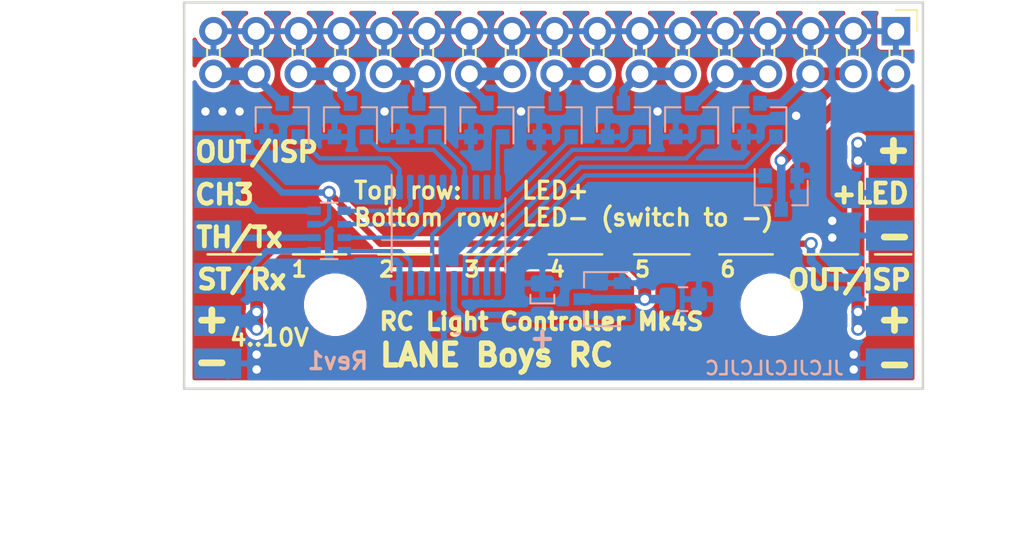
<source format=kicad_pcb>
(kicad_pcb (version 20171130) (host pcbnew 5.1.6-c6e7f7d~87~ubuntu18.04.1)

  (general
    (thickness 1.6)
    (drawings 46)
    (tracks 166)
    (zones 0)
    (modules 20)
    (nets 31)
  )

  (page A4)
  (layers
    (0 Top signal)
    (31 Bottom signal)
    (32 B.Adhes user hide)
    (33 F.Adhes user hide)
    (34 B.Paste user)
    (35 F.Paste user hide)
    (36 B.SilkS user)
    (37 F.SilkS user)
    (38 B.Mask user hide)
    (39 F.Mask user hide)
    (40 Dwgs.User user hide)
    (41 Cmts.User user)
    (42 Eco1.User user hide)
    (43 Eco2.User user hide)
    (44 Edge.Cuts user)
    (45 Margin user hide)
    (46 B.CrtYd user)
    (47 F.CrtYd user)
    (48 B.Fab user)
    (49 F.Fab user)
  )

  (setup
    (last_trace_width 0.254)
    (user_trace_width 0.2032)
    (user_trace_width 0.381)
    (user_trace_width 0.508)
    (user_trace_width 0.635)
    (user_trace_width 0.762)
    (trace_clearance 0.1778)
    (zone_clearance 0.254)
    (zone_45_only no)
    (trace_min 0.2)
    (via_size 0.8)
    (via_drill 0.5)
    (via_min_size 0.4)
    (via_min_drill 0.3)
    (uvia_size 0.3)
    (uvia_drill 0.1)
    (uvias_allowed no)
    (uvia_min_size 0.2)
    (uvia_min_drill 0.1)
    (edge_width 0.15)
    (segment_width 0.2)
    (pcb_text_width 0.3)
    (pcb_text_size 1.5 1.5)
    (mod_edge_width 0.15)
    (mod_text_size 1 1)
    (mod_text_width 0.15)
    (pad_size 2.2 2.2)
    (pad_drill 2.2)
    (pad_to_mask_clearance 0.0254)
    (pad_to_paste_clearance_ratio -0.05)
    (aux_axis_origin 135 114)
    (grid_origin 135 114)
    (visible_elements 7FFFFF7F)
    (pcbplotparams
      (layerselection 0x010f4_ffffffff)
      (usegerberextensions false)
      (usegerberattributes false)
      (usegerberadvancedattributes false)
      (creategerberjobfile false)
      (excludeedgelayer true)
      (linewidth 0.100000)
      (plotframeref false)
      (viasonmask false)
      (mode 1)
      (useauxorigin false)
      (hpglpennumber 1)
      (hpglpenspeed 20)
      (hpglpendiameter 15.000000)
      (psnegative false)
      (psa4output false)
      (plotreference true)
      (plotvalue true)
      (plotinvisibletext false)
      (padsonsilk false)
      (subtractmaskfromsilk true)
      (outputformat 1)
      (mirror false)
      (drillshape 0)
      (scaleselection 1)
      (outputdirectory "gerber/"))
  )

  (net 0 "")
  (net 1 +3V3)
  (net 2 GND)
  (net 3 /VIN)
  (net 4 /CH3)
  (net 5 /OUT0)
  (net 6 /OUT1)
  (net 7 /OUT2)
  (net 8 /OUT3)
  (net 9 /OUT4)
  (net 10 /OUT5)
  (net 11 /OUT6)
  (net 12 /OUT7)
  (net 13 /LED+)
  (net 14 /OUT-ISP)
  (net 15 /ST-RX)
  (net 16 /TH-TX)
  (net 17 /ST-Rx-in)
  (net 18 /TH-Tx-in)
  (net 19 /CH3-in)
  (net 20 /OUT-ISP-out)
  (net 21 "Net-(J1-Pad10)")
  (net 22 "Net-(J1-Pad2)")
  (net 23 "Net-(J1-Pad32)")
  (net 24 "Net-(J1-Pad28)")
  (net 25 "Net-(J1-Pad24)")
  (net 26 "Net-(J1-Pad20)")
  (net 27 "Net-(J1-Pad16)")
  (net 28 "Net-(J1-Pad12)")
  (net 29 "Net-(J1-Pad4)")
  (net 30 /OUT15S)

  (net_class Default "This is the default net class."
    (clearance 0.1778)
    (trace_width 0.254)
    (via_dia 0.8)
    (via_drill 0.5)
    (uvia_dia 0.3)
    (uvia_drill 0.1)
    (diff_pair_width 0.2032)
    (diff_pair_gap 0.254)
    (add_net +3V3)
    (add_net /CH3)
    (add_net /CH3-in)
    (add_net /LED+)
    (add_net /OUT-ISP)
    (add_net /OUT-ISP-out)
    (add_net /OUT0)
    (add_net /OUT1)
    (add_net /OUT15S)
    (add_net /OUT2)
    (add_net /OUT3)
    (add_net /OUT4)
    (add_net /OUT5)
    (add_net /OUT6)
    (add_net /OUT7)
    (add_net /ST-RX)
    (add_net /ST-Rx-in)
    (add_net /TH-TX)
    (add_net /TH-Tx-in)
    (add_net /VIN)
    (add_net GND)
    (add_net "Net-(J1-Pad10)")
    (add_net "Net-(J1-Pad12)")
    (add_net "Net-(J1-Pad16)")
    (add_net "Net-(J1-Pad2)")
    (add_net "Net-(J1-Pad20)")
    (add_net "Net-(J1-Pad24)")
    (add_net "Net-(J1-Pad28)")
    (add_net "Net-(J1-Pad32)")
    (add_net "Net-(J1-Pad4)")
  )

  (module Package_TO_SOT_SMD:SOT-23 (layer Bottom) (tedit 5A02FF57) (tstamp 5EE5A841)
    (at 153.034 97.998 90)
    (descr "SOT-23, Standard")
    (tags SOT-23)
    (path /5EEE2D0F)
    (attr smd)
    (fp_text reference T4 (at 0 2.5 90) (layer B.SilkS) hide
      (effects (font (size 1 1) (thickness 0.15)) (justify mirror))
    )
    (fp_text value PMV30UN (at 3.81 0.127 90) (layer B.Fab)
      (effects (font (size 0.762 0.762) (thickness 0.15)) (justify mirror))
    )
    (fp_line (start -0.7 0.95) (end -0.7 -1.5) (layer B.Fab) (width 0.1))
    (fp_line (start -0.15 1.52) (end 0.7 1.52) (layer B.Fab) (width 0.1))
    (fp_line (start -0.7 0.95) (end -0.15 1.52) (layer B.Fab) (width 0.1))
    (fp_line (start 0.7 1.52) (end 0.7 -1.52) (layer B.Fab) (width 0.1))
    (fp_line (start -0.7 -1.52) (end 0.7 -1.52) (layer B.Fab) (width 0.1))
    (fp_line (start 0.76 -1.58) (end 0.76 -0.65) (layer B.SilkS) (width 0.12))
    (fp_line (start 0.76 1.58) (end 0.76 0.65) (layer B.SilkS) (width 0.12))
    (fp_line (start -1.7 1.75) (end 1.7 1.75) (layer B.CrtYd) (width 0.05))
    (fp_line (start 1.7 1.75) (end 1.7 -1.75) (layer B.CrtYd) (width 0.05))
    (fp_line (start 1.7 -1.75) (end -1.7 -1.75) (layer B.CrtYd) (width 0.05))
    (fp_line (start -1.7 -1.75) (end -1.7 1.75) (layer B.CrtYd) (width 0.05))
    (fp_line (start 0.76 1.58) (end -1.4 1.58) (layer B.SilkS) (width 0.12))
    (fp_line (start 0.76 -1.58) (end -0.7 -1.58) (layer B.SilkS) (width 0.12))
    (fp_text user %R (at 0 0 180) (layer B.Fab)
      (effects (font (size 0.5 0.5) (thickness 0.075)) (justify mirror))
    )
    (pad 3 smd rect (at 1 0 90) (size 0.9 0.8) (layers Bottom B.Paste B.Mask)
      (net 26 "Net-(J1-Pad20)"))
    (pad 2 smd rect (at -1 -0.95 90) (size 0.9 0.8) (layers Bottom B.Paste B.Mask)
      (net 2 GND))
    (pad 1 smd rect (at -1 0.95 90) (size 0.9 0.8) (layers Bottom B.Paste B.Mask)
      (net 8 /OUT3))
    (model ${KISYS3DMOD}/Package_TO_SOT_SMD.3dshapes/SOT-23.wrl
      (at (xyz 0 0 0))
      (scale (xyz 1 1 1))
      (rotate (xyz 0 0 0))
    )
  )

  (module Package_TO_SOT_SMD:SOT-23W (layer Bottom) (tedit 5A02FF57) (tstamp 5F18472D)
    (at 159.892 108.666 180)
    (descr "SOT-23W http://www.allegromicro.com/~/media/Files/Datasheets/A112x-Datasheet.ashx?la=en&hash=7BC461E058CC246E0BAB62433B2F1ECA104CA9D3")
    (tags SOT-23W)
    (path /09B5DC2D)
    (attr smd)
    (fp_text reference U2 (at 0 2.5) (layer B.SilkS) hide
      (effects (font (size 1 1) (thickness 0.15)) (justify mirror))
    )
    (fp_text value MCP1703A-3302_SOT23 (at -6.096 -2.794 180) (layer B.Fab)
      (effects (font (size 0.762 0.762) (thickness 0.15)) (justify mirror))
    )
    (fp_line (start 1.075 1.61) (end 1.075 0.7) (layer B.SilkS) (width 0.12))
    (fp_line (start 1.075 -0.7) (end 1.075 -1.61) (layer B.SilkS) (width 0.12))
    (fp_line (start -1.5 1.61) (end 1.075 1.61) (layer B.SilkS) (width 0.12))
    (fp_line (start -1.075 -1.61) (end 1.075 -1.61) (layer B.SilkS) (width 0.12))
    (fp_line (start -0.955 0.49) (end -0.955 -1.49) (layer B.Fab) (width 0.1))
    (fp_line (start 0.045 1.49) (end 0.955 1.49) (layer B.Fab) (width 0.1))
    (fp_line (start -0.955 0.49) (end 0.045 1.49) (layer B.Fab) (width 0.1))
    (fp_line (start 0.955 1.49) (end 0.955 -1.49) (layer B.Fab) (width 0.1))
    (fp_line (start -0.955 -1.49) (end 0.955 -1.49) (layer B.Fab) (width 0.1))
    (fp_line (start -1.95 1.74) (end 1.95 1.74) (layer B.CrtYd) (width 0.05))
    (fp_line (start 1.95 1.74) (end 1.95 -1.74) (layer B.CrtYd) (width 0.05))
    (fp_line (start 1.95 -1.74) (end -1.95 -1.74) (layer B.CrtYd) (width 0.05))
    (fp_line (start -1.95 -1.74) (end -1.95 1.74) (layer B.CrtYd) (width 0.05))
    (fp_text user %R (at 0 0 270) (layer B.Fab)
      (effects (font (size 0.5 0.5) (thickness 0.075)) (justify mirror))
    )
    (pad 3 smd rect (at 1.2 0 180) (size 1 0.7) (layers Bottom B.Paste B.Mask)
      (net 3 /VIN))
    (pad 2 smd rect (at -1.2 -0.95 180) (size 1 0.7) (layers Bottom B.Paste B.Mask)
      (net 1 +3V3))
    (pad 1 smd rect (at -1.2 0.95 180) (size 1 0.7) (layers Bottom B.Paste B.Mask)
      (net 2 GND))
    (model ${KISYS3DMOD}/Package_TO_SOT_SMD.3dshapes/SOT-23W.wrl
      (at (xyz 0 0 0))
      (scale (xyz 1 1 1))
      (rotate (xyz 0 0 0))
    )
  )

  (module Resistor_SMD:R_Array_Convex_4x0603 (layer Bottom) (tedit 58E0A8B2) (tstamp 5F18C509)
    (at 143.636 104.602)
    (descr "Chip Resistor Network, ROHM MNR14 (see mnr_g.pdf)")
    (tags "resistor array")
    (path /5F192F7F)
    (attr smd)
    (fp_text reference RN1 (at 0 2.8) (layer B.SilkS) hide
      (effects (font (size 1 1) (thickness 0.15)) (justify mirror))
    )
    (fp_text value "1k x4" (at 0 -2.8) (layer B.Fab)
      (effects (font (size 0.762 0.762) (thickness 0.15)) (justify mirror))
    )
    (fp_line (start 1.55 -1.85) (end -1.55 -1.85) (layer B.CrtYd) (width 0.05))
    (fp_line (start 1.55 -1.85) (end 1.55 1.85) (layer B.CrtYd) (width 0.05))
    (fp_line (start -1.55 1.85) (end -1.55 -1.85) (layer B.CrtYd) (width 0.05))
    (fp_line (start -1.55 1.85) (end 1.55 1.85) (layer B.CrtYd) (width 0.05))
    (fp_line (start 0.5 1.68) (end -0.5 1.68) (layer B.SilkS) (width 0.12))
    (fp_line (start 0.5 -1.68) (end -0.5 -1.68) (layer B.SilkS) (width 0.12))
    (fp_line (start -0.8 -1.6) (end -0.8 1.6) (layer B.Fab) (width 0.1))
    (fp_line (start 0.8 -1.6) (end -0.8 -1.6) (layer B.Fab) (width 0.1))
    (fp_line (start 0.8 1.6) (end 0.8 -1.6) (layer B.Fab) (width 0.1))
    (fp_line (start -0.8 1.6) (end 0.8 1.6) (layer B.Fab) (width 0.1))
    (fp_text user %R (at 0 0 -90) (layer B.Fab)
      (effects (font (size 0.5 0.5) (thickness 0.075)) (justify mirror))
    )
    (pad 5 smd rect (at 0.9 -1.2) (size 0.8 0.5) (layers Bottom B.Paste B.Mask)
      (net 4 /CH3))
    (pad 6 smd rect (at 0.9 -0.4) (size 0.8 0.4) (layers Bottom B.Paste B.Mask)
      (net 14 /OUT-ISP))
    (pad 8 smd rect (at 0.9 1.2) (size 0.8 0.5) (layers Bottom B.Paste B.Mask)
      (net 15 /ST-RX))
    (pad 7 smd rect (at 0.9 0.4) (size 0.8 0.4) (layers Bottom B.Paste B.Mask)
      (net 16 /TH-TX))
    (pad 4 smd rect (at -0.9 -1.2) (size 0.8 0.5) (layers Bottom B.Paste B.Mask)
      (net 19 /CH3-in))
    (pad 2 smd rect (at -0.9 0.4) (size 0.8 0.4) (layers Bottom B.Paste B.Mask)
      (net 18 /TH-Tx-in))
    (pad 3 smd rect (at -0.9 -0.4) (size 0.8 0.4) (layers Bottom B.Paste B.Mask)
      (net 20 /OUT-ISP-out))
    (pad 1 smd rect (at -0.9 1.2) (size 0.8 0.5) (layers Bottom B.Paste B.Mask)
      (net 17 /ST-Rx-in))
    (model ${KISYS3DMOD}/Resistor_SMD.3dshapes/R_Array_Convex_4x0603.wrl
      (at (xyz 0 0 0))
      (scale (xyz 1 1 1))
      (rotate (xyz 0 0 0))
    )
  )

  (module Capacitor_SMD:C_0603_1608Metric (layer Bottom) (tedit 5B301BBE) (tstamp 5F1974BB)
    (at 151.256 110.19 180)
    (descr "Capacitor SMD 0603 (1608 Metric), square (rectangular) end terminal, IPC_7351 nominal, (Body size source: http://www.tortai-tech.com/upload/download/2011102023233369053.pdf), generated with kicad-footprint-generator")
    (tags capacitor)
    (path /5F2418F7)
    (attr smd)
    (fp_text reference C3 (at 0 1.43) (layer B.SilkS) hide
      (effects (font (size 1 1) (thickness 0.15)) (justify mirror))
    )
    (fp_text value 100n (at 0 -1.43) (layer B.Fab)
      (effects (font (size 0.762 0.762) (thickness 0.15)) (justify mirror))
    )
    (fp_line (start 1.48 -0.73) (end -1.48 -0.73) (layer B.CrtYd) (width 0.05))
    (fp_line (start 1.48 0.73) (end 1.48 -0.73) (layer B.CrtYd) (width 0.05))
    (fp_line (start -1.48 0.73) (end 1.48 0.73) (layer B.CrtYd) (width 0.05))
    (fp_line (start -1.48 -0.73) (end -1.48 0.73) (layer B.CrtYd) (width 0.05))
    (fp_line (start -0.162779 -0.51) (end 0.162779 -0.51) (layer B.SilkS) (width 0.12))
    (fp_line (start -0.162779 0.51) (end 0.162779 0.51) (layer B.SilkS) (width 0.12))
    (fp_line (start 0.8 -0.4) (end -0.8 -0.4) (layer B.Fab) (width 0.1))
    (fp_line (start 0.8 0.4) (end 0.8 -0.4) (layer B.Fab) (width 0.1))
    (fp_line (start -0.8 0.4) (end 0.8 0.4) (layer B.Fab) (width 0.1))
    (fp_line (start -0.8 -0.4) (end -0.8 0.4) (layer B.Fab) (width 0.1))
    (fp_text user %R (at 0 0) (layer B.Fab)
      (effects (font (size 0.4 0.4) (thickness 0.06)) (justify mirror))
    )
    (pad 2 smd roundrect (at 0.7875 0 180) (size 0.875 0.95) (layers Bottom B.Paste B.Mask) (roundrect_rratio 0.25)
      (net 2 GND))
    (pad 1 smd roundrect (at -0.7875 0 180) (size 0.875 0.95) (layers Bottom B.Paste B.Mask) (roundrect_rratio 0.25)
      (net 1 +3V3))
    (model ${KISYS3DMOD}/Capacitor_SMD.3dshapes/C_0603_1608Metric.wrl
      (at (xyz 0 0 0))
      (scale (xyz 1 1 1))
      (rotate (xyz 0 0 0))
    )
  )

  (module Connector_PinHeader_2.54mm:PinHeader_2x17_P2.54mm_Horizontal (layer Top) (tedit 5F18EAF6) (tstamp 5F184017)
    (at 177.39 92.71 270)
    (descr "Through hole angled pin header, 2x17, 2.54mm pitch, 6mm pin length, double rows")
    (tags "Through hole angled pin header THT 2x17 2.54mm double row")
    (path /5F1ABEB8)
    (fp_text reference J1 (at 5.655 2.39 270) (layer F.SilkS) hide
      (effects (font (size 1 1) (thickness 0.15)))
    )
    (fp_text value "Pinheader right-angle 2x17" (at -1.57 30.706) (layer F.Fab) hide
      (effects (font (size 1 1) (thickness 0.15)))
    )
    (fp_line (start 13.1 -1.8) (end -1.8 -1.8) (layer F.CrtYd) (width 0.05))
    (fp_line (start 13.1 42.45) (end 13.1 -1.8) (layer F.CrtYd) (width 0.05))
    (fp_line (start -1.8 42.45) (end 13.1 42.45) (layer F.CrtYd) (width 0.05))
    (fp_line (start -1.8 -1.8) (end -1.8 42.45) (layer F.CrtYd) (width 0.05))
    (fp_line (start -1.27 -1.27) (end 0 -1.27) (layer F.SilkS) (width 0.12))
    (fp_line (start -1.27 0) (end -1.27 -1.27) (layer F.SilkS) (width 0.12))
    (fp_line (start 1.042929 41.02) (end 1.497071 41.02) (layer F.SilkS) (width 0.12))
    (fp_line (start 1.042929 40.26) (end 1.497071 40.26) (layer F.SilkS) (width 0.12))
    (fp_line (start 1.042929 38.48) (end 1.497071 38.48) (layer F.SilkS) (width 0.12))
    (fp_line (start 1.042929 37.72) (end 1.497071 37.72) (layer F.SilkS) (width 0.12))
    (fp_line (start 1.042929 35.94) (end 1.497071 35.94) (layer F.SilkS) (width 0.12))
    (fp_line (start 1.042929 35.18) (end 1.497071 35.18) (layer F.SilkS) (width 0.12))
    (fp_line (start 1.042929 33.4) (end 1.497071 33.4) (layer F.SilkS) (width 0.12))
    (fp_line (start 1.042929 32.64) (end 1.497071 32.64) (layer F.SilkS) (width 0.12))
    (fp_line (start 1.042929 30.86) (end 1.497071 30.86) (layer F.SilkS) (width 0.12))
    (fp_line (start 1.042929 30.1) (end 1.497071 30.1) (layer F.SilkS) (width 0.12))
    (fp_line (start 1.042929 28.32) (end 1.497071 28.32) (layer F.SilkS) (width 0.12))
    (fp_line (start 1.042929 27.56) (end 1.497071 27.56) (layer F.SilkS) (width 0.12))
    (fp_line (start 1.042929 25.78) (end 1.497071 25.78) (layer F.SilkS) (width 0.12))
    (fp_line (start 1.042929 25.02) (end 1.497071 25.02) (layer F.SilkS) (width 0.12))
    (fp_line (start 1.042929 23.24) (end 1.497071 23.24) (layer F.SilkS) (width 0.12))
    (fp_line (start 1.042929 22.48) (end 1.497071 22.48) (layer F.SilkS) (width 0.12))
    (fp_line (start 1.042929 20.7) (end 1.497071 20.7) (layer F.SilkS) (width 0.12))
    (fp_line (start 1.042929 19.94) (end 1.497071 19.94) (layer F.SilkS) (width 0.12))
    (fp_line (start 1.042929 18.16) (end 1.497071 18.16) (layer F.SilkS) (width 0.12))
    (fp_line (start 1.042929 17.4) (end 1.497071 17.4) (layer F.SilkS) (width 0.12))
    (fp_line (start 1.042929 15.62) (end 1.497071 15.62) (layer F.SilkS) (width 0.12))
    (fp_line (start 1.042929 14.86) (end 1.497071 14.86) (layer F.SilkS) (width 0.12))
    (fp_line (start 1.042929 13.08) (end 1.497071 13.08) (layer F.SilkS) (width 0.12))
    (fp_line (start 1.042929 12.32) (end 1.497071 12.32) (layer F.SilkS) (width 0.12))
    (fp_line (start 1.042929 10.54) (end 1.497071 10.54) (layer F.SilkS) (width 0.12))
    (fp_line (start 1.042929 9.78) (end 1.497071 9.78) (layer F.SilkS) (width 0.12))
    (fp_line (start 1.042929 8) (end 1.497071 8) (layer F.SilkS) (width 0.12))
    (fp_line (start 1.042929 7.24) (end 1.497071 7.24) (layer F.SilkS) (width 0.12))
    (fp_line (start 1.042929 5.46) (end 1.497071 5.46) (layer F.SilkS) (width 0.12))
    (fp_line (start 1.042929 4.7) (end 1.497071 4.7) (layer F.SilkS) (width 0.12))
    (fp_line (start 1.042929 2.92) (end 1.497071 2.92) (layer F.SilkS) (width 0.12))
    (fp_line (start 1.042929 2.16) (end 1.497071 2.16) (layer F.SilkS) (width 0.12))
    (fp_line (start 1.11 0.38) (end 1.497071 0.38) (layer F.SilkS) (width 0.12))
    (fp_line (start 1.11 -0.38) (end 1.497071 -0.38) (layer F.SilkS) (width 0.12))
    (fp_line (start 6.58 40.96) (end 12.58 40.96) (layer F.Fab) (width 0.1))
    (fp_line (start 12.58 40.32) (end 12.58 40.96) (layer F.Fab) (width 0.1))
    (fp_line (start 6.58 40.32) (end 12.58 40.32) (layer F.Fab) (width 0.1))
    (fp_line (start -0.32 40.96) (end 4.04 40.96) (layer F.Fab) (width 0.1))
    (fp_line (start -0.32 40.32) (end -0.32 40.96) (layer F.Fab) (width 0.1))
    (fp_line (start -0.32 40.32) (end 4.04 40.32) (layer F.Fab) (width 0.1))
    (fp_line (start 6.58 38.42) (end 12.58 38.42) (layer F.Fab) (width 0.1))
    (fp_line (start 12.58 37.78) (end 12.58 38.42) (layer F.Fab) (width 0.1))
    (fp_line (start 6.58 37.78) (end 12.58 37.78) (layer F.Fab) (width 0.1))
    (fp_line (start -0.32 38.42) (end 4.04 38.42) (layer F.Fab) (width 0.1))
    (fp_line (start -0.32 37.78) (end -0.32 38.42) (layer F.Fab) (width 0.1))
    (fp_line (start -0.32 37.78) (end 4.04 37.78) (layer F.Fab) (width 0.1))
    (fp_line (start 6.58 35.88) (end 12.58 35.88) (layer F.Fab) (width 0.1))
    (fp_line (start 12.58 35.24) (end 12.58 35.88) (layer F.Fab) (width 0.1))
    (fp_line (start 6.58 35.24) (end 12.58 35.24) (layer F.Fab) (width 0.1))
    (fp_line (start -0.32 35.88) (end 4.04 35.88) (layer F.Fab) (width 0.1))
    (fp_line (start -0.32 35.24) (end -0.32 35.88) (layer F.Fab) (width 0.1))
    (fp_line (start -0.32 35.24) (end 4.04 35.24) (layer F.Fab) (width 0.1))
    (fp_line (start 6.58 33.34) (end 12.58 33.34) (layer F.Fab) (width 0.1))
    (fp_line (start 12.58 32.7) (end 12.58 33.34) (layer F.Fab) (width 0.1))
    (fp_line (start 6.58 32.7) (end 12.58 32.7) (layer F.Fab) (width 0.1))
    (fp_line (start -0.32 33.34) (end 4.04 33.34) (layer F.Fab) (width 0.1))
    (fp_line (start -0.32 32.7) (end -0.32 33.34) (layer F.Fab) (width 0.1))
    (fp_line (start -0.32 32.7) (end 4.04 32.7) (layer F.Fab) (width 0.1))
    (fp_line (start 6.58 30.8) (end 12.58 30.8) (layer F.Fab) (width 0.1))
    (fp_line (start 12.58 30.16) (end 12.58 30.8) (layer F.Fab) (width 0.1))
    (fp_line (start 6.58 30.16) (end 12.58 30.16) (layer F.Fab) (width 0.1))
    (fp_line (start -0.32 30.8) (end 4.04 30.8) (layer F.Fab) (width 0.1))
    (fp_line (start -0.32 30.16) (end -0.32 30.8) (layer F.Fab) (width 0.1))
    (fp_line (start -0.32 30.16) (end 4.04 30.16) (layer F.Fab) (width 0.1))
    (fp_line (start 6.58 28.26) (end 12.58 28.26) (layer F.Fab) (width 0.1))
    (fp_line (start 12.58 27.62) (end 12.58 28.26) (layer F.Fab) (width 0.1))
    (fp_line (start 6.58 27.62) (end 12.58 27.62) (layer F.Fab) (width 0.1))
    (fp_line (start -0.32 28.26) (end 4.04 28.26) (layer F.Fab) (width 0.1))
    (fp_line (start -0.32 27.62) (end -0.32 28.26) (layer F.Fab) (width 0.1))
    (fp_line (start -0.32 27.62) (end 4.04 27.62) (layer F.Fab) (width 0.1))
    (fp_line (start 6.58 25.72) (end 12.58 25.72) (layer F.Fab) (width 0.1))
    (fp_line (start 12.58 25.08) (end 12.58 25.72) (layer F.Fab) (width 0.1))
    (fp_line (start 6.58 25.08) (end 12.58 25.08) (layer F.Fab) (width 0.1))
    (fp_line (start -0.32 25.72) (end 4.04 25.72) (layer F.Fab) (width 0.1))
    (fp_line (start -0.32 25.08) (end -0.32 25.72) (layer F.Fab) (width 0.1))
    (fp_line (start -0.32 25.08) (end 4.04 25.08) (layer F.Fab) (width 0.1))
    (fp_line (start 6.58 23.18) (end 12.58 23.18) (layer F.Fab) (width 0.1))
    (fp_line (start 12.58 22.54) (end 12.58 23.18) (layer F.Fab) (width 0.1))
    (fp_line (start 6.58 22.54) (end 12.58 22.54) (layer F.Fab) (width 0.1))
    (fp_line (start -0.32 23.18) (end 4.04 23.18) (layer F.Fab) (width 0.1))
    (fp_line (start -0.32 22.54) (end -0.32 23.18) (layer F.Fab) (width 0.1))
    (fp_line (start -0.32 22.54) (end 4.04 22.54) (layer F.Fab) (width 0.1))
    (fp_line (start 6.58 20.64) (end 12.58 20.64) (layer F.Fab) (width 0.1))
    (fp_line (start 12.58 20) (end 12.58 20.64) (layer F.Fab) (width 0.1))
    (fp_line (start 6.58 20) (end 12.58 20) (layer F.Fab) (width 0.1))
    (fp_line (start -0.32 20.64) (end 4.04 20.64) (layer F.Fab) (width 0.1))
    (fp_line (start -0.32 20) (end -0.32 20.64) (layer F.Fab) (width 0.1))
    (fp_line (start -0.32 20) (end 4.04 20) (layer F.Fab) (width 0.1))
    (fp_line (start 6.58 18.1) (end 12.58 18.1) (layer F.Fab) (width 0.1))
    (fp_line (start 12.58 17.46) (end 12.58 18.1) (layer F.Fab) (width 0.1))
    (fp_line (start 6.58 17.46) (end 12.58 17.46) (layer F.Fab) (width 0.1))
    (fp_line (start -0.32 18.1) (end 4.04 18.1) (layer F.Fab) (width 0.1))
    (fp_line (start -0.32 17.46) (end -0.32 18.1) (layer F.Fab) (width 0.1))
    (fp_line (start -0.32 17.46) (end 4.04 17.46) (layer F.Fab) (width 0.1))
    (fp_line (start 6.58 15.56) (end 12.58 15.56) (layer F.Fab) (width 0.1))
    (fp_line (start 12.58 14.92) (end 12.58 15.56) (layer F.Fab) (width 0.1))
    (fp_line (start 6.58 14.92) (end 12.58 14.92) (layer F.Fab) (width 0.1))
    (fp_line (start -0.32 15.56) (end 4.04 15.56) (layer F.Fab) (width 0.1))
    (fp_line (start -0.32 14.92) (end -0.32 15.56) (layer F.Fab) (width 0.1))
    (fp_line (start -0.32 14.92) (end 4.04 14.92) (layer F.Fab) (width 0.1))
    (fp_line (start 6.58 13.02) (end 12.58 13.02) (layer F.Fab) (width 0.1))
    (fp_line (start 12.58 12.38) (end 12.58 13.02) (layer F.Fab) (width 0.1))
    (fp_line (start 6.58 12.38) (end 12.58 12.38) (layer F.Fab) (width 0.1))
    (fp_line (start -0.32 13.02) (end 4.04 13.02) (layer F.Fab) (width 0.1))
    (fp_line (start -0.32 12.38) (end -0.32 13.02) (layer F.Fab) (width 0.1))
    (fp_line (start -0.32 12.38) (end 4.04 12.38) (layer F.Fab) (width 0.1))
    (fp_line (start 6.58 10.48) (end 12.58 10.48) (layer F.Fab) (width 0.1))
    (fp_line (start 12.58 9.84) (end 12.58 10.48) (layer F.Fab) (width 0.1))
    (fp_line (start 6.58 9.84) (end 12.58 9.84) (layer F.Fab) (width 0.1))
    (fp_line (start -0.32 10.48) (end 4.04 10.48) (layer F.Fab) (width 0.1))
    (fp_line (start -0.32 9.84) (end -0.32 10.48) (layer F.Fab) (width 0.1))
    (fp_line (start -0.32 9.84) (end 4.04 9.84) (layer F.Fab) (width 0.1))
    (fp_line (start 6.58 7.94) (end 12.58 7.94) (layer F.Fab) (width 0.1))
    (fp_line (start 12.58 7.3) (end 12.58 7.94) (layer F.Fab) (width 0.1))
    (fp_line (start 6.58 7.3) (end 12.58 7.3) (layer F.Fab) (width 0.1))
    (fp_line (start -0.32 7.94) (end 4.04 7.94) (layer F.Fab) (width 0.1))
    (fp_line (start -0.32 7.3) (end -0.32 7.94) (layer F.Fab) (width 0.1))
    (fp_line (start -0.32 7.3) (end 4.04 7.3) (layer F.Fab) (width 0.1))
    (fp_line (start 6.58 5.4) (end 12.58 5.4) (layer F.Fab) (width 0.1))
    (fp_line (start 12.58 4.76) (end 12.58 5.4) (layer F.Fab) (width 0.1))
    (fp_line (start 6.58 4.76) (end 12.58 4.76) (layer F.Fab) (width 0.1))
    (fp_line (start -0.32 5.4) (end 4.04 5.4) (layer F.Fab) (width 0.1))
    (fp_line (start -0.32 4.76) (end -0.32 5.4) (layer F.Fab) (width 0.1))
    (fp_line (start -0.32 4.76) (end 4.04 4.76) (layer F.Fab) (width 0.1))
    (fp_line (start 6.58 2.86) (end 12.58 2.86) (layer F.Fab) (width 0.1))
    (fp_line (start 12.58 2.22) (end 12.58 2.86) (layer F.Fab) (width 0.1))
    (fp_line (start 6.58 2.22) (end 12.58 2.22) (layer F.Fab) (width 0.1))
    (fp_line (start -0.32 2.86) (end 4.04 2.86) (layer F.Fab) (width 0.1))
    (fp_line (start -0.32 2.22) (end -0.32 2.86) (layer F.Fab) (width 0.1))
    (fp_line (start -0.32 2.22) (end 4.04 2.22) (layer F.Fab) (width 0.1))
    (fp_line (start 6.58 0.32) (end 12.58 0.32) (layer F.Fab) (width 0.1))
    (fp_line (start 12.58 -0.32) (end 12.58 0.32) (layer F.Fab) (width 0.1))
    (fp_line (start 6.58 -0.32) (end 12.58 -0.32) (layer F.Fab) (width 0.1))
    (fp_line (start -0.32 0.32) (end 4.04 0.32) (layer F.Fab) (width 0.1))
    (fp_line (start -0.32 -0.32) (end -0.32 0.32) (layer F.Fab) (width 0.1))
    (fp_line (start -0.32 -0.32) (end 4.04 -0.32) (layer F.Fab) (width 0.1))
    (fp_line (start 4.04 -0.635) (end 4.675 -1.27) (layer F.Fab) (width 0.1))
    (fp_line (start 4.04 41.91) (end 4.04 -0.635) (layer F.Fab) (width 0.1))
    (fp_line (start 6.58 41.91) (end 4.04 41.91) (layer F.Fab) (width 0.1))
    (fp_line (start 6.58 -1.27) (end 6.58 41.91) (layer F.Fab) (width 0.1))
    (fp_line (start 4.675 -1.27) (end 6.58 -1.27) (layer F.Fab) (width 0.1))
    (fp_text user %R (at 5.31 20.32) (layer F.Fab)
      (effects (font (size 1 1) (thickness 0.15)))
    )
    (pad 34 thru_hole oval (at 2.54 40.64 270) (size 1.7 1.7) (drill 1) (layers *.Cu *.Mask)
      (net 23 "Net-(J1-Pad32)"))
    (pad 33 thru_hole oval (at 0 40.64 270) (size 1.7 1.7) (drill 1) (layers *.Cu *.Mask)
      (net 13 /LED+))
    (pad 32 thru_hole oval (at 2.54 38.1 270) (size 1.7 1.7) (drill 1) (layers *.Cu *.Mask)
      (net 23 "Net-(J1-Pad32)"))
    (pad 31 thru_hole oval (at 0 38.1 270) (size 1.7 1.7) (drill 1) (layers *.Cu *.Mask)
      (net 13 /LED+))
    (pad 30 thru_hole oval (at 2.54 35.56 270) (size 1.7 1.7) (drill 1) (layers *.Cu *.Mask)
      (net 24 "Net-(J1-Pad28)"))
    (pad 29 thru_hole oval (at 0 35.56 270) (size 1.7 1.7) (drill 1) (layers *.Cu *.Mask)
      (net 13 /LED+))
    (pad 28 thru_hole oval (at 2.54 33.02 270) (size 1.7 1.7) (drill 1) (layers *.Cu *.Mask)
      (net 24 "Net-(J1-Pad28)"))
    (pad 27 thru_hole oval (at 0 33.02 270) (size 1.7 1.7) (drill 1) (layers *.Cu *.Mask)
      (net 13 /LED+))
    (pad 26 thru_hole oval (at 2.54 30.48 270) (size 1.7 1.7) (drill 1) (layers *.Cu *.Mask)
      (net 25 "Net-(J1-Pad24)"))
    (pad 25 thru_hole oval (at 0 30.48 270) (size 1.7 1.7) (drill 1) (layers *.Cu *.Mask)
      (net 13 /LED+))
    (pad 24 thru_hole oval (at 2.54 27.94 270) (size 1.7 1.7) (drill 1) (layers *.Cu *.Mask)
      (net 25 "Net-(J1-Pad24)"))
    (pad 23 thru_hole oval (at 0 27.94 270) (size 1.7 1.7) (drill 1) (layers *.Cu *.Mask)
      (net 13 /LED+))
    (pad 22 thru_hole oval (at 2.54 25.4 270) (size 1.7 1.7) (drill 1) (layers *.Cu *.Mask)
      (net 26 "Net-(J1-Pad20)"))
    (pad 21 thru_hole oval (at 0 25.4 270) (size 1.7 1.7) (drill 1) (layers *.Cu *.Mask)
      (net 13 /LED+))
    (pad 20 thru_hole oval (at 2.54 22.86 270) (size 1.7 1.7) (drill 1) (layers *.Cu *.Mask)
      (net 26 "Net-(J1-Pad20)"))
    (pad 19 thru_hole oval (at 0 22.86 270) (size 1.7 1.7) (drill 1) (layers *.Cu *.Mask)
      (net 13 /LED+))
    (pad 18 thru_hole oval (at 2.54 20.32 270) (size 1.7 1.7) (drill 1) (layers *.Cu *.Mask)
      (net 27 "Net-(J1-Pad16)"))
    (pad 17 thru_hole oval (at 0 20.32 270) (size 1.7 1.7) (drill 1) (layers *.Cu *.Mask)
      (net 13 /LED+))
    (pad 16 thru_hole oval (at 2.54 17.78 270) (size 1.7 1.7) (drill 1) (layers *.Cu *.Mask)
      (net 27 "Net-(J1-Pad16)"))
    (pad 15 thru_hole oval (at 0 17.78 270) (size 1.7 1.7) (drill 1) (layers *.Cu *.Mask)
      (net 13 /LED+))
    (pad 14 thru_hole oval (at 2.54 15.24 270) (size 1.7 1.7) (drill 1) (layers *.Cu *.Mask)
      (net 28 "Net-(J1-Pad12)"))
    (pad 13 thru_hole oval (at 0 15.24 270) (size 1.7 1.7) (drill 1) (layers *.Cu *.Mask)
      (net 13 /LED+))
    (pad 12 thru_hole oval (at 2.54 12.7 270) (size 1.7 1.7) (drill 1) (layers *.Cu *.Mask)
      (net 28 "Net-(J1-Pad12)"))
    (pad 11 thru_hole oval (at 0 12.7 270) (size 1.7 1.7) (drill 1) (layers *.Cu *.Mask)
      (net 13 /LED+))
    (pad 10 thru_hole oval (at 2.54 10.16 270) (size 1.7 1.7) (drill 1) (layers *.Cu *.Mask)
      (net 21 "Net-(J1-Pad10)"))
    (pad 9 thru_hole oval (at 0 10.16 270) (size 1.7 1.7) (drill 1) (layers *.Cu *.Mask)
      (net 13 /LED+))
    (pad 8 thru_hole oval (at 2.54 7.62 270) (size 1.7 1.7) (drill 1) (layers *.Cu *.Mask)
      (net 21 "Net-(J1-Pad10)"))
    (pad 7 thru_hole oval (at 0 7.62 270) (size 1.7 1.7) (drill 1) (layers *.Cu *.Mask)
      (net 13 /LED+))
    (pad 6 thru_hole oval (at 2.54 5.08 270) (size 1.7 1.7) (drill 1) (layers *.Cu *.Mask)
      (net 29 "Net-(J1-Pad4)"))
    (pad 5 thru_hole oval (at 0 5.08 270) (size 1.7 1.7) (drill 1) (layers *.Cu *.Mask)
      (net 13 /LED+))
    (pad 4 thru_hole oval (at 2.54 2.54 270) (size 1.7 1.7) (drill 1) (layers *.Cu *.Mask)
      (net 29 "Net-(J1-Pad4)"))
    (pad 3 thru_hole oval (at 0 2.54 270) (size 1.7 1.7) (drill 1) (layers *.Cu *.Mask)
      (net 13 /LED+))
    (pad 2 thru_hole oval (at 2.54 0 270) (size 1.7 1.7) (drill 1) (layers *.Cu *.Mask)
      (net 22 "Net-(J1-Pad2)"))
    (pad 1 thru_hole rect (at 0 0 270) (size 1.7 1.7) (drill 1) (layers *.Cu *.Mask)
      (net 13 /LED+))
    (model ${KISYS3DMOD}/Connector_PinHeader_2.54mm.3dshapes/PinHeader_2x17_P2.54mm_Horizontal.wrl
      (at (xyz 0 0 0))
      (scale (xyz 1 1 1))
      (rotate (xyz 0 0 0))
    )
  )

  (module Package_TO_SOT_SMD:SOT-23 (layer Bottom) (tedit 5A02FF57) (tstamp 5EE5A887)
    (at 170.56 102.316 270)
    (descr "SOT-23, Standard")
    (tags SOT-23)
    (path /5EEE69E5)
    (attr smd)
    (fp_text reference T9 (at 0 2.5 90) (layer B.SilkS) hide
      (effects (font (size 1 1) (thickness 0.15)) (justify mirror))
    )
    (fp_text value PMV30UN (at 0.104 -5.562) (layer B.Fab)
      (effects (font (size 0.762 0.762) (thickness 0.15)) (justify mirror))
    )
    (fp_line (start -0.7 0.95) (end -0.7 -1.5) (layer B.Fab) (width 0.1))
    (fp_line (start -0.15 1.52) (end 0.7 1.52) (layer B.Fab) (width 0.1))
    (fp_line (start -0.7 0.95) (end -0.15 1.52) (layer B.Fab) (width 0.1))
    (fp_line (start 0.7 1.52) (end 0.7 -1.52) (layer B.Fab) (width 0.1))
    (fp_line (start -0.7 -1.52) (end 0.7 -1.52) (layer B.Fab) (width 0.1))
    (fp_line (start 0.76 -1.58) (end 0.76 -0.65) (layer B.SilkS) (width 0.12))
    (fp_line (start 0.76 1.58) (end 0.76 0.65) (layer B.SilkS) (width 0.12))
    (fp_line (start -1.7 1.75) (end 1.7 1.75) (layer B.CrtYd) (width 0.05))
    (fp_line (start 1.7 1.75) (end 1.7 -1.75) (layer B.CrtYd) (width 0.05))
    (fp_line (start 1.7 -1.75) (end -1.7 -1.75) (layer B.CrtYd) (width 0.05))
    (fp_line (start -1.7 -1.75) (end -1.7 1.75) (layer B.CrtYd) (width 0.05))
    (fp_line (start 0.76 1.58) (end -1.4 1.58) (layer B.SilkS) (width 0.12))
    (fp_line (start 0.76 -1.58) (end -0.7 -1.58) (layer B.SilkS) (width 0.12))
    (fp_text user %R (at 0 0 180) (layer B.Fab)
      (effects (font (size 0.5 0.5) (thickness 0.075)) (justify mirror))
    )
    (pad 3 smd rect (at 1 0 270) (size 0.9 0.8) (layers Bottom B.Paste B.Mask)
      (net 22 "Net-(J1-Pad2)"))
    (pad 2 smd rect (at -1 -0.95 270) (size 0.9 0.8) (layers Bottom B.Paste B.Mask)
      (net 2 GND))
    (pad 1 smd rect (at -1 0.95 270) (size 0.9 0.8) (layers Bottom B.Paste B.Mask)
      (net 30 /OUT15S))
    (model ${KISYS3DMOD}/Package_TO_SOT_SMD.3dshapes/SOT-23.wrl
      (at (xyz 0 0 0))
      (scale (xyz 1 1 1))
      (rotate (xyz 0 0 0))
    )
  )

  (module Package_TO_SOT_SMD:SOT-23 (layer Bottom) (tedit 5A02FF57) (tstamp 5EE5A879)
    (at 169.29 97.998 90)
    (descr "SOT-23, Standard")
    (tags SOT-23)
    (path /5EEE6489)
    (attr smd)
    (fp_text reference T8 (at 0 2.5 90) (layer B.SilkS) hide
      (effects (font (size 1 1) (thickness 0.15)) (justify mirror))
    )
    (fp_text value PMV30UN (at 3.81 0.254 90) (layer B.Fab)
      (effects (font (size 0.762 0.762) (thickness 0.15)) (justify mirror))
    )
    (fp_line (start -0.7 0.95) (end -0.7 -1.5) (layer B.Fab) (width 0.1))
    (fp_line (start -0.15 1.52) (end 0.7 1.52) (layer B.Fab) (width 0.1))
    (fp_line (start -0.7 0.95) (end -0.15 1.52) (layer B.Fab) (width 0.1))
    (fp_line (start 0.7 1.52) (end 0.7 -1.52) (layer B.Fab) (width 0.1))
    (fp_line (start -0.7 -1.52) (end 0.7 -1.52) (layer B.Fab) (width 0.1))
    (fp_line (start 0.76 -1.58) (end 0.76 -0.65) (layer B.SilkS) (width 0.12))
    (fp_line (start 0.76 1.58) (end 0.76 0.65) (layer B.SilkS) (width 0.12))
    (fp_line (start -1.7 1.75) (end 1.7 1.75) (layer B.CrtYd) (width 0.05))
    (fp_line (start 1.7 1.75) (end 1.7 -1.75) (layer B.CrtYd) (width 0.05))
    (fp_line (start 1.7 -1.75) (end -1.7 -1.75) (layer B.CrtYd) (width 0.05))
    (fp_line (start -1.7 -1.75) (end -1.7 1.75) (layer B.CrtYd) (width 0.05))
    (fp_line (start 0.76 1.58) (end -1.4 1.58) (layer B.SilkS) (width 0.12))
    (fp_line (start 0.76 -1.58) (end -0.7 -1.58) (layer B.SilkS) (width 0.12))
    (fp_text user %R (at 0 0 180) (layer B.Fab)
      (effects (font (size 0.5 0.5) (thickness 0.075)) (justify mirror))
    )
    (pad 3 smd rect (at 1 0 90) (size 0.9 0.8) (layers Bottom B.Paste B.Mask)
      (net 29 "Net-(J1-Pad4)"))
    (pad 2 smd rect (at -1 -0.95 90) (size 0.9 0.8) (layers Bottom B.Paste B.Mask)
      (net 2 GND))
    (pad 1 smd rect (at -1 0.95 90) (size 0.9 0.8) (layers Bottom B.Paste B.Mask)
      (net 12 /OUT7))
    (model ${KISYS3DMOD}/Package_TO_SOT_SMD.3dshapes/SOT-23.wrl
      (at (xyz 0 0 0))
      (scale (xyz 1 1 1))
      (rotate (xyz 0 0 0))
    )
  )

  (module Package_TO_SOT_SMD:SOT-23 (layer Bottom) (tedit 5A02FF57) (tstamp 5F18429C)
    (at 165.226 97.998 90)
    (descr "SOT-23, Standard")
    (tags SOT-23)
    (path /5EEE6005)
    (attr smd)
    (fp_text reference T7 (at 0 2.5 90) (layer B.SilkS) hide
      (effects (font (size 1 1) (thickness 0.15)) (justify mirror))
    )
    (fp_text value PMV30UN (at 3.81 0 90) (layer B.Fab)
      (effects (font (size 0.762 0.762) (thickness 0.15)) (justify mirror))
    )
    (fp_line (start -0.7 0.95) (end -0.7 -1.5) (layer B.Fab) (width 0.1))
    (fp_line (start -0.15 1.52) (end 0.7 1.52) (layer B.Fab) (width 0.1))
    (fp_line (start -0.7 0.95) (end -0.15 1.52) (layer B.Fab) (width 0.1))
    (fp_line (start 0.7 1.52) (end 0.7 -1.52) (layer B.Fab) (width 0.1))
    (fp_line (start -0.7 -1.52) (end 0.7 -1.52) (layer B.Fab) (width 0.1))
    (fp_line (start 0.76 -1.58) (end 0.76 -0.65) (layer B.SilkS) (width 0.12))
    (fp_line (start 0.76 1.58) (end 0.76 0.65) (layer B.SilkS) (width 0.12))
    (fp_line (start -1.7 1.75) (end 1.7 1.75) (layer B.CrtYd) (width 0.05))
    (fp_line (start 1.7 1.75) (end 1.7 -1.75) (layer B.CrtYd) (width 0.05))
    (fp_line (start 1.7 -1.75) (end -1.7 -1.75) (layer B.CrtYd) (width 0.05))
    (fp_line (start -1.7 -1.75) (end -1.7 1.75) (layer B.CrtYd) (width 0.05))
    (fp_line (start 0.76 1.58) (end -1.4 1.58) (layer B.SilkS) (width 0.12))
    (fp_line (start 0.76 -1.58) (end -0.7 -1.58) (layer B.SilkS) (width 0.12))
    (fp_text user %R (at 0 0 180) (layer B.Fab)
      (effects (font (size 0.5 0.5) (thickness 0.075)) (justify mirror))
    )
    (pad 3 smd rect (at 1 0 90) (size 0.9 0.8) (layers Bottom B.Paste B.Mask)
      (net 21 "Net-(J1-Pad10)"))
    (pad 2 smd rect (at -1 -0.95 90) (size 0.9 0.8) (layers Bottom B.Paste B.Mask)
      (net 2 GND))
    (pad 1 smd rect (at -1 0.95 90) (size 0.9 0.8) (layers Bottom B.Paste B.Mask)
      (net 11 /OUT6))
    (model ${KISYS3DMOD}/Package_TO_SOT_SMD.3dshapes/SOT-23.wrl
      (at (xyz 0 0 0))
      (scale (xyz 1 1 1))
      (rotate (xyz 0 0 0))
    )
  )

  (module Package_TO_SOT_SMD:SOT-23 (layer Bottom) (tedit 5A02FF57) (tstamp 5EE5AE9E)
    (at 161.162 97.998 90)
    (descr "SOT-23, Standard")
    (tags SOT-23)
    (path /5EEE5899)
    (attr smd)
    (fp_text reference T6 (at 0 2.5 90) (layer B.SilkS) hide
      (effects (font (size 1 1) (thickness 0.15)) (justify mirror))
    )
    (fp_text value PMV30UN (at 3.81 0 90) (layer B.Fab)
      (effects (font (size 0.762 0.762) (thickness 0.15)) (justify mirror))
    )
    (fp_line (start -0.7 0.95) (end -0.7 -1.5) (layer B.Fab) (width 0.1))
    (fp_line (start -0.15 1.52) (end 0.7 1.52) (layer B.Fab) (width 0.1))
    (fp_line (start -0.7 0.95) (end -0.15 1.52) (layer B.Fab) (width 0.1))
    (fp_line (start 0.7 1.52) (end 0.7 -1.52) (layer B.Fab) (width 0.1))
    (fp_line (start -0.7 -1.52) (end 0.7 -1.52) (layer B.Fab) (width 0.1))
    (fp_line (start 0.76 -1.58) (end 0.76 -0.65) (layer B.SilkS) (width 0.12))
    (fp_line (start 0.76 1.58) (end 0.76 0.65) (layer B.SilkS) (width 0.12))
    (fp_line (start -1.7 1.75) (end 1.7 1.75) (layer B.CrtYd) (width 0.05))
    (fp_line (start 1.7 1.75) (end 1.7 -1.75) (layer B.CrtYd) (width 0.05))
    (fp_line (start 1.7 -1.75) (end -1.7 -1.75) (layer B.CrtYd) (width 0.05))
    (fp_line (start -1.7 -1.75) (end -1.7 1.75) (layer B.CrtYd) (width 0.05))
    (fp_line (start 0.76 1.58) (end -1.4 1.58) (layer B.SilkS) (width 0.12))
    (fp_line (start 0.76 -1.58) (end -0.7 -1.58) (layer B.SilkS) (width 0.12))
    (fp_text user %R (at 0 0 180) (layer B.Fab)
      (effects (font (size 0.5 0.5) (thickness 0.075)) (justify mirror))
    )
    (pad 3 smd rect (at 1 0 90) (size 0.9 0.8) (layers Bottom B.Paste B.Mask)
      (net 28 "Net-(J1-Pad12)"))
    (pad 2 smd rect (at -1 -0.95 90) (size 0.9 0.8) (layers Bottom B.Paste B.Mask)
      (net 2 GND))
    (pad 1 smd rect (at -1 0.95 90) (size 0.9 0.8) (layers Bottom B.Paste B.Mask)
      (net 10 /OUT5))
    (model ${KISYS3DMOD}/Package_TO_SOT_SMD.3dshapes/SOT-23.wrl
      (at (xyz 0 0 0))
      (scale (xyz 1 1 1))
      (rotate (xyz 0 0 0))
    )
  )

  (module Package_TO_SOT_SMD:SOT-23 (layer Bottom) (tedit 5A02FF57) (tstamp 5EE5B186)
    (at 157.098 97.998 90)
    (descr "SOT-23, Standard")
    (tags SOT-23)
    (path /5EEE34BB)
    (attr smd)
    (fp_text reference T5 (at 0 2.5 90) (layer B.SilkS) hide
      (effects (font (size 1 1) (thickness 0.15)) (justify mirror))
    )
    (fp_text value PMV30UN (at 3.81 0 90) (layer B.Fab)
      (effects (font (size 0.762 0.762) (thickness 0.15)) (justify mirror))
    )
    (fp_line (start -0.7 0.95) (end -0.7 -1.5) (layer B.Fab) (width 0.1))
    (fp_line (start -0.15 1.52) (end 0.7 1.52) (layer B.Fab) (width 0.1))
    (fp_line (start -0.7 0.95) (end -0.15 1.52) (layer B.Fab) (width 0.1))
    (fp_line (start 0.7 1.52) (end 0.7 -1.52) (layer B.Fab) (width 0.1))
    (fp_line (start -0.7 -1.52) (end 0.7 -1.52) (layer B.Fab) (width 0.1))
    (fp_line (start 0.76 -1.58) (end 0.76 -0.65) (layer B.SilkS) (width 0.12))
    (fp_line (start 0.76 1.58) (end 0.76 0.65) (layer B.SilkS) (width 0.12))
    (fp_line (start -1.7 1.75) (end 1.7 1.75) (layer B.CrtYd) (width 0.05))
    (fp_line (start 1.7 1.75) (end 1.7 -1.75) (layer B.CrtYd) (width 0.05))
    (fp_line (start 1.7 -1.75) (end -1.7 -1.75) (layer B.CrtYd) (width 0.05))
    (fp_line (start -1.7 -1.75) (end -1.7 1.75) (layer B.CrtYd) (width 0.05))
    (fp_line (start 0.76 1.58) (end -1.4 1.58) (layer B.SilkS) (width 0.12))
    (fp_line (start 0.76 -1.58) (end -0.7 -1.58) (layer B.SilkS) (width 0.12))
    (fp_text user %R (at 0 0 180) (layer B.Fab)
      (effects (font (size 0.5 0.5) (thickness 0.075)) (justify mirror))
    )
    (pad 3 smd rect (at 1 0 90) (size 0.9 0.8) (layers Bottom B.Paste B.Mask)
      (net 27 "Net-(J1-Pad16)"))
    (pad 2 smd rect (at -1 -0.95 90) (size 0.9 0.8) (layers Bottom B.Paste B.Mask)
      (net 2 GND))
    (pad 1 smd rect (at -1 0.95 90) (size 0.9 0.8) (layers Bottom B.Paste B.Mask)
      (net 9 /OUT4))
    (model ${KISYS3DMOD}/Package_TO_SOT_SMD.3dshapes/SOT-23.wrl
      (at (xyz 0 0 0))
      (scale (xyz 1 1 1))
      (rotate (xyz 0 0 0))
    )
  )

  (module Package_TO_SOT_SMD:SOT-23 (layer Bottom) (tedit 5A02FF57) (tstamp 5EE5A833)
    (at 148.97 97.998 90)
    (descr "SOT-23, Standard")
    (tags SOT-23)
    (path /5EEE0AF7)
    (attr smd)
    (fp_text reference T3 (at 0 2.5 90) (layer B.SilkS) hide
      (effects (font (size 1 1) (thickness 0.15)) (justify mirror))
    )
    (fp_text value PMV30UN (at 3.81 0.254 90) (layer B.Fab)
      (effects (font (size 0.762 0.762) (thickness 0.15)) (justify mirror))
    )
    (fp_line (start -0.7 0.95) (end -0.7 -1.5) (layer B.Fab) (width 0.1))
    (fp_line (start -0.15 1.52) (end 0.7 1.52) (layer B.Fab) (width 0.1))
    (fp_line (start -0.7 0.95) (end -0.15 1.52) (layer B.Fab) (width 0.1))
    (fp_line (start 0.7 1.52) (end 0.7 -1.52) (layer B.Fab) (width 0.1))
    (fp_line (start -0.7 -1.52) (end 0.7 -1.52) (layer B.Fab) (width 0.1))
    (fp_line (start 0.76 -1.58) (end 0.76 -0.65) (layer B.SilkS) (width 0.12))
    (fp_line (start 0.76 1.58) (end 0.76 0.65) (layer B.SilkS) (width 0.12))
    (fp_line (start -1.7 1.75) (end 1.7 1.75) (layer B.CrtYd) (width 0.05))
    (fp_line (start 1.7 1.75) (end 1.7 -1.75) (layer B.CrtYd) (width 0.05))
    (fp_line (start 1.7 -1.75) (end -1.7 -1.75) (layer B.CrtYd) (width 0.05))
    (fp_line (start -1.7 -1.75) (end -1.7 1.75) (layer B.CrtYd) (width 0.05))
    (fp_line (start 0.76 1.58) (end -1.4 1.58) (layer B.SilkS) (width 0.12))
    (fp_line (start 0.76 -1.58) (end -0.7 -1.58) (layer B.SilkS) (width 0.12))
    (fp_text user %R (at 0 0 180) (layer B.Fab)
      (effects (font (size 0.5 0.5) (thickness 0.075)) (justify mirror))
    )
    (pad 3 smd rect (at 1 0 90) (size 0.9 0.8) (layers Bottom B.Paste B.Mask)
      (net 25 "Net-(J1-Pad24)"))
    (pad 2 smd rect (at -1 -0.95 90) (size 0.9 0.8) (layers Bottom B.Paste B.Mask)
      (net 2 GND))
    (pad 1 smd rect (at -1 0.95 90) (size 0.9 0.8) (layers Bottom B.Paste B.Mask)
      (net 7 /OUT2))
    (model ${KISYS3DMOD}/Package_TO_SOT_SMD.3dshapes/SOT-23.wrl
      (at (xyz 0 0 0))
      (scale (xyz 1 1 1))
      (rotate (xyz 0 0 0))
    )
  )

  (module Package_TO_SOT_SMD:SOT-23 (layer Bottom) (tedit 5A02FF57) (tstamp 5EE5A825)
    (at 144.906 97.998 90)
    (descr "SOT-23, Standard")
    (tags SOT-23)
    (path /5EEDFD3A)
    (attr smd)
    (fp_text reference T2 (at 0 2.5 90) (layer B.SilkS) hide
      (effects (font (size 1 1) (thickness 0.15)) (justify mirror))
    )
    (fp_text value PMV30UN (at 3.81 0.254 90) (layer B.Fab)
      (effects (font (size 0.762 0.762) (thickness 0.15)) (justify mirror))
    )
    (fp_line (start -0.7 0.95) (end -0.7 -1.5) (layer B.Fab) (width 0.1))
    (fp_line (start -0.15 1.52) (end 0.7 1.52) (layer B.Fab) (width 0.1))
    (fp_line (start -0.7 0.95) (end -0.15 1.52) (layer B.Fab) (width 0.1))
    (fp_line (start 0.7 1.52) (end 0.7 -1.52) (layer B.Fab) (width 0.1))
    (fp_line (start -0.7 -1.52) (end 0.7 -1.52) (layer B.Fab) (width 0.1))
    (fp_line (start 0.76 -1.58) (end 0.76 -0.65) (layer B.SilkS) (width 0.12))
    (fp_line (start 0.76 1.58) (end 0.76 0.65) (layer B.SilkS) (width 0.12))
    (fp_line (start -1.7 1.75) (end 1.7 1.75) (layer B.CrtYd) (width 0.05))
    (fp_line (start 1.7 1.75) (end 1.7 -1.75) (layer B.CrtYd) (width 0.05))
    (fp_line (start 1.7 -1.75) (end -1.7 -1.75) (layer B.CrtYd) (width 0.05))
    (fp_line (start -1.7 -1.75) (end -1.7 1.75) (layer B.CrtYd) (width 0.05))
    (fp_line (start 0.76 1.58) (end -1.4 1.58) (layer B.SilkS) (width 0.12))
    (fp_line (start 0.76 -1.58) (end -0.7 -1.58) (layer B.SilkS) (width 0.12))
    (fp_text user %R (at 0 0 180) (layer B.Fab)
      (effects (font (size 0.5 0.5) (thickness 0.075)) (justify mirror))
    )
    (pad 3 smd rect (at 1 0 90) (size 0.9 0.8) (layers Bottom B.Paste B.Mask)
      (net 24 "Net-(J1-Pad28)"))
    (pad 2 smd rect (at -1 -0.95 90) (size 0.9 0.8) (layers Bottom B.Paste B.Mask)
      (net 2 GND))
    (pad 1 smd rect (at -1 0.95 90) (size 0.9 0.8) (layers Bottom B.Paste B.Mask)
      (net 6 /OUT1))
    (model ${KISYS3DMOD}/Package_TO_SOT_SMD.3dshapes/SOT-23.wrl
      (at (xyz 0 0 0))
      (scale (xyz 1 1 1))
      (rotate (xyz 0 0 0))
    )
  )

  (module Package_TO_SOT_SMD:SOT-23 (layer Bottom) (tedit 5A02FF57) (tstamp 5EE5A421)
    (at 140.842 97.998 90)
    (descr "SOT-23, Standard")
    (tags SOT-23)
    (path /8692C711)
    (attr smd)
    (fp_text reference T1 (at 0 2.5 90) (layer B.SilkS) hide
      (effects (font (size 1 1) (thickness 0.15)) (justify mirror))
    )
    (fp_text value PMV30UN (at 3.81 0.254 90) (layer B.Fab)
      (effects (font (size 0.762 0.762) (thickness 0.15)) (justify mirror))
    )
    (fp_line (start -0.7 0.95) (end -0.7 -1.5) (layer B.Fab) (width 0.1))
    (fp_line (start -0.15 1.52) (end 0.7 1.52) (layer B.Fab) (width 0.1))
    (fp_line (start -0.7 0.95) (end -0.15 1.52) (layer B.Fab) (width 0.1))
    (fp_line (start 0.7 1.52) (end 0.7 -1.52) (layer B.Fab) (width 0.1))
    (fp_line (start -0.7 -1.52) (end 0.7 -1.52) (layer B.Fab) (width 0.1))
    (fp_line (start 0.76 -1.58) (end 0.76 -0.65) (layer B.SilkS) (width 0.12))
    (fp_line (start 0.76 1.58) (end 0.76 0.65) (layer B.SilkS) (width 0.12))
    (fp_line (start -1.7 1.75) (end 1.7 1.75) (layer B.CrtYd) (width 0.05))
    (fp_line (start 1.7 1.75) (end 1.7 -1.75) (layer B.CrtYd) (width 0.05))
    (fp_line (start 1.7 -1.75) (end -1.7 -1.75) (layer B.CrtYd) (width 0.05))
    (fp_line (start -1.7 -1.75) (end -1.7 1.75) (layer B.CrtYd) (width 0.05))
    (fp_line (start 0.76 1.58) (end -1.4 1.58) (layer B.SilkS) (width 0.12))
    (fp_line (start 0.76 -1.58) (end -0.7 -1.58) (layer B.SilkS) (width 0.12))
    (fp_text user %R (at 0 0 180) (layer B.Fab)
      (effects (font (size 0.5 0.5) (thickness 0.075)) (justify mirror))
    )
    (pad 3 smd rect (at 1 0 90) (size 0.9 0.8) (layers Bottom B.Paste B.Mask)
      (net 23 "Net-(J1-Pad32)"))
    (pad 2 smd rect (at -1 -0.95 90) (size 0.9 0.8) (layers Bottom B.Paste B.Mask)
      (net 2 GND))
    (pad 1 smd rect (at -1 0.95 90) (size 0.9 0.8) (layers Bottom B.Paste B.Mask)
      (net 5 /OUT0))
    (model ${KISYS3DMOD}/Package_TO_SOT_SMD.3dshapes/SOT-23.wrl
      (at (xyz 0 0 0))
      (scale (xyz 1 1 1))
      (rotate (xyz 0 0 0))
    )
  )

  (module MountingHole:MountingHole_2.2mm_M2_ISO14580 (layer Top) (tedit 5F18D7A2) (tstamp 5F19BA07)
    (at 170 109)
    (descr "Mounting Hole 2.2mm, no annular, M2, ISO14580")
    (tags "mounting hole 2.2mm no annular m2 iso14580")
    (path /5F2D2122)
    (attr virtual)
    (fp_text reference H2 (at 0 -2.9) (layer F.SilkS) hide
      (effects (font (size 1 1) (thickness 0.15)))
    )
    (fp_text value MountingHole (at 0 2.9) (layer F.Fab) hide
      (effects (font (size 1 1) (thickness 0.15)))
    )
    (fp_circle (center 0 0) (end 1.9 0) (layer Cmts.User) (width 0.15))
    (fp_circle (center 0 0) (end 2.15 0) (layer F.CrtYd) (width 0.05))
    (fp_text user %R (at 0.3 0) (layer F.Fab) hide
      (effects (font (size 1 1) (thickness 0.15)))
    )
    (pad "" np_thru_hole circle (at 0 0) (size 2.2 2.2) (drill 2.2) (layers *.Cu *.Mask)
      (clearance 0.762))
  )

  (module MountingHole:MountingHole_2.2mm_M2_ISO14580 (layer Top) (tedit 5F18D79E) (tstamp 5F197B74)
    (at 144 109)
    (descr "Mounting Hole 2.2mm, no annular, M2, ISO14580")
    (tags "mounting hole 2.2mm no annular m2 iso14580")
    (path /5F2D18E2)
    (attr virtual)
    (fp_text reference H1 (at 0 -2.9) (layer F.SilkS) hide
      (effects (font (size 1 1) (thickness 0.15)))
    )
    (fp_text value MountingHole (at 0 2.9) (layer F.Fab) hide
      (effects (font (size 1 1) (thickness 0.15)))
    )
    (fp_circle (center 0 0) (end 1.9 0) (layer Cmts.User) (width 0.15))
    (fp_circle (center 0 0) (end 2.15 0) (layer F.CrtYd) (width 0.05))
    (fp_text user %R (at 0.3 0) (layer F.Fab) hide
      (effects (font (size 1 1) (thickness 0.15)))
    )
    (pad "" np_thru_hole circle (at 0 0) (size 2.2 2.2) (drill 2.2) (layers *.Cu *.Mask)
      (clearance 0.762))
  )

  (module rc-light-controller-tlc5940-lpc812:PinHeader_1x06_P2.54mm_Flat (layer Bottom) (tedit 5F17D121) (tstamp 5F17DD54)
    (at 177 112.5 90)
    (path /5F244636)
    (fp_text reference J3 (at 0 -2.54 270) (layer B.SilkS) hide
      (effects (font (size 1 1) (thickness 0.15)) (justify mirror))
    )
    (fp_text value "Pinheader straight 1x06" (at 0 2.54 270) (layer B.Fab) hide
      (effects (font (size 0.762 0.762) (thickness 0.15)) (justify mirror))
    )
    (pad 6 smd rect (at 12.7 0 90) (size 1.8 2.8) (layers Bottom B.Mask)
      (net 3 /VIN))
    (pad 5 smd rect (at 10.16 0 90) (size 1.8 2.8) (layers Bottom B.Mask)
      (net 13 /LED+))
    (pad 4 smd rect (at 7.62 0 90) (size 1.8 2.8) (layers Bottom B.Mask)
      (net 2 GND))
    (pad 3 smd rect (at 5.08 0 90) (size 1.8 2.8) (layers Bottom B.Mask)
      (net 20 /OUT-ISP-out))
    (pad 2 smd rect (at 2.54 0 90) (size 1.8 2.8) (layers Bottom B.Mask)
      (net 3 /VIN))
    (pad 1 smd rect (at 0 0 90) (size 1.8 2.8) (layers Bottom B.Mask)
      (net 2 GND))
  )

  (module rc-light-controller-tlc5940-lpc812:PinHeader_1x06_P2.54mm_Flat (layer Bottom) (tedit 5F17D121) (tstamp 5F186738)
    (at 137 112.5 90)
    (path /5F1D0E80)
    (fp_text reference J2 (at 0 1 270) (layer B.SilkS) hide
      (effects (font (size 1 1) (thickness 0.15)) (justify mirror))
    )
    (fp_text value "Pinheader straight 1x06" (at 0 2.54 270) (layer B.Fab) hide
      (effects (font (size 0.762 0.762) (thickness 0.15)) (justify mirror))
    )
    (pad 6 smd rect (at 12.7 0 90) (size 1.8 2.8) (layers Bottom B.Mask)
      (net 20 /OUT-ISP-out))
    (pad 5 smd rect (at 10.16 0 90) (size 1.8 2.8) (layers Bottom B.Mask)
      (net 19 /CH3-in))
    (pad 4 smd rect (at 7.62 0 90) (size 1.8 2.8) (layers Bottom B.Mask)
      (net 18 /TH-Tx-in))
    (pad 3 smd rect (at 5.08 0 90) (size 1.8 2.8) (layers Bottom B.Mask)
      (net 17 /ST-Rx-in))
    (pad 2 smd rect (at 2.54 0 90) (size 1.8 2.8) (layers Bottom B.Mask)
      (net 3 /VIN))
    (pad 1 smd rect (at 0 0 90) (size 1.8 2.8) (layers Bottom B.Mask)
      (net 2 GND))
  )

  (module Package_SO:TSSOP-20_4.4x6.5mm_P0.65mm (layer Bottom) (tedit 5E476F32) (tstamp 5F19C79C)
    (at 150.748 104.856 270)
    (descr "TSSOP, 20 Pin (JEDEC MO-153 Var AC https://www.jedec.org/document_search?search_api_views_fulltext=MO-153), generated with kicad-footprint-generator ipc_gullwing_generator.py")
    (tags "TSSOP SO")
    (path /5EE5F15A)
    (solder_paste_margin -0.0254)
    (attr smd)
    (fp_text reference U1 (at 0 4.2 270) (layer B.SilkS) hide
      (effects (font (size 1 1) (thickness 0.15)) (justify mirror))
    )
    (fp_text value LPC812M101JDH20 (at 3.302 -3.556) (layer B.Fab)
      (effects (font (size 0.762 0.762) (thickness 0.15)) (justify left mirror))
    )
    (fp_line (start 0 -3.385) (end 2.2 -3.385) (layer B.SilkS) (width 0.12))
    (fp_line (start 0 -3.385) (end -2.2 -3.385) (layer B.SilkS) (width 0.12))
    (fp_line (start 0 3.385) (end 2.2 3.385) (layer B.SilkS) (width 0.12))
    (fp_line (start 0 3.385) (end -3.6 3.385) (layer B.SilkS) (width 0.12))
    (fp_line (start -1.2 3.25) (end 2.2 3.25) (layer B.Fab) (width 0.1))
    (fp_line (start 2.2 3.25) (end 2.2 -3.25) (layer B.Fab) (width 0.1))
    (fp_line (start 2.2 -3.25) (end -2.2 -3.25) (layer B.Fab) (width 0.1))
    (fp_line (start -2.2 -3.25) (end -2.2 2.25) (layer B.Fab) (width 0.1))
    (fp_line (start -2.2 2.25) (end -1.2 3.25) (layer B.Fab) (width 0.1))
    (fp_line (start -3.85 3.5) (end -3.85 -3.5) (layer B.CrtYd) (width 0.05))
    (fp_line (start -3.85 -3.5) (end 3.85 -3.5) (layer B.CrtYd) (width 0.05))
    (fp_line (start 3.85 -3.5) (end 3.85 3.5) (layer B.CrtYd) (width 0.05))
    (fp_line (start 3.85 3.5) (end -3.85 3.5) (layer B.CrtYd) (width 0.05))
    (fp_text user %R (at 0 0 270) (layer B.Fab)
      (effects (font (size 1 1) (thickness 0.15)) (justify mirror))
    )
    (pad 20 smd roundrect (at 2.8625 2.925 270) (size 1.475 0.4) (layers Bottom B.Paste B.Mask) (roundrect_rratio 0.25)
      (net 2 GND))
    (pad 19 smd roundrect (at 2.8625 2.275 270) (size 1.475 0.4) (layers Bottom B.Paste B.Mask) (roundrect_rratio 0.25)
      (net 15 /ST-RX))
    (pad 18 smd roundrect (at 2.8625 1.625 270) (size 1.475 0.4) (layers Bottom B.Paste B.Mask) (roundrect_rratio 0.25))
    (pad 17 smd roundrect (at 2.8625 0.975 270) (size 1.475 0.4) (layers Bottom B.Paste B.Mask) (roundrect_rratio 0.25)
      (net 9 /OUT4))
    (pad 16 smd roundrect (at 2.8625 0.325 270) (size 1.475 0.4) (layers Bottom B.Paste B.Mask) (roundrect_rratio 0.25)
      (net 2 GND))
    (pad 15 smd roundrect (at 2.8625 -0.325 270) (size 1.475 0.4) (layers Bottom B.Paste B.Mask) (roundrect_rratio 0.25)
      (net 1 +3V3))
    (pad 14 smd roundrect (at 2.8625 -0.975 270) (size 1.475 0.4) (layers Bottom B.Paste B.Mask) (roundrect_rratio 0.25)
      (net 10 /OUT5))
    (pad 13 smd roundrect (at 2.8625 -1.625 270) (size 1.475 0.4) (layers Bottom B.Paste B.Mask) (roundrect_rratio 0.25)
      (net 11 /OUT6))
    (pad 12 smd roundrect (at 2.8625 -2.275 270) (size 1.475 0.4) (layers Bottom B.Paste B.Mask) (roundrect_rratio 0.25)
      (net 12 /OUT7))
    (pad 11 smd roundrect (at 2.8625 -2.925 270) (size 1.475 0.4) (layers Bottom B.Paste B.Mask) (roundrect_rratio 0.25)
      (net 30 /OUT15S))
    (pad 10 smd roundrect (at -2.8625 -2.925 270) (size 1.475 0.4) (layers Bottom B.Paste B.Mask) (roundrect_rratio 0.25)
      (net 8 /OUT3))
    (pad 9 smd roundrect (at -2.8625 -2.275 270) (size 1.475 0.4) (layers Bottom B.Paste B.Mask) (roundrect_rratio 0.25))
    (pad 8 smd roundrect (at -2.8625 -1.625 270) (size 1.475 0.4) (layers Bottom B.Paste B.Mask) (roundrect_rratio 0.25))
    (pad 7 smd roundrect (at -2.8625 -0.975 270) (size 1.475 0.4) (layers Bottom B.Paste B.Mask) (roundrect_rratio 0.25)
      (net 7 /OUT2))
    (pad 6 smd roundrect (at -2.8625 -0.325 270) (size 1.475 0.4) (layers Bottom B.Paste B.Mask) (roundrect_rratio 0.25)
      (net 6 /OUT1))
    (pad 5 smd roundrect (at -2.8625 0.325 270) (size 1.475 0.4) (layers Bottom B.Paste B.Mask) (roundrect_rratio 0.25)
      (net 16 /TH-TX))
    (pad 4 smd roundrect (at -2.8625 0.975 270) (size 1.475 0.4) (layers Bottom B.Paste B.Mask) (roundrect_rratio 0.25))
    (pad 3 smd roundrect (at -2.8625 1.625 270) (size 1.475 0.4) (layers Bottom B.Paste B.Mask) (roundrect_rratio 0.25)
      (net 14 /OUT-ISP))
    (pad 2 smd roundrect (at -2.8625 2.275 270) (size 1.475 0.4) (layers Bottom B.Paste B.Mask) (roundrect_rratio 0.25)
      (net 4 /CH3))
    (pad 1 smd roundrect (at -2.8625 2.925 270) (size 1.475 0.4) (layers Bottom B.Paste B.Mask) (roundrect_rratio 0.25)
      (net 5 /OUT0))
    (model ${KISYS3DMOD}/Package_SO.3dshapes/TSSOP-20_4.4x6.5mm_P0.65mm.wrl
      (at (xyz 0 0 0))
      (scale (xyz 1 1 1))
      (rotate (xyz 0 0 0))
    )
  )

  (module Capacitor_SMD:C_0805_2012Metric (layer Bottom) (tedit 5CD12D21) (tstamp 5F1846F0)
    (at 156.336 108.666 90)
    (descr "Capacitor SMD 0805 (2012 Metric), square (rectangular) end terminal, IPC_7351 nominal, (Body size source: https://docs.google.com/spreadsheets/d/1BsfQQcO9C6DZCsRaXUlFlo91Tg2WpOkGARC1WS5S8t0/edit?usp=sharing), generated with kicad-footprint-generator")
    (tags capacitor)
    (path /5C870864)
    (attr smd)
    (fp_text reference C2 (at 0 1.65 90) (layer B.SilkS) hide
      (effects (font (size 1 1) (thickness 0.15)) (justify mirror))
    )
    (fp_text value 47u/6V3 (at 3.8354 0.0254 270) (layer B.Fab)
      (effects (font (size 0.762 0.762) (thickness 0.15)) (justify mirror))
    )
    (fp_line (start -1 -0.6) (end -1 0.6) (layer B.Fab) (width 0.1))
    (fp_line (start -1 0.6) (end 1 0.6) (layer B.Fab) (width 0.1))
    (fp_line (start 1 0.6) (end 1 -0.6) (layer B.Fab) (width 0.1))
    (fp_line (start 1 -0.6) (end -1 -0.6) (layer B.Fab) (width 0.1))
    (fp_line (start -0.258578 0.71) (end 0.258578 0.71) (layer B.SilkS) (width 0.12))
    (fp_line (start -0.258578 -0.71) (end 0.258578 -0.71) (layer B.SilkS) (width 0.12))
    (fp_line (start -1.68 -0.95) (end -1.68 0.95) (layer B.CrtYd) (width 0.05))
    (fp_line (start -1.68 0.95) (end 1.68 0.95) (layer B.CrtYd) (width 0.05))
    (fp_line (start 1.68 0.95) (end 1.68 -0.95) (layer B.CrtYd) (width 0.05))
    (fp_line (start 1.68 -0.95) (end -1.68 -0.95) (layer B.CrtYd) (width 0.05))
    (fp_line (start -0.254 0.7112) (end -0.254 -0.7112) (layer B.SilkS) (width 0.12))
    (fp_text user %R (at 0 0 90) (layer B.Fab)
      (effects (font (size 0.5 0.5) (thickness 0.08)) (justify mirror))
    )
    (pad 1 smd roundrect (at -0.9375 0 90) (size 0.975 1.4) (layers Bottom B.Paste B.Mask) (roundrect_rratio 0.25)
      (net 1 +3V3))
    (pad 2 smd roundrect (at 0.9375 0 90) (size 0.975 1.4) (layers Bottom B.Paste B.Mask) (roundrect_rratio 0.25)
      (net 2 GND))
    (model ${KISYS3DMOD}/Capacitor_SMD.3dshapes/C_0805_2012Metric.wrl
      (at (xyz 0 0 0))
      (scale (xyz 1 1 1))
      (rotate (xyz 0 0 0))
    )
  )

  (module Capacitor_SMD:C_0805_2012Metric (layer Bottom) (tedit 5C81E597) (tstamp 5F192976)
    (at 164.718 108.666)
    (descr "Capacitor SMD 0805 (2012 Metric), square (rectangular) end terminal, IPC_7351 nominal, (Body size source: https://docs.google.com/spreadsheets/d/1BsfQQcO9C6DZCsRaXUlFlo91Tg2WpOkGARC1WS5S8t0/edit?usp=sharing), generated with kicad-footprint-generator")
    (tags capacitor)
    (path /30D010B6)
    (attr smd)
    (fp_text reference C1 (at 0 1.65) (layer B.SilkS) hide
      (effects (font (size 1 1) (thickness 0.15)) (justify mirror))
    )
    (fp_text value 1u/16V (at 4.1366 -0.0265) (layer B.Fab)
      (effects (font (size 0.762 0.762) (thickness 0.15)) (justify mirror))
    )
    (fp_line (start -1 -0.6) (end -1 0.6) (layer B.Fab) (width 0.1))
    (fp_line (start -1 0.6) (end 1 0.6) (layer B.Fab) (width 0.1))
    (fp_line (start 1 0.6) (end 1 -0.6) (layer B.Fab) (width 0.1))
    (fp_line (start 1 -0.6) (end -1 -0.6) (layer B.Fab) (width 0.1))
    (fp_line (start -0.258578 0.71) (end 0.258578 0.71) (layer B.SilkS) (width 0.12))
    (fp_line (start -0.258578 -0.71) (end 0.258578 -0.71) (layer B.SilkS) (width 0.12))
    (fp_line (start -1.68 -0.95) (end -1.68 0.95) (layer B.CrtYd) (width 0.05))
    (fp_line (start -1.68 0.95) (end 1.68 0.95) (layer B.CrtYd) (width 0.05))
    (fp_line (start 1.68 0.95) (end 1.68 -0.95) (layer B.CrtYd) (width 0.05))
    (fp_line (start 1.68 -0.95) (end -1.68 -0.95) (layer B.CrtYd) (width 0.05))
    (fp_text user %R (at 0 0) (layer B.Fab)
      (effects (font (size 0.5 0.5) (thickness 0.08)) (justify mirror))
    )
    (pad 1 smd roundrect (at -0.9375 0) (size 0.975 1.4) (layers Bottom B.Paste B.Mask) (roundrect_rratio 0.25)
      (net 3 /VIN))
    (pad 2 smd roundrect (at 0.9375 0) (size 0.975 1.4) (layers Bottom B.Paste B.Mask) (roundrect_rratio 0.25)
      (net 2 GND))
    (model ${KISYS3DMOD}/Capacitor_SMD.3dshapes/C_0805_2012Metric.wrl
      (at (xyz 0 0 0))
      (scale (xyz 1 1 1))
      (rotate (xyz 0 0 0))
    )
  )

  (gr_text 4..10V (at 140.08 110.952) (layer F.SilkS)
    (effects (font (size 1 1) (thickness 0.2)))
  )
  (dimension 5 (width 0.15) (layer Cmts.User)
    (gr_text "5.000 mm" (at 131.7 111.5 90) (layer Cmts.User)
      (effects (font (size 1 1) (thickness 0.15)))
    )
    (feature1 (pts (xy 144 109) (xy 132.413579 109)))
    (feature2 (pts (xy 144 114) (xy 132.413579 114)))
    (crossbar (pts (xy 133 114) (xy 133 109)))
    (arrow1a (pts (xy 133 109) (xy 133.586421 110.126504)))
    (arrow1b (pts (xy 133 109) (xy 132.413579 110.126504)))
    (arrow2a (pts (xy 133 114) (xy 133.586421 112.873496)))
    (arrow2b (pts (xy 133 114) (xy 132.413579 112.873496)))
  )
  (dimension 35 (width 0.15) (layer Cmts.User)
    (gr_text "35.000 mm" (at 152.5 120.3) (layer Cmts.User)
      (effects (font (size 1 1) (thickness 0.15)))
    )
    (feature1 (pts (xy 170 109) (xy 170 119.586421)))
    (feature2 (pts (xy 135 109) (xy 135 119.586421)))
    (crossbar (pts (xy 135 119) (xy 170 119)))
    (arrow1a (pts (xy 170 119) (xy 168.873496 119.586421)))
    (arrow1b (pts (xy 170 119) (xy 168.873496 118.413579)))
    (arrow2a (pts (xy 135 119) (xy 136.126504 119.586421)))
    (arrow2b (pts (xy 135 119) (xy 136.126504 118.413579)))
  )
  (dimension 9 (width 0.15) (layer Cmts.User)
    (gr_text "9.000 mm" (at 174.5 117.3) (layer Cmts.User)
      (effects (font (size 1 1) (thickness 0.15)))
    )
    (feature1 (pts (xy 179 109) (xy 179 116.586421)))
    (feature2 (pts (xy 170 109) (xy 170 116.586421)))
    (crossbar (pts (xy 170 116) (xy 179 116)))
    (arrow1a (pts (xy 179 116) (xy 177.873496 116.586421)))
    (arrow1b (pts (xy 179 116) (xy 177.873496 115.413579)))
    (arrow2a (pts (xy 170 116) (xy 171.126504 116.586421)))
    (arrow2b (pts (xy 170 116) (xy 171.126504 115.413579)))
  )
  (dimension 9 (width 0.15) (layer Cmts.User)
    (gr_text "9.000 mm" (at 139.5 117.3) (layer Cmts.User)
      (effects (font (size 1 1) (thickness 0.15)))
    )
    (feature1 (pts (xy 144 109) (xy 144 116.586421)))
    (feature2 (pts (xy 135 109) (xy 135 116.586421)))
    (crossbar (pts (xy 135 116) (xy 144 116)))
    (arrow1a (pts (xy 144 116) (xy 142.873496 116.586421)))
    (arrow1b (pts (xy 144 116) (xy 142.873496 115.413579)))
    (arrow2a (pts (xy 135 116) (xy 136.126504 116.586421)))
    (arrow2b (pts (xy 135 116) (xy 136.126504 115.413579)))
  )
  (gr_text "Top row:\nBottom row:" (at 145 103) (layer F.SilkS) (tstamp 5F198515)
    (effects (font (size 1 1) (thickness 0.2)) (justify left))
  )
  (gr_text + (at 156.336 110.952) (layer B.SilkS)
    (effects (font (size 1.2 1.2) (thickness 0.25)) (justify mirror))
  )
  (gr_text "LED+\nLED- (switch to -)" (at 155 103) (layer F.SilkS)
    (effects (font (size 1 1) (thickness 0.2)) (justify left))
  )
  (gr_line (start 178.307 105.999) (end 176.148 105.999) (layer F.SilkS) (width 0.15) (tstamp 5F1A953E))
  (gr_text OUT/ISP (at 178.434 107.523) (layer F.SilkS) (tstamp 5F1A9537)
    (effects (font (size 1.143 1.143) (thickness 0.28575)) (justify right))
  )
  (gr_text +LED (at 178.307 102.3795) (layer F.SilkS) (tstamp 5F1CF26C)
    (effects (font (size 1.143 1.143) (thickness 0.28575)) (justify right))
  )
  (gr_text + (at 136.651 109.809) (layer F.SilkS) (tstamp 5F1A9304)
    (effects (font (size 1.6 1.6) (thickness 0.4)))
  )
  (gr_text - (at 136.651 112.349) (layer F.SilkS) (tstamp 5F1A90CE)
    (effects (font (size 1.6 1.6) (thickness 0.4)))
  )
  (gr_text - (at 178.561 104.856) (layer F.SilkS) (tstamp 5F1A8E9B)
    (effects (font (size 1.6 1.6) (thickness 0.4)) (justify right))
  )
  (gr_text + (at 178.561 109.809) (layer F.SilkS) (tstamp 5F1A8E98)
    (effects (font (size 1.6 1.6) (thickness 0.4)) (justify right))
  )
  (gr_line (start 159.892 105.999) (end 156.717 106) (layer F.SilkS) (width 0.15) (tstamp 5F1A229F))
  (dimension 15 (width 0.15) (layer Cmts.User)
    (gr_text "15.000 mm" (at 127.7 106.5 90) (layer Cmts.User)
      (effects (font (size 1 1) (thickness 0.15)))
    )
    (feature1 (pts (xy 135 99) (xy 128.413579 99)))
    (feature2 (pts (xy 135 114) (xy 128.413579 114)))
    (crossbar (pts (xy 129 114) (xy 129 99)))
    (arrow1a (pts (xy 129 99) (xy 129.586421 100.126504)))
    (arrow1b (pts (xy 129 99) (xy 128.413579 100.126504)))
    (arrow2a (pts (xy 129 114) (xy 129.586421 112.873496)))
    (arrow2b (pts (xy 129 114) (xy 128.413579 112.873496)))
  )
  (gr_text JLCJLCJLCJLC (at 174.37 112.776) (layer B.SilkS)
    (effects (font (size 0.8 0.8) (thickness 0.15)) (justify left mirror))
  )
  (gr_line (start 175.132 105.999) (end 171.957 105.999) (layer F.SilkS) (width 0.15) (tstamp 5EE6EED3))
  (gr_line (start 170.052 106) (end 166.877 105.999) (layer F.SilkS) (width 0.15) (tstamp 5EE6EED1))
  (gr_line (start 165.099 105.999) (end 161.797 105.999) (layer F.SilkS) (width 0.15) (tstamp 5EE6EECE))
  (gr_line (start 154.812 105.999) (end 151.637 105.999) (layer F.SilkS) (width 0.15) (tstamp 5EE6EECC))
  (gr_line (start 149.732 106) (end 146.557 106) (layer F.SilkS) (width 0.15) (tstamp 5EE6EEC7))
  (gr_line (start 141.477 106) (end 144.652 106) (layer F.SilkS) (width 0.15) (tstamp 5EE6EEBF))
  (gr_line (start 136.397 105.999) (end 139.572 106) (layer F.SilkS) (width 0.15) (tstamp 5EE6EEBD))
  (dimension 23 (width 0.3) (layer Cmts.User)
    (gr_text "23.000 mm" (at 183.1 102.5 270) (layer Cmts.User)
      (effects (font (size 1.5 1.5) (thickness 0.3)))
    )
    (feature1 (pts (xy 179 114) (xy 181.586421 114)))
    (feature2 (pts (xy 179 91) (xy 181.586421 91)))
    (crossbar (pts (xy 181 91) (xy 181 114)))
    (arrow1a (pts (xy 181 114) (xy 180.413579 112.873496)))
    (arrow1b (pts (xy 181 114) (xy 181.586421 112.873496)))
    (arrow2a (pts (xy 181 91) (xy 180.413579 92.126504)))
    (arrow2b (pts (xy 181 91) (xy 181.586421 92.126504)))
  )
  (dimension 44 (width 0.3) (layer Cmts.User)
    (gr_text "44.000 mm" (at 157 124.1) (layer Cmts.User)
      (effects (font (size 1.5 1.5) (thickness 0.3)))
    )
    (feature1 (pts (xy 179 114) (xy 179 122.586421)))
    (feature2 (pts (xy 135 114) (xy 135 122.586421)))
    (crossbar (pts (xy 135 122) (xy 179 122)))
    (arrow1a (pts (xy 179 122) (xy 177.873496 122.586421)))
    (arrow1b (pts (xy 179 122) (xy 177.873496 121.413579)))
    (arrow2a (pts (xy 135 122) (xy 136.126504 122.586421)))
    (arrow2b (pts (xy 135 122) (xy 136.126504 121.413579)))
  )
  (gr_text Rev1 (at 146.073929 112.349) (layer B.SilkS) (tstamp 5CCBA7CD)
    (effects (font (size 1 1) (thickness 0.2)) (justify left mirror))
  )
  (gr_text "RC Light Controller Mk4S" (at 146.5 110) (layer F.SilkS) (tstamp 5EE6636C)
    (effects (font (size 1 1) (thickness 0.25)) (justify left))
  )
  (gr_text "LANE Boys RC" (at 146.5 112) (layer F.SilkS) (tstamp 5C81E30F)
    (effects (font (size 1.3 1.3) (thickness 0.325)) (justify left))
  )
  (gr_text 4 (at 157.225 106.888) (layer F.SilkS)
    (effects (font (size 0.9 0.9) (thickness 0.2)))
  )
  (gr_text 5 (at 162.305 106.888) (layer F.SilkS)
    (effects (font (size 0.9 0.9) (thickness 0.2)))
  )
  (gr_text 3 (at 152.145 106.888) (layer F.SilkS)
    (effects (font (size 0.9 0.9) (thickness 0.2)))
  )
  (gr_text 2 (at 147.065 106.888) (layer F.SilkS)
    (effects (font (size 0.9 0.9) (thickness 0.2)))
  )
  (gr_text 1 (at 141.858 106.888) (layer F.SilkS)
    (effects (font (size 0.9 0.9) (thickness 0.2)))
  )
  (gr_text 6 (at 167.385 106.888) (layer F.SilkS)
    (effects (font (size 0.9 0.9) (thickness 0.2)))
  )
  (gr_text - (at 178.561 112.476) (layer F.SilkS) (tstamp 5F1956C5)
    (effects (font (size 1.6 1.6) (thickness 0.4)) (justify right))
  )
  (gr_text + (at 178.4975 99.7125) (layer F.SilkS) (tstamp 5F195786)
    (effects (font (size 1.6 1.6) (thickness 0.4)) (justify right))
  )
  (gr_text ST/Rx (at 135.635 107.5) (layer F.SilkS)
    (effects (font (size 1.143 1.143) (thickness 0.28575)) (justify left))
  )
  (gr_text TH/Tx (at 138.302 104.983) (layer F.SilkS)
    (effects (font (size 1.143 1.143) (thickness 0.28575)))
  )
  (gr_text CH3 (at 135.5 102.443) (layer F.SilkS) (tstamp 5EE62C7B)
    (effects (font (size 1.143 1.143) (thickness 0.28575)) (justify left))
  )
  (gr_text OUT/ISP (at 135.508 99.903) (layer F.SilkS) (tstamp 5C81E0F1)
    (effects (font (size 1.143 1.143) (thickness 0.28575)) (justify left))
  )
  (gr_line (start 135.0011 91) (end 135.0011 114) (layer Edge.Cuts) (width 0.15) (tstamp 4EB2990))
  (gr_line (start 135.0011 114) (end 179 114) (layer Edge.Cuts) (width 0.15) (tstamp 4EDE790))
  (gr_line (start 179 114) (end 179 91) (layer Edge.Cuts) (width 0.15) (tstamp 4EDED60))
  (gr_line (start 179 91) (end 135.0011 91) (layer Edge.Cuts) (width 0.15) (tstamp 4EDF330))

  (segment (start 161.0835 109.6035) (end 161.0858 109.6058) (width 0.508) (layer Bottom) (net 1) (status 30))
  (segment (start 156.336 109.6035) (end 161.0835 109.6035) (width 0.508) (layer Bottom) (net 1) (status 30))
  (segment (start 151.073 109.2195) (end 152.0435 110.19) (width 0.381) (layer Bottom) (net 1))
  (segment (start 151.073 107.7185) (end 151.073 109.2195) (width 0.381) (layer Bottom) (net 1))
  (segment (start 152.63 109.6035) (end 152.0435 110.19) (width 0.381) (layer Bottom) (net 1))
  (segment (start 156.336 109.6035) (end 152.63 109.6035) (width 0.381) (layer Bottom) (net 1))
  (segment (start 137.151 112.349) (end 137 112.5) (width 0.762) (layer Bottom) (net 2) (status 30))
  (segment (start 137.611 113.111) (end 137 112.5) (width 0.635) (layer Bottom) (net 2) (status 30))
  (segment (start 137.77 112.5) (end 137 112.5) (width 0.635) (layer Bottom) (net 2) (status 30))
  (via (at 136.27 97.49) (size 0.8) (drill 0.5) (layers Top Bottom) (net 2))
  (via (at 137.286 97.49) (size 0.8) (drill 0.5) (layers Top Bottom) (net 2))
  (via (at 138.302 97.49) (size 0.8) (drill 0.5) (layers Top Bottom) (net 2))
  (via (at 155.066 97.49) (size 0.8) (drill 0.5) (layers Top Bottom) (net 2) (tstamp 5F195B11))
  (via (at 171.449 97.744) (size 0.8) (drill 0.5) (layers Top Bottom) (net 2))
  (via (at 163.194 97.49) (size 0.8) (drill 0.5) (layers Top Bottom) (net 2))
  (via (at 146.938 97.49) (size 0.8) (drill 0.5) (layers Top Bottom) (net 2))
  (via (at 173.6 105) (size 0.8) (drill 0.5) (layers Top Bottom) (net 2))
  (via (at 173.6 104) (size 0.8) (drill 0.5) (layers Top Bottom) (net 2))
  (via (at 174.878 111.968) (size 0.8) (drill 0.5) (layers Top Bottom) (net 2))
  (via (at 174.878 112.857) (size 0.8) (drill 0.5) (layers Top Bottom) (net 2))
  (via (at 139.318 111.968) (size 0.8) (drill 0.5) (layers Top Bottom) (net 2))
  (via (at 139.318 112.857) (size 0.8) (drill 0.5) (layers Top Bottom) (net 2))
  (segment (start 138.786 109.96) (end 137 109.96) (width 0.762) (layer Bottom) (net 3))
  (via (at 139.318 109.428) (size 0.8) (drill 0.5) (layers Top Bottom) (net 3))
  (segment (start 139.318 109.428) (end 138.786 109.96) (width 0.762) (layer Bottom) (net 3))
  (via (at 139.318 110.444) (size 0.8) (drill 0.5) (layers Top Bottom) (net 3))
  (segment (start 138.834 109.96) (end 139.318 110.444) (width 0.762) (layer Bottom) (net 3))
  (segment (start 137 109.96) (end 138.834 109.96) (width 0.762) (layer Bottom) (net 3))
  (segment (start 139.318 110.444) (end 139.318 109.428) (width 0.762) (layer Top) (net 3))
  (via (at 162.432 108.666) (size 0.8) (drill 0.5) (layers Top Bottom) (net 3))
  (segment (start 162.432 107.396) (end 163.448 106.38) (width 0.762) (layer Top) (net 3))
  (segment (start 162.432 108.666) (end 162.432 107.396) (width 0.762) (layer Top) (net 3))
  (segment (start 162.94 106.38) (end 163.448 106.38) (width 0.762) (layer Top) (net 3))
  (segment (start 162.432 107.396) (end 161.416 106.38) (width 0.762) (layer Top) (net 3))
  (segment (start 162.432 107.396) (end 162.432 106.38) (width 0.762) (layer Top) (net 3))
  (segment (start 161.416 106.38) (end 162.432 106.38) (width 0.762) (layer Top) (net 3))
  (segment (start 162.432 106.38) (end 162.94 106.38) (width 0.762) (layer Top) (net 3))
  (segment (start 158.692 108.666) (end 162.432 108.666) (width 0.508) (layer Bottom) (net 3))
  (segment (start 162.432 108.666) (end 163.7805 108.666) (width 0.508) (layer Bottom) (net 3))
  (segment (start 175.743 99.8) (end 177 99.8) (width 0.762) (layer Bottom) (net 3))
  (via (at 175.132 100.411) (size 0.8) (drill 0.5) (layers Top Bottom) (net 3))
  (segment (start 175.132 100.411) (end 175.743 99.8) (width 0.762) (layer Bottom) (net 3))
  (segment (start 175.664 109.96) (end 177 109.96) (width 0.762) (layer Bottom) (net 3))
  (via (at 175.132 109.428) (size 0.8) (drill 0.5) (layers Top Bottom) (net 3))
  (segment (start 175.132 109.428) (end 175.664 109.96) (width 0.762) (layer Bottom) (net 3))
  (segment (start 175.616 109.96) (end 177 109.96) (width 0.762) (layer Bottom) (net 3))
  (via (at 175.132 110.444) (size 0.8) (drill 0.5) (layers Top Bottom) (net 3))
  (segment (start 175.132 110.444) (end 175.616 109.96) (width 0.762) (layer Bottom) (net 3))
  (segment (start 175.132 100.411) (end 175.132 109.428) (width 0.762) (layer Top) (net 3))
  (segment (start 175.132 109.428) (end 175.132 110.444) (width 0.762) (layer Bottom) (net 3))
  (segment (start 163.448 106.38) (end 164.464 106.38) (width 0.762) (layer Top) (net 3))
  (segment (start 174.37 106.38) (end 175.132 105.618) (width 0.762) (layer Top) (net 3))
  (segment (start 173.862 106.38) (end 175.132 106.38) (width 0.762) (layer Top) (net 3))
  (segment (start 164.464 106.38) (end 173.862 106.38) (width 0.762) (layer Top) (net 3))
  (segment (start 173.862 106.38) (end 174.37 106.38) (width 0.762) (layer Top) (net 3))
  (segment (start 174.37 106.38) (end 175.132 107.142) (width 0.762) (layer Top) (net 3))
  (segment (start 175.132 105.618) (end 175.132 107.142) (width 0.762) (layer Top) (net 3))
  (segment (start 175.132 107.142) (end 175.132 110.444) (width 0.762) (layer Top) (net 3))
  (segment (start 175.537 99.8) (end 177 99.8) (width 0.762) (layer Bottom) (net 3))
  (segment (start 175.132 99.395) (end 175.537 99.8) (width 0.762) (layer Bottom) (net 3))
  (segment (start 175.132 99.395) (end 175.132 105.618) (width 0.762) (layer Top) (net 3))
  (via (at 175.132 99.395) (size 0.8) (drill 0.5) (layers Top Bottom) (net 3))
  (segment (start 175.132 99.395) (end 175.132 100.411) (width 0.762) (layer Bottom) (net 3))
  (segment (start 140.842 106.38) (end 161.416 106.38) (width 0.762) (layer Top) (net 3))
  (segment (start 139.318 109.428) (end 139.318 107.904) (width 0.762) (layer Top) (net 3))
  (segment (start 139.318 107.904) (end 140.842 106.38) (width 0.762) (layer Top) (net 3))
  (segment (start 144.486 103.402) (end 148.138 103.402) (width 0.254) (layer Bottom) (net 4))
  (segment (start 148.473 103.067) (end 148.473 101.9935) (width 0.254) (layer Bottom) (net 4))
  (segment (start 148.138 103.402) (end 148.473 103.067) (width 0.254) (layer Bottom) (net 4))
  (segment (start 147.192 100.284) (end 143.078 100.284) (width 0.254) (layer Bottom) (net 5))
  (segment (start 147.823 101.9935) (end 147.823 100.915) (width 0.254) (layer Bottom) (net 5) (status 10))
  (segment (start 143.078 100.284) (end 141.792 98.998) (width 0.254) (layer Bottom) (net 5) (status 20))
  (segment (start 147.823 100.915) (end 147.192 100.284) (width 0.254) (layer Bottom) (net 5))
  (segment (start 146.634 99.776) (end 145.856 98.998) (width 0.254) (layer Bottom) (net 6) (status 20))
  (segment (start 149.859 99.776) (end 146.634 99.776) (width 0.254) (layer Bottom) (net 6))
  (segment (start 151.073 101.9935) (end 151.073 100.99) (width 0.254) (layer Bottom) (net 6) (status 10))
  (segment (start 151.073 100.99) (end 149.859 99.776) (width 0.254) (layer Bottom) (net 6))
  (segment (start 151.723 100.801) (end 149.92 98.998) (width 0.254) (layer Bottom) (net 7) (status 20))
  (segment (start 151.723 101.9935) (end 151.723 100.801) (width 0.254) (layer Bottom) (net 7) (status 10))
  (segment (start 153.673 99.309) (end 153.984 98.998) (width 0.254) (layer Bottom) (net 8) (status 30))
  (segment (start 153.673 101.9935) (end 153.673 99.309) (width 0.254) (layer Bottom) (net 8) (status 30))
  (segment (start 158.048 99.08) (end 158.048 98.998) (width 0.254) (layer Bottom) (net 9))
  (segment (start 153.796 103.332) (end 158.048 99.08) (width 0.254) (layer Bottom) (net 9))
  (segment (start 151.256 103.332) (end 153.796 103.332) (width 0.254) (layer Bottom) (net 9))
  (segment (start 149.773 107.7185) (end 149.773 104.815) (width 0.254) (layer Bottom) (net 9))
  (segment (start 149.773 104.815) (end 151.256 103.332) (width 0.254) (layer Bottom) (net 9))
  (segment (start 161.334 99.776) (end 162.112 98.998) (width 0.254) (layer Bottom) (net 10) (status 20))
  (segment (start 151.723 107.7185) (end 151.723 106.167) (width 0.254) (layer Bottom) (net 10) (status 10))
  (segment (start 158.114 99.776) (end 161.334 99.776) (width 0.254) (layer Bottom) (net 10))
  (segment (start 151.723 106.167) (end 158.114 99.776) (width 0.254) (layer Bottom) (net 10))
  (segment (start 164.89 100.284) (end 166.176 98.998) (width 0.254) (layer Bottom) (net 11) (status 20))
  (segment (start 158.368 100.284) (end 164.89 100.284) (width 0.254) (layer Bottom) (net 11))
  (segment (start 152.373 107.7185) (end 152.373 106.279) (width 0.254) (layer Bottom) (net 11) (status 10))
  (segment (start 152.373 106.279) (end 158.368 100.284) (width 0.254) (layer Bottom) (net 11))
  (segment (start 168.446 100.792) (end 170.24 98.998) (width 0.254) (layer Bottom) (net 12) (status 20))
  (segment (start 158.622 100.792) (end 168.446 100.792) (width 0.254) (layer Bottom) (net 12))
  (segment (start 153.023 107.7185) (end 153.023 106.391) (width 0.254) (layer Bottom) (net 12) (status 10))
  (segment (start 153.023 106.391) (end 158.622 100.792) (width 0.254) (layer Bottom) (net 12))
  (segment (start 144.486 104.202) (end 148.354 104.202) (width 0.254) (layer Bottom) (net 14))
  (segment (start 149.123 103.433) (end 149.123 101.9935) (width 0.254) (layer Bottom) (net 14))
  (segment (start 148.354 104.202) (end 149.123 103.433) (width 0.254) (layer Bottom) (net 14))
  (segment (start 144.486 105.802) (end 147.884 105.802) (width 0.254) (layer Bottom) (net 15))
  (segment (start 148.473 106.391) (end 148.473 107.7185) (width 0.254) (layer Bottom) (net 15))
  (segment (start 147.884 105.802) (end 148.473 106.391) (width 0.254) (layer Bottom) (net 15))
  (segment (start 144.486 105.002) (end 148.57 105.002) (width 0.254) (layer Bottom) (net 16))
  (segment (start 150.423 103.149) (end 150.423 101.9935) (width 0.254) (layer Bottom) (net 16))
  (segment (start 148.57 105.002) (end 150.423 103.149) (width 0.254) (layer Bottom) (net 16))
  (segment (start 137.024 107.396) (end 137 107.42) (width 0.762) (layer Bottom) (net 17) (status 30))
  (segment (start 138.9878 106.7102) (end 137.7098 106.7102) (width 0.381) (layer Bottom) (net 17))
  (segment (start 137.7098 106.7102) (end 137 107.42) (width 0.381) (layer Bottom) (net 17))
  (segment (start 142.786 105.802) (end 139.896 105.802) (width 0.381) (layer Bottom) (net 17))
  (segment (start 139.896 105.802) (end 138.9878 106.7102) (width 0.381) (layer Bottom) (net 17))
  (segment (start 137.122 105.002) (end 137 104.88) (width 0.381) (layer Bottom) (net 18))
  (segment (start 142.786 105.002) (end 137.122 105.002) (width 0.381) (layer Bottom) (net 18))
  (segment (start 137.7126 103.0526) (end 137 102.34) (width 0.381) (layer Bottom) (net 19))
  (segment (start 139.0386 103.0526) (end 137.7126 103.0526) (width 0.381) (layer Bottom) (net 19))
  (segment (start 142.786 103.402) (end 139.388 103.402) (width 0.381) (layer Bottom) (net 19))
  (segment (start 139.388 103.402) (end 139.0386 103.0526) (width 0.381) (layer Bottom) (net 19))
  (via (at 143.636 102.316) (size 0.8) (drill 0.5) (layers Top Bottom) (net 20))
  (segment (start 143.636 103.84) (end 143.636 102.316) (width 0.254) (layer Bottom) (net 20))
  (segment (start 142.786 104.202) (end 143.274 104.202) (width 0.254) (layer Bottom) (net 20))
  (segment (start 143.274 104.202) (end 143.636 103.84) (width 0.254) (layer Bottom) (net 20))
  (via (at 172.338 105.364) (size 0.8) (drill 0.5) (layers Top Bottom) (net 20))
  (segment (start 146.684 105.364) (end 143.636 102.316) (width 0.381) (layer Top) (net 20))
  (segment (start 172.338 105.364) (end 146.684 105.364) (width 0.381) (layer Top) (net 20))
  (segment (start 140.842 102.316) (end 143.636 102.316) (width 0.381) (layer Bottom) (net 20))
  (segment (start 139.036 100.51) (end 140.842 102.316) (width 0.381) (layer Bottom) (net 20))
  (segment (start 138.11 100.51) (end 139.036 100.51) (width 0.381) (layer Bottom) (net 20))
  (segment (start 137 99.8) (end 137.4 99.8) (width 0.381) (layer Bottom) (net 20))
  (segment (start 137.4 99.8) (end 138.11 100.51) (width 0.381) (layer Bottom) (net 20))
  (segment (start 176.976 107.396) (end 177 107.42) (width 0.508) (layer Bottom) (net 20))
  (segment (start 173.354 107.396) (end 176.976 107.396) (width 0.508) (layer Bottom) (net 20))
  (segment (start 172.338 105.364) (end 172.338 106.38) (width 0.508) (layer Bottom) (net 20))
  (segment (start 172.338 106.38) (end 173.354 107.396) (width 0.508) (layer Bottom) (net 20))
  (segment (start 167.23 95.25) (end 169.77 95.25) (width 0.762) (layer Bottom) (net 21) (status 30))
  (segment (start 165.482 96.998) (end 167.23 95.25) (width 0.508) (layer Bottom) (net 21) (status 30))
  (segment (start 165.226 96.998) (end 165.482 96.998) (width 0.508) (layer Bottom) (net 21) (status 30))
  (via (at 170.56 100.411) (size 0.8) (drill 0.5) (layers Top Bottom) (net 22))
  (segment (start 170.56 100.411) (end 170.56 103.316) (width 0.508) (layer Bottom) (net 22))
  (segment (start 175.903 96.737) (end 177.39 95.25) (width 0.762) (layer Top) (net 22))
  (segment (start 170.56 100.411) (end 174.234 96.737) (width 0.762) (layer Top) (net 22))
  (segment (start 174.234 96.737) (end 175.903 96.737) (width 0.762) (layer Top) (net 22))
  (segment (start 136.75 95.25) (end 139.29 95.25) (width 0.762) (layer Bottom) (net 23) (status 30))
  (segment (start 139.29 95.446) (end 139.29 95.25) (width 0.508) (layer Bottom) (net 23) (status 30))
  (segment (start 140.842 96.998) (end 139.29 95.446) (width 0.508) (layer Bottom) (net 23) (status 30))
  (segment (start 141.83 95.25) (end 144.37 95.25) (width 0.762) (layer Bottom) (net 24) (status 30))
  (segment (start 144.37 96.462) (end 144.906 96.998) (width 0.508) (layer Bottom) (net 24))
  (segment (start 144.37 95.25) (end 144.37 96.462) (width 0.508) (layer Bottom) (net 24))
  (segment (start 146.91 95.25) (end 149.45 95.25) (width 0.762) (layer Bottom) (net 25) (status 30))
  (segment (start 148.97 95.73) (end 149.45 95.25) (width 0.508) (layer Bottom) (net 25) (status 30))
  (segment (start 148.97 96.998) (end 148.97 95.73) (width 0.508) (layer Bottom) (net 25) (status 30))
  (segment (start 151.99 95.25) (end 154.53 95.25) (width 0.762) (layer Bottom) (net 26))
  (segment (start 151.99 95.954) (end 151.99 95.25) (width 0.508) (layer Bottom) (net 26))
  (segment (start 153.034 96.998) (end 151.99 95.954) (width 0.508) (layer Bottom) (net 26))
  (segment (start 157.07 95.25) (end 159.61 95.25) (width 0.762) (layer Bottom) (net 27) (status 30))
  (segment (start 157.098 95.278) (end 157.07 95.25) (width 0.508) (layer Bottom) (net 27))
  (segment (start 157.098 96.998) (end 157.098 95.278) (width 0.508) (layer Bottom) (net 27))
  (segment (start 162.15 95.25) (end 164.69 95.25) (width 0.762) (layer Bottom) (net 28) (status 30))
  (segment (start 161.162 96.238) (end 162.15 95.25) (width 0.508) (layer Bottom) (net 28) (status 20))
  (segment (start 161.162 96.998) (end 161.162 96.238) (width 0.508) (layer Bottom) (net 28) (status 10))
  (segment (start 170.562 96.998) (end 172.31 95.25) (width 0.508) (layer Bottom) (net 29) (status 20))
  (segment (start 169.29 96.998) (end 170.562 96.998) (width 0.508) (layer Bottom) (net 29) (status 10))
  (segment (start 172.31 95.25) (end 174.85 95.25) (width 0.762) (layer Top) (net 29) (status 30))
  (segment (start 158.876 101.3) (end 169.544 101.3) (width 0.254) (layer Bottom) (net 30))
  (segment (start 153.673 107.7185) (end 153.673 106.503) (width 0.254) (layer Bottom) (net 30))
  (segment (start 153.673 106.503) (end 158.876 101.3) (width 0.254) (layer Bottom) (net 30))

  (zone (net 2) (net_name GND) (layer Bottom) (tstamp 5F1E6401) (hatch edge 0.508)
    (connect_pads (clearance 0.254))
    (min_thickness 0.254)
    (fill yes (arc_segments 32) (thermal_gap 0.3556) (thermal_bridge_width 0.3556))
    (polygon
      (pts
        (xy 135.5 91.5) (xy 178.5 91.5) (xy 178.5 113.5) (xy 135.5 113.5)
      )
    )
    (filled_polygon
      (pts
        (xy 145.819102 94.666903) (xy 145.726307 94.890931) (xy 145.679 95.128757) (xy 145.679 95.371243) (xy 145.726307 95.609069)
        (xy 145.819102 95.833097) (xy 145.95382 96.034717) (xy 146.125283 96.20618) (xy 146.326903 96.340898) (xy 146.550931 96.433693)
        (xy 146.788757 96.481) (xy 147.031243 96.481) (xy 147.269069 96.433693) (xy 147.493097 96.340898) (xy 147.694717 96.20618)
        (xy 147.86618 96.034717) (xy 147.881359 96.012) (xy 148.335001 96.012) (xy 148.335001 96.247982) (xy 148.299289 96.277289)
        (xy 148.251678 96.335304) (xy 148.216299 96.401492) (xy 148.194513 96.473311) (xy 148.187157 96.548) (xy 148.187157 97.448)
        (xy 148.194513 97.522689) (xy 148.216299 97.594508) (xy 148.251678 97.660696) (xy 148.299289 97.718711) (xy 148.357304 97.766322)
        (xy 148.423492 97.801701) (xy 148.495311 97.823487) (xy 148.57 97.830843) (xy 149.37 97.830843) (xy 149.444689 97.823487)
        (xy 149.516508 97.801701) (xy 149.582696 97.766322) (xy 149.640711 97.718711) (xy 149.688322 97.660696) (xy 149.723701 97.594508)
        (xy 149.745487 97.522689) (xy 149.752843 97.448) (xy 149.752843 96.548) (xy 149.745487 96.473311) (xy 149.737771 96.447875)
        (xy 149.809069 96.433693) (xy 150.033097 96.340898) (xy 150.234717 96.20618) (xy 150.40618 96.034717) (xy 150.540898 95.833097)
        (xy 150.633693 95.609069) (xy 150.681 95.371243) (xy 150.681 95.128757) (xy 150.633693 94.890931) (xy 150.540898 94.666903)
        (xy 150.516908 94.631) (xy 150.923092 94.631) (xy 150.899102 94.666903) (xy 150.806307 94.890931) (xy 150.759 95.128757)
        (xy 150.759 95.371243) (xy 150.806307 95.609069) (xy 150.899102 95.833097) (xy 151.03382 96.034717) (xy 151.205283 96.20618)
        (xy 151.406903 96.340898) (xy 151.52682 96.390569) (xy 151.538815 96.405185) (xy 151.56305 96.425074) (xy 152.251157 97.113182)
        (xy 152.251157 97.448) (xy 152.258513 97.522689) (xy 152.280299 97.594508) (xy 152.315678 97.660696) (xy 152.363289 97.718711)
        (xy 152.421304 97.766322) (xy 152.487492 97.801701) (xy 152.559311 97.823487) (xy 152.634 97.830843) (xy 153.434 97.830843)
        (xy 153.508689 97.823487) (xy 153.580508 97.801701) (xy 153.646696 97.766322) (xy 153.704711 97.718711) (xy 153.752322 97.660696)
        (xy 153.787701 97.594508) (xy 153.809487 97.522689) (xy 153.816843 97.448) (xy 153.816843 96.548) (xy 153.809487 96.473311)
        (xy 153.787701 96.401492) (xy 153.752322 96.335304) (xy 153.704711 96.277289) (xy 153.646696 96.229678) (xy 153.580508 96.194299)
        (xy 153.508689 96.172513) (xy 153.434 96.165157) (xy 153.099182 96.165157) (xy 152.955217 96.021192) (xy 152.961359 96.012)
        (xy 153.558641 96.012) (xy 153.57382 96.034717) (xy 153.745283 96.20618) (xy 153.946903 96.340898) (xy 154.170931 96.433693)
        (xy 154.408757 96.481) (xy 154.651243 96.481) (xy 154.889069 96.433693) (xy 155.113097 96.340898) (xy 155.314717 96.20618)
        (xy 155.48618 96.034717) (xy 155.620898 95.833097) (xy 155.713693 95.609069) (xy 155.761 95.371243) (xy 155.761 95.128757)
        (xy 155.713693 94.890931) (xy 155.620898 94.666903) (xy 155.596908 94.631) (xy 156.003092 94.631) (xy 155.979102 94.666903)
        (xy 155.886307 94.890931) (xy 155.839 95.128757) (xy 155.839 95.371243) (xy 155.886307 95.609069) (xy 155.979102 95.833097)
        (xy 156.11382 96.034717) (xy 156.285283 96.20618) (xy 156.414687 96.292645) (xy 156.379678 96.335304) (xy 156.344299 96.401492)
        (xy 156.322513 96.473311) (xy 156.315157 96.548) (xy 156.315157 97.448) (xy 156.322513 97.522689) (xy 156.344299 97.594508)
        (xy 156.379678 97.660696) (xy 156.427289 97.718711) (xy 156.485304 97.766322) (xy 156.551492 97.801701) (xy 156.623311 97.823487)
        (xy 156.698 97.830843) (xy 157.498 97.830843) (xy 157.572689 97.823487) (xy 157.644508 97.801701) (xy 157.710696 97.766322)
        (xy 157.768711 97.718711) (xy 157.816322 97.660696) (xy 157.851701 97.594508) (xy 157.873487 97.522689) (xy 157.880843 97.448)
        (xy 157.880843 96.548) (xy 157.873487 96.473311) (xy 157.851701 96.401492) (xy 157.816322 96.335304) (xy 157.768711 96.277289)
        (xy 157.759548 96.26977) (xy 157.854717 96.20618) (xy 158.02618 96.034717) (xy 158.041359 96.012) (xy 158.638641 96.012)
        (xy 158.65382 96.034717) (xy 158.825283 96.20618) (xy 159.026903 96.340898) (xy 159.250931 96.433693) (xy 159.488757 96.481)
        (xy 159.731243 96.481) (xy 159.969069 96.433693) (xy 160.193097 96.340898) (xy 160.394717 96.20618) (xy 160.557442 96.043455)
        (xy 160.536188 96.113518) (xy 160.527 96.206808) (xy 160.527 96.206819) (xy 160.523929 96.238) (xy 160.525068 96.249567)
        (xy 160.491289 96.277289) (xy 160.443678 96.335304) (xy 160.408299 96.401492) (xy 160.386513 96.473311) (xy 160.379157 96.548)
        (xy 160.379157 97.448) (xy 160.386513 97.522689) (xy 160.408299 97.594508) (xy 160.443678 97.660696) (xy 160.491289 97.718711)
        (xy 160.549304 97.766322) (xy 160.615492 97.801701) (xy 160.687311 97.823487) (xy 160.762 97.830843) (xy 161.562 97.830843)
        (xy 161.636689 97.823487) (xy 161.708508 97.801701) (xy 161.774696 97.766322) (xy 161.832711 97.718711) (xy 161.880322 97.660696)
        (xy 161.915701 97.594508) (xy 161.937487 97.522689) (xy 161.944843 97.448) (xy 161.944843 96.548) (xy 161.937487 96.473311)
        (xy 161.934108 96.462173) (xy 162.028757 96.481) (xy 162.271243 96.481) (xy 162.509069 96.433693) (xy 162.733097 96.340898)
        (xy 162.934717 96.20618) (xy 163.10618 96.034717) (xy 163.121359 96.012) (xy 163.718641 96.012) (xy 163.73382 96.034717)
        (xy 163.905283 96.20618) (xy 164.106903 96.340898) (xy 164.330931 96.433693) (xy 164.455042 96.45838) (xy 164.450513 96.473311)
        (xy 164.443157 96.548) (xy 164.443157 97.448) (xy 164.450513 97.522689) (xy 164.472299 97.594508) (xy 164.507678 97.660696)
        (xy 164.555289 97.718711) (xy 164.613304 97.766322) (xy 164.679492 97.801701) (xy 164.751311 97.823487) (xy 164.826 97.830843)
        (xy 165.626 97.830843) (xy 165.700689 97.823487) (xy 165.772508 97.801701) (xy 165.838696 97.766322) (xy 165.896711 97.718711)
        (xy 165.944322 97.660696) (xy 165.979701 97.594508) (xy 166.001487 97.522689) (xy 166.008843 97.448) (xy 166.008843 97.369181)
        (xy 166.932154 96.445871) (xy 167.108757 96.481) (xy 167.351243 96.481) (xy 167.589069 96.433693) (xy 167.813097 96.340898)
        (xy 168.014717 96.20618) (xy 168.18618 96.034717) (xy 168.201359 96.012) (xy 168.798641 96.012) (xy 168.81382 96.034717)
        (xy 168.94426 96.165157) (xy 168.89 96.165157) (xy 168.815311 96.172513) (xy 168.743492 96.194299) (xy 168.677304 96.229678)
        (xy 168.619289 96.277289) (xy 168.571678 96.335304) (xy 168.536299 96.401492) (xy 168.514513 96.473311) (xy 168.507157 96.548)
        (xy 168.507157 97.448) (xy 168.514513 97.522689) (xy 168.536299 97.594508) (xy 168.571678 97.660696) (xy 168.619289 97.718711)
        (xy 168.677304 97.766322) (xy 168.743492 97.801701) (xy 168.815311 97.823487) (xy 168.89 97.830843) (xy 169.69 97.830843)
        (xy 169.764689 97.823487) (xy 169.836508 97.801701) (xy 169.902696 97.766322) (xy 169.960711 97.718711) (xy 170.008322 97.660696)
        (xy 170.023126 97.633) (xy 170.530819 97.633) (xy 170.562 97.636071) (xy 170.593181 97.633) (xy 170.593192 97.633)
        (xy 170.686482 97.623812) (xy 170.80618 97.587502) (xy 170.916494 97.528537) (xy 171.013185 97.449185) (xy 171.033074 97.42495)
        (xy 172.012154 96.445871) (xy 172.188757 96.481) (xy 172.431243 96.481) (xy 172.669069 96.433693) (xy 172.82874 96.367556)
        (xy 173.119 96.657816) (xy 173.119 102.5) (xy 173.126321 102.574329) (xy 173.148002 102.645802) (xy 173.18321 102.711672)
        (xy 173.230592 102.769408) (xy 173.980592 103.519408) (xy 174.038328 103.56679) (xy 174.104198 103.601998) (xy 174.175671 103.623679)
        (xy 174.25 103.631) (xy 175.264531 103.631) (xy 175.257099 103.637099) (xy 175.196791 103.710585) (xy 175.151978 103.794423)
        (xy 175.124383 103.885394) (xy 175.115065 103.98) (xy 175.1174 104.70855) (xy 175.23805 104.8292) (xy 176.9492 104.8292)
        (xy 176.9492 104.8092) (xy 177.0508 104.8092) (xy 177.0508 104.8292) (xy 177.0708 104.8292) (xy 177.0708 104.9308)
        (xy 177.0508 104.9308) (xy 177.0508 104.9508) (xy 176.9492 104.9508) (xy 176.9492 104.9308) (xy 175.23805 104.9308)
        (xy 175.1174 105.05145) (xy 175.115065 105.78) (xy 175.124383 105.874606) (xy 175.151978 105.965577) (xy 175.196791 106.049415)
        (xy 175.257099 106.122901) (xy 175.330585 106.183209) (xy 175.378561 106.208853) (xy 175.329289 106.249289) (xy 175.281678 106.307304)
        (xy 175.246299 106.373492) (xy 175.224513 106.445311) (xy 175.217157 106.52) (xy 175.217157 106.761) (xy 173.617025 106.761)
        (xy 172.973 106.116976) (xy 172.973 105.819418) (xy 173.030113 105.733942) (xy 173.088987 105.591809) (xy 173.119 105.440922)
        (xy 173.119 105.287078) (xy 173.088987 105.136191) (xy 173.030113 104.994058) (xy 172.944642 104.866141) (xy 172.835859 104.757358)
        (xy 172.707942 104.671887) (xy 172.565809 104.613013) (xy 172.414922 104.583) (xy 172.261078 104.583) (xy 172.110191 104.613013)
        (xy 171.968058 104.671887) (xy 171.840141 104.757358) (xy 171.731358 104.866141) (xy 171.645887 104.994058) (xy 171.587013 105.136191)
        (xy 171.557 105.287078) (xy 171.557 105.440922) (xy 171.587013 105.591809) (xy 171.645887 105.733942) (xy 171.703 105.819419)
        (xy 171.703001 106.348809) (xy 171.699929 106.38) (xy 171.703001 106.411191) (xy 171.703001 106.411192) (xy 171.712189 106.504482)
        (xy 171.719307 106.527947) (xy 171.748498 106.624179) (xy 171.807463 106.734493) (xy 171.827083 106.7584) (xy 171.886816 106.831185)
        (xy 171.911046 106.85107) (xy 172.88293 107.822955) (xy 172.902815 107.847185) (xy 172.999506 107.926537) (xy 173.10982 107.985502)
        (xy 173.229518 108.021812) (xy 173.322808 108.031) (xy 173.322819 108.031) (xy 173.354 108.034071) (xy 173.385181 108.031)
        (xy 175.217157 108.031) (xy 175.217157 108.32) (xy 175.224513 108.394689) (xy 175.246299 108.466508) (xy 175.281678 108.532696)
        (xy 175.329289 108.590711) (xy 175.387304 108.638322) (xy 175.453492 108.673701) (xy 175.507223 108.69) (xy 175.453492 108.706299)
        (xy 175.443459 108.711662) (xy 175.359809 108.677013) (xy 175.208922 108.647) (xy 175.055078 108.647) (xy 174.904191 108.677013)
        (xy 174.762058 108.735887) (xy 174.634141 108.821358) (xy 174.525358 108.930141) (xy 174.439887 109.058058) (xy 174.381013 109.200191)
        (xy 174.351 109.351078) (xy 174.351 109.504922) (xy 174.37 109.600443) (xy 174.370001 110.271554) (xy 174.351 110.367078)
        (xy 174.351 110.520922) (xy 174.381013 110.671809) (xy 174.439887 110.813942) (xy 174.525358 110.941859) (xy 174.634141 111.050642)
        (xy 174.762058 111.136113) (xy 174.904191 111.194987) (xy 175.055078 111.225) (xy 175.208922 111.225) (xy 175.324137 111.202082)
        (xy 175.257099 111.257099) (xy 175.196791 111.330585) (xy 175.151978 111.414423) (xy 175.124383 111.505394) (xy 175.115065 111.6)
        (xy 175.1174 112.32855) (xy 175.23805 112.4492) (xy 176.9492 112.4492) (xy 176.9492 112.4292) (xy 177.0508 112.4292)
        (xy 177.0508 112.4492) (xy 177.0708 112.4492) (xy 177.0708 112.5508) (xy 177.0508 112.5508) (xy 177.0508 112.5708)
        (xy 176.9492 112.5708) (xy 176.9492 112.5508) (xy 175.23805 112.5508) (xy 175.1174 112.67145) (xy 175.115152 113.373)
        (xy 138.884848 113.373) (xy 138.8826 112.67145) (xy 138.76195 112.5508) (xy 137.0508 112.5508) (xy 137.0508 112.5708)
        (xy 136.9492 112.5708) (xy 136.9492 112.5508) (xy 136.9292 112.5508) (xy 136.9292 112.4492) (xy 136.9492 112.4492)
        (xy 136.9492 112.4292) (xy 137.0508 112.4292) (xy 137.0508 112.4492) (xy 138.76195 112.4492) (xy 138.8826 112.32855)
        (xy 138.884935 111.6) (xy 138.875617 111.505394) (xy 138.848022 111.414423) (xy 138.803209 111.330585) (xy 138.742901 111.257099)
        (xy 138.669415 111.196791) (xy 138.621439 111.171147) (xy 138.670711 111.130711) (xy 138.718322 111.072696) (xy 138.753701 111.006508)
        (xy 138.758893 110.989394) (xy 138.820141 111.050642) (xy 138.948058 111.136113) (xy 139.090191 111.194987) (xy 139.241078 111.225)
        (xy 139.394922 111.225) (xy 139.545809 111.194987) (xy 139.687942 111.136113) (xy 139.815859 111.050642) (xy 139.924642 110.941859)
        (xy 140.010113 110.813942) (xy 140.068987 110.671809) (xy 140.099 110.520922) (xy 140.099 110.367078) (xy 140.068987 110.216191)
        (xy 140.010113 110.074058) (xy 139.924642 109.946141) (xy 139.914501 109.936) (xy 139.924642 109.925859) (xy 140.010113 109.797942)
        (xy 140.068987 109.655809) (xy 140.099 109.504922) (xy 140.099 109.351078) (xy 140.068987 109.200191) (xy 140.010113 109.058058)
        (xy 139.924642 108.930141) (xy 139.815859 108.821358) (xy 139.790032 108.804101) (xy 142.011 108.804101) (xy 142.011 109.195899)
        (xy 142.087436 109.58017) (xy 142.237371 109.942145) (xy 142.455043 110.267914) (xy 142.732086 110.544957) (xy 143.057855 110.762629)
        (xy 143.41983 110.912564) (xy 143.804101 110.989) (xy 144.195899 110.989) (xy 144.58017 110.912564) (xy 144.942145 110.762629)
        (xy 145.088257 110.665) (xy 149.546065 110.665) (xy 149.555383 110.759606) (xy 149.582978 110.850577) (xy 149.627791 110.934415)
        (xy 149.688099 111.007901) (xy 149.761585 111.068209) (xy 149.845423 111.113022) (xy 149.936394 111.140617) (xy 150.031 111.149935)
        (xy 150.29705 111.1476) (xy 150.4177 111.02695) (xy 150.4177 110.2408) (xy 149.66905 110.2408) (xy 149.5484 110.36145)
        (xy 149.546065 110.665) (xy 145.088257 110.665) (xy 145.267914 110.544957) (xy 145.544957 110.267914) (xy 145.762629 109.942145)
        (xy 145.856715 109.715) (xy 149.546065 109.715) (xy 149.5484 110.01855) (xy 149.66905 110.1392) (xy 150.4177 110.1392)
        (xy 150.4177 109.35305) (xy 150.29705 109.2324) (xy 150.031 109.230065) (xy 149.936394 109.239383) (xy 149.845423 109.266978)
        (xy 149.761585 109.311791) (xy 149.688099 109.372099) (xy 149.627791 109.445585) (xy 149.582978 109.529423) (xy 149.555383 109.620394)
        (xy 149.546065 109.715) (xy 145.856715 109.715) (xy 145.912564 109.58017) (xy 145.989 109.195899) (xy 145.989 108.804101)
        (xy 145.919759 108.456) (xy 147.138065 108.456) (xy 147.147383 108.550606) (xy 147.174978 108.641577) (xy 147.219791 108.725415)
        (xy 147.280099 108.798901) (xy 147.353585 108.859209) (xy 147.437423 108.904022) (xy 147.528394 108.931617) (xy 147.623 108.940935)
        (xy 147.65155 108.9386) (xy 147.7722 108.81795) (xy 147.7722 107.7693) (xy 147.26105 107.7693) (xy 147.1404 107.88995)
        (xy 147.138065 108.456) (xy 145.919759 108.456) (xy 145.912564 108.41983) (xy 145.762629 108.057855) (xy 145.544957 107.732086)
        (xy 145.267914 107.455043) (xy 144.942145 107.237371) (xy 144.58017 107.087436) (xy 144.195899 107.011) (xy 143.804101 107.011)
        (xy 143.41983 107.087436) (xy 143.057855 107.237371) (xy 142.732086 107.455043) (xy 142.455043 107.732086) (xy 142.237371 108.057855)
        (xy 142.087436 108.41983) (xy 142.011 108.804101) (xy 139.790032 108.804101) (xy 139.687942 108.735887) (xy 139.545809 108.677013)
        (xy 139.394922 108.647) (xy 139.241078 108.647) (xy 139.090191 108.677013) (xy 138.948058 108.735887) (xy 138.820141 108.821358)
        (xy 138.744751 108.896748) (xy 138.718322 108.847304) (xy 138.670711 108.789289) (xy 138.612696 108.741678) (xy 138.546508 108.706299)
        (xy 138.492777 108.69) (xy 138.546508 108.673701) (xy 138.612696 108.638322) (xy 138.670711 108.590711) (xy 138.718322 108.532696)
        (xy 138.753701 108.466508) (xy 138.775487 108.394689) (xy 138.782843 108.32) (xy 138.782843 107.2817) (xy 138.959726 107.2817)
        (xy 138.9878 107.284465) (xy 139.015874 107.2817) (xy 139.099834 107.273431) (xy 139.207562 107.240752) (xy 139.306845 107.187684)
        (xy 139.393867 107.116267) (xy 139.41177 107.094452) (xy 139.525222 106.981) (xy 147.138065 106.981) (xy 147.1404 107.54705)
        (xy 147.26105 107.6677) (xy 147.7722 107.6677) (xy 147.7722 106.61905) (xy 147.65155 106.4984) (xy 147.623 106.496065)
        (xy 147.528394 106.505383) (xy 147.437423 106.532978) (xy 147.353585 106.577791) (xy 147.280099 106.638099) (xy 147.219791 106.711585)
        (xy 147.174978 106.795423) (xy 147.147383 106.886394) (xy 147.138065 106.981) (xy 139.525222 106.981) (xy 140.132724 106.3735)
        (xy 142.129249 106.3735) (xy 142.189492 106.405701) (xy 142.261311 106.427487) (xy 142.336 106.434843) (xy 143.136 106.434843)
        (xy 143.210689 106.427487) (xy 143.282508 106.405701) (xy 143.348696 106.370322) (xy 143.406711 106.322711) (xy 143.454322 106.264696)
        (xy 143.489701 106.198508) (xy 143.511487 106.126689) (xy 143.518843 106.052) (xy 143.518843 105.552) (xy 143.511487 105.477311)
        (xy 143.489701 105.405492) (xy 143.474471 105.377) (xy 143.489701 105.348508) (xy 143.511487 105.276689) (xy 143.518843 105.202)
        (xy 143.518843 104.802) (xy 143.511487 104.727311) (xy 143.491588 104.661711) (xy 143.557595 104.626429) (xy 143.634948 104.562948)
        (xy 143.650854 104.543566) (xy 143.756677 104.437743) (xy 143.760513 104.476689) (xy 143.782299 104.548508) (xy 143.810892 104.602)
        (xy 143.782299 104.655492) (xy 143.760513 104.727311) (xy 143.753157 104.802) (xy 143.753157 105.202) (xy 143.760513 105.276689)
        (xy 143.782299 105.348508) (xy 143.797529 105.377) (xy 143.782299 105.405492) (xy 143.760513 105.477311) (xy 143.753157 105.552)
        (xy 143.753157 106.052) (xy 143.760513 106.126689) (xy 143.782299 106.198508) (xy 143.817678 106.264696) (xy 143.865289 106.322711)
        (xy 143.923304 106.370322) (xy 143.989492 106.405701) (xy 144.061311 106.427487) (xy 144.136 106.434843) (xy 144.936 106.434843)
        (xy 145.010689 106.427487) (xy 145.082508 106.405701) (xy 145.148696 106.370322) (xy 145.206711 106.322711) (xy 145.217142 106.31)
        (xy 147.67358 106.31) (xy 147.928215 106.564635) (xy 147.8738 106.61905) (xy 147.8738 107.6677) (xy 147.890157 107.6677)
        (xy 147.890157 107.7693) (xy 147.8738 107.7693) (xy 147.8738 108.81795) (xy 147.99445 108.9386) (xy 148.023 108.940935)
        (xy 148.117606 108.931617) (xy 148.208577 108.904022) (xy 148.292415 108.859209) (xy 148.323207 108.833939) (xy 148.373 108.838843)
        (xy 148.573 108.838843) (xy 148.667198 108.829565) (xy 148.757776 108.802089) (xy 148.798 108.780589) (xy 148.838224 108.802089)
        (xy 148.928802 108.829565) (xy 149.023 108.838843) (xy 149.223 108.838843) (xy 149.317198 108.829565) (xy 149.407776 108.802089)
        (xy 149.448 108.780589) (xy 149.488224 108.802089) (xy 149.578802 108.829565) (xy 149.673 108.838843) (xy 149.873 108.838843)
        (xy 149.922793 108.833939) (xy 149.953585 108.859209) (xy 150.037423 108.904022) (xy 150.128394 108.931617) (xy 150.223 108.940935)
        (xy 150.25155 108.9386) (xy 150.3722 108.81795) (xy 150.3722 107.7693) (xy 150.355843 107.7693) (xy 150.355843 107.6677)
        (xy 150.3722 107.6677) (xy 150.3722 106.61905) (xy 150.281 106.52785) (xy 150.281 105.02542) (xy 151.46642 103.84)
        (xy 153.33158 103.84) (xy 151.38143 105.79015) (xy 151.362053 105.806052) (xy 151.346151 105.825429) (xy 151.34615 105.82543)
        (xy 151.298571 105.883405) (xy 151.251943 105.970642) (xy 151.2514 105.971657) (xy 151.225781 106.056113) (xy 151.222352 106.067416)
        (xy 151.212543 106.167) (xy 151.215001 106.191954) (xy 151.215001 106.602294) (xy 151.173 106.598157) (xy 150.973 106.598157)
        (xy 150.923207 106.603061) (xy 150.892415 106.577791) (xy 150.808577 106.532978) (xy 150.717606 106.505383) (xy 150.623 106.496065)
        (xy 150.59445 106.4984) (xy 150.4738 106.61905) (xy 150.4738 107.6677) (xy 150.490157 107.6677) (xy 150.490157 107.7693)
        (xy 150.4738 107.7693) (xy 150.4738 108.81795) (xy 150.501501 108.845651) (xy 150.501501 109.191416) (xy 150.498735 109.2195)
        (xy 150.509769 109.331533) (xy 150.5193 109.362952) (xy 150.5193 110.1392) (xy 150.5393 110.1392) (xy 150.5393 110.2408)
        (xy 150.5193 110.2408) (xy 150.5193 111.02695) (xy 150.63995 111.1476) (xy 150.906 111.149935) (xy 151.000606 111.140617)
        (xy 151.091577 111.113022) (xy 151.175415 111.068209) (xy 151.248901 111.007901) (xy 151.309209 110.934415) (xy 151.354022 110.850577)
        (xy 151.361592 110.82562) (xy 151.39936 110.87164) (xy 151.490523 110.946456) (xy 151.59453 111.002049) (xy 151.707385 111.036284)
        (xy 151.82475 111.047843) (xy 152.26225 111.047843) (xy 152.379615 111.036284) (xy 152.49247 111.002049) (xy 152.596477 110.946456)
        (xy 152.68764 110.87164) (xy 152.762456 110.780477) (xy 152.818049 110.67647) (xy 152.852284 110.563615) (xy 152.863843 110.44625)
        (xy 152.863843 110.17788) (xy 152.866723 110.175) (xy 155.347871 110.175) (xy 155.358757 110.195366) (xy 155.436682 110.290318)
        (xy 155.531634 110.368243) (xy 155.639963 110.426146) (xy 155.757508 110.461803) (xy 155.87975 110.473843) (xy 156.79225 110.473843)
        (xy 156.914492 110.461803) (xy 157.032037 110.426146) (xy 157.140366 110.368243) (xy 157.235318 110.290318) (xy 157.277844 110.2385)
        (xy 160.323469 110.2385) (xy 160.379304 110.284322) (xy 160.445492 110.319701) (xy 160.517311 110.341487) (xy 160.592 110.348843)
        (xy 161.592 110.348843) (xy 161.666689 110.341487) (xy 161.738508 110.319701) (xy 161.804696 110.284322) (xy 161.862711 110.236711)
        (xy 161.910322 110.178696) (xy 161.945701 110.112508) (xy 161.967487 110.040689) (xy 161.974843 109.966) (xy 161.974843 109.301)
        (xy 161.976582 109.301) (xy 162.062058 109.358113) (xy 162.204191 109.416987) (xy 162.355078 109.447) (xy 162.508922 109.447)
        (xy 162.659809 109.416987) (xy 162.801942 109.358113) (xy 162.887418 109.301) (xy 162.939339 109.301) (xy 162.957854 109.362037)
        (xy 163.015757 109.470366) (xy 163.093682 109.565318) (xy 163.188634 109.643243) (xy 163.296963 109.701146) (xy 163.414508 109.736803)
        (xy 163.53675 109.748843) (xy 164.02425 109.748843) (xy 164.146492 109.736803) (xy 164.264037 109.701146) (xy 164.372366 109.643243)
        (xy 164.467318 109.565318) (xy 164.545243 109.470366) (xy 164.601027 109.366) (xy 164.683065 109.366) (xy 164.692383 109.460606)
        (xy 164.719978 109.551577) (xy 164.764791 109.635415) (xy 164.825099 109.708901) (xy 164.898585 109.769209) (xy 164.982423 109.814022)
        (xy 165.073394 109.841617) (xy 165.168 109.850935) (xy 165.48405 109.8486) (xy 165.6047 109.72795) (xy 165.6047 108.7168)
        (xy 165.7063 108.7168) (xy 165.7063 109.72795) (xy 165.82695 109.8486) (xy 166.143 109.850935) (xy 166.237606 109.841617)
        (xy 166.328577 109.814022) (xy 166.412415 109.769209) (xy 166.485901 109.708901) (xy 166.546209 109.635415) (xy 166.591022 109.551577)
        (xy 166.618617 109.460606) (xy 166.627935 109.366) (xy 166.6256 108.83745) (xy 166.592251 108.804101) (xy 168.011 108.804101)
        (xy 168.011 109.195899) (xy 168.087436 109.58017) (xy 168.237371 109.942145) (xy 168.455043 110.267914) (xy 168.732086 110.544957)
        (xy 169.057855 110.762629) (xy 169.41983 110.912564) (xy 169.804101 110.989) (xy 170.195899 110.989) (xy 170.58017 110.912564)
        (xy 170.942145 110.762629) (xy 171.267914 110.544957) (xy 171.544957 110.267914) (xy 171.762629 109.942145) (xy 171.912564 109.58017)
        (xy 171.989 109.195899) (xy 171.989 108.804101) (xy 171.912564 108.41983) (xy 171.762629 108.057855) (xy 171.544957 107.732086)
        (xy 171.267914 107.455043) (xy 170.942145 107.237371) (xy 170.58017 107.087436) (xy 170.195899 107.011) (xy 169.804101 107.011)
        (xy 169.41983 107.087436) (xy 169.057855 107.237371) (xy 168.732086 107.455043) (xy 168.455043 107.732086) (xy 168.237371 108.057855)
        (xy 168.087436 108.41983) (xy 168.011 108.804101) (xy 166.592251 108.804101) (xy 166.50495 108.7168) (xy 165.7063 108.7168)
        (xy 165.6047 108.7168) (xy 164.80605 108.7168) (xy 164.6854 108.83745) (xy 164.683065 109.366) (xy 164.601027 109.366)
        (xy 164.603146 109.362037) (xy 164.638803 109.244492) (xy 164.650843 109.12225) (xy 164.650843 108.20975) (xy 164.638803 108.087508)
        (xy 164.603146 107.969963) (xy 164.601028 107.966) (xy 164.683065 107.966) (xy 164.6854 108.49455) (xy 164.80605 108.6152)
        (xy 165.6047 108.6152) (xy 165.6047 107.60405) (xy 165.7063 107.60405) (xy 165.7063 108.6152) (xy 166.50495 108.6152)
        (xy 166.6256 108.49455) (xy 166.627935 107.966) (xy 166.618617 107.871394) (xy 166.591022 107.780423) (xy 166.546209 107.696585)
        (xy 166.485901 107.623099) (xy 166.412415 107.562791) (xy 166.328577 107.517978) (xy 166.237606 107.490383) (xy 166.143 107.481065)
        (xy 165.82695 107.4834) (xy 165.7063 107.60405) (xy 165.6047 107.60405) (xy 165.48405 107.4834) (xy 165.168 107.481065)
        (xy 165.073394 107.490383) (xy 164.982423 107.517978) (xy 164.898585 107.562791) (xy 164.825099 107.623099) (xy 164.764791 107.696585)
        (xy 164.719978 107.780423) (xy 164.692383 107.871394) (xy 164.683065 107.966) (xy 164.601028 107.966) (xy 164.545243 107.861634)
        (xy 164.467318 107.766682) (xy 164.372366 107.688757) (xy 164.264037 107.630854) (xy 164.146492 107.595197) (xy 164.02425 107.583157)
        (xy 163.53675 107.583157) (xy 163.414508 107.595197) (xy 163.296963 107.630854) (xy 163.188634 107.688757) (xy 163.093682 107.766682)
        (xy 163.015757 107.861634) (xy 162.957854 107.969963) (xy 162.939339 108.031) (xy 162.887418 108.031) (xy 162.801942 107.973887)
        (xy 162.659809 107.915013) (xy 162.508922 107.885) (xy 162.355078 107.885) (xy 162.204191 107.915013) (xy 162.075657 107.968254)
        (xy 162.0746 107.88745) (xy 161.95395 107.7668) (xy 161.1428 107.7668) (xy 161.1428 107.7868) (xy 161.0412 107.7868)
        (xy 161.0412 107.7668) (xy 160.23005 107.7668) (xy 160.1094 107.88745) (xy 160.107523 108.031) (xy 159.4453 108.031)
        (xy 159.404696 107.997678) (xy 159.338508 107.962299) (xy 159.266689 107.940513) (xy 159.192 107.933157) (xy 158.192 107.933157)
        (xy 158.117311 107.940513) (xy 158.045492 107.962299) (xy 157.979304 107.997678) (xy 157.921289 108.045289) (xy 157.873678 108.103304)
        (xy 157.838299 108.169492) (xy 157.816513 108.241311) (xy 157.809157 108.316) (xy 157.809157 108.9685) (xy 157.277844 108.9685)
        (xy 157.235318 108.916682) (xy 157.140366 108.838757) (xy 157.032037 108.780854) (xy 156.914492 108.745197) (xy 156.79225 108.733157)
        (xy 155.87975 108.733157) (xy 155.757508 108.745197) (xy 155.639963 108.780854) (xy 155.531634 108.838757) (xy 155.436682 108.916682)
        (xy 155.358757 109.011634) (xy 155.347871 109.032) (xy 152.658071 109.032) (xy 152.629999 109.029235) (xy 152.601927 109.032)
        (xy 152.601926 109.032) (xy 152.517966 109.040269) (xy 152.410238 109.072948) (xy 152.310955 109.126016) (xy 152.223933 109.197433)
        (xy 152.206034 109.219243) (xy 152.09312 109.332157) (xy 151.99388 109.332157) (xy 151.6445 108.982778) (xy 151.6445 108.838843)
        (xy 151.823 108.838843) (xy 151.917198 108.829565) (xy 152.007776 108.802089) (xy 152.048 108.780589) (xy 152.088224 108.802089)
        (xy 152.178802 108.829565) (xy 152.273 108.838843) (xy 152.473 108.838843) (xy 152.567198 108.829565) (xy 152.657776 108.802089)
        (xy 152.698 108.780589) (xy 152.738224 108.802089) (xy 152.828802 108.829565) (xy 152.923 108.838843) (xy 153.123 108.838843)
        (xy 153.217198 108.829565) (xy 153.307776 108.802089) (xy 153.348 108.780589) (xy 153.388224 108.802089) (xy 153.478802 108.829565)
        (xy 153.573 108.838843) (xy 153.773 108.838843) (xy 153.867198 108.829565) (xy 153.957776 108.802089) (xy 154.041253 108.757469)
        (xy 154.114422 108.697422) (xy 154.174469 108.624253) (xy 154.219089 108.540776) (xy 154.246565 108.450198) (xy 154.255843 108.356)
        (xy 154.255843 108.216) (xy 155.151065 108.216) (xy 155.160383 108.310606) (xy 155.187978 108.401577) (xy 155.232791 108.485415)
        (xy 155.293099 108.558901) (xy 155.366585 108.619209) (xy 155.450423 108.664022) (xy 155.541394 108.691617) (xy 155.636 108.700935)
        (xy 156.16455 108.6986) (xy 156.2852 108.57795) (xy 156.2852 107.7793) (xy 156.3868 107.7793) (xy 156.3868 108.57795)
        (xy 156.50745 108.6986) (xy 157.036 108.700935) (xy 157.130606 108.691617) (xy 157.221577 108.664022) (xy 157.305415 108.619209)
        (xy 157.378901 108.558901) (xy 157.439209 108.485415) (xy 157.484022 108.401577) (xy 157.511617 108.310606) (xy 157.520935 108.216)
        (xy 157.5186 107.89995) (xy 157.39795 107.7793) (xy 156.3868 107.7793) (xy 156.2852 107.7793) (xy 155.27405 107.7793)
        (xy 155.1534 107.89995) (xy 155.151065 108.216) (xy 154.255843 108.216) (xy 154.255843 107.241) (xy 155.151065 107.241)
        (xy 155.1534 107.55705) (xy 155.27405 107.6777) (xy 156.2852 107.6777) (xy 156.2852 106.87905) (xy 156.3868 106.87905)
        (xy 156.3868 107.6777) (xy 157.39795 107.6777) (xy 157.5186 107.55705) (xy 157.520011 107.366) (xy 160.107065 107.366)
        (xy 160.1094 107.54455) (xy 160.23005 107.6652) (xy 161.0412 107.6652) (xy 161.0412 107.00405) (xy 161.1428 107.00405)
        (xy 161.1428 107.6652) (xy 161.95395 107.6652) (xy 162.0746 107.54455) (xy 162.076935 107.366) (xy 162.067617 107.271394)
        (xy 162.040022 107.180423) (xy 161.995209 107.096585) (xy 161.934901 107.023099) (xy 161.861415 106.962791) (xy 161.777577 106.917978)
        (xy 161.686606 106.890383) (xy 161.592 106.881065) (xy 161.26345 106.8834) (xy 161.1428 107.00405) (xy 161.0412 107.00405)
        (xy 160.92055 106.8834) (xy 160.592 106.881065) (xy 160.497394 106.890383) (xy 160.406423 106.917978) (xy 160.322585 106.962791)
        (xy 160.249099 107.023099) (xy 160.188791 107.096585) (xy 160.143978 107.180423) (xy 160.116383 107.271394) (xy 160.107065 107.366)
        (xy 157.520011 107.366) (xy 157.520935 107.241) (xy 157.511617 107.146394) (xy 157.484022 107.055423) (xy 157.439209 106.971585)
        (xy 157.378901 106.898099) (xy 157.305415 106.837791) (xy 157.221577 106.792978) (xy 157.130606 106.765383) (xy 157.036 106.756065)
        (xy 156.50745 106.7584) (xy 156.3868 106.87905) (xy 156.2852 106.87905) (xy 156.16455 106.7584) (xy 155.636 106.756065)
        (xy 155.541394 106.765383) (xy 155.450423 106.792978) (xy 155.366585 106.837791) (xy 155.293099 106.898099) (xy 155.232791 106.971585)
        (xy 155.187978 107.055423) (xy 155.160383 107.146394) (xy 155.151065 107.241) (xy 154.255843 107.241) (xy 154.255843 107.081)
        (xy 154.246565 106.986802) (xy 154.219089 106.896224) (xy 154.181 106.824965) (xy 154.181 106.71342) (xy 159.086421 101.808)
        (xy 168.831294 101.808) (xy 168.834513 101.840689) (xy 168.856299 101.912508) (xy 168.891678 101.978696) (xy 168.939289 102.036711)
        (xy 168.997304 102.084322) (xy 169.063492 102.119701) (xy 169.135311 102.141487) (xy 169.21 102.148843) (xy 169.925001 102.148843)
        (xy 169.925001 102.565982) (xy 169.889289 102.595289) (xy 169.841678 102.653304) (xy 169.806299 102.719492) (xy 169.784513 102.791311)
        (xy 169.777157 102.866) (xy 169.777157 103.766) (xy 169.784513 103.840689) (xy 169.806299 103.912508) (xy 169.841678 103.978696)
        (xy 169.889289 104.036711) (xy 169.947304 104.084322) (xy 170.013492 104.119701) (xy 170.085311 104.141487) (xy 170.16 104.148843)
        (xy 170.96 104.148843) (xy 171.034689 104.141487) (xy 171.106508 104.119701) (xy 171.172696 104.084322) (xy 171.230711 104.036711)
        (xy 171.278322 103.978696) (xy 171.313701 103.912508) (xy 171.335487 103.840689) (xy 171.342843 103.766) (xy 171.342843 102.866)
        (xy 171.335487 102.791311) (xy 171.313701 102.719492) (xy 171.278322 102.653304) (xy 171.230711 102.595289) (xy 171.195 102.565982)
        (xy 171.195 102.250067) (xy 171.33855 102.2486) (xy 171.4592 102.12795) (xy 171.4592 101.3668) (xy 171.5608 101.3668)
        (xy 171.5608 102.12795) (xy 171.68145 102.2486) (xy 171.91 102.250935) (xy 172.004606 102.241617) (xy 172.095577 102.214022)
        (xy 172.179415 102.169209) (xy 172.252901 102.108901) (xy 172.313209 102.035415) (xy 172.358022 101.951577) (xy 172.385617 101.860606)
        (xy 172.394935 101.766) (xy 172.3926 101.48745) (xy 172.27195 101.3668) (xy 171.5608 101.3668) (xy 171.4592 101.3668)
        (xy 171.4392 101.3668) (xy 171.4392 101.2652) (xy 171.4592 101.2652) (xy 171.4592 100.50405) (xy 171.5608 100.50405)
        (xy 171.5608 101.2652) (xy 172.27195 101.2652) (xy 172.3926 101.14455) (xy 172.394935 100.866) (xy 172.385617 100.771394)
        (xy 172.358022 100.680423) (xy 172.313209 100.596585) (xy 172.252901 100.523099) (xy 172.179415 100.462791) (xy 172.095577 100.417978)
        (xy 172.004606 100.390383) (xy 171.91 100.381065) (xy 171.68145 100.3834) (xy 171.5608 100.50405) (xy 171.4592 100.50405)
        (xy 171.341 100.38585) (xy 171.341 100.334078) (xy 171.310987 100.183191) (xy 171.252113 100.041058) (xy 171.166642 99.913141)
        (xy 171.057859 99.804358) (xy 170.929942 99.718887) (xy 170.915482 99.712897) (xy 170.958322 99.660696) (xy 170.993701 99.594508)
        (xy 171.015487 99.522689) (xy 171.022843 99.448) (xy 171.022843 98.548) (xy 171.015487 98.473311) (xy 170.993701 98.401492)
        (xy 170.958322 98.335304) (xy 170.910711 98.277289) (xy 170.852696 98.229678) (xy 170.786508 98.194299) (xy 170.714689 98.172513)
        (xy 170.64 98.165157) (xy 169.84 98.165157) (xy 169.765311 98.172513) (xy 169.693492 98.194299) (xy 169.627304 98.229678)
        (xy 169.569289 98.277289) (xy 169.521678 98.335304) (xy 169.486299 98.401492) (xy 169.464513 98.473311) (xy 169.457157 98.548)
        (xy 169.457157 99.062422) (xy 169.22366 99.295919) (xy 169.2226 99.16945) (xy 169.10195 99.0488) (xy 168.3908 99.0488)
        (xy 168.3908 99.80995) (xy 168.51145 99.9306) (xy 168.588196 99.931384) (xy 168.23558 100.284) (xy 165.60842 100.284)
        (xy 166.061577 99.830843) (xy 166.576 99.830843) (xy 166.650689 99.823487) (xy 166.722508 99.801701) (xy 166.788696 99.766322)
        (xy 166.846711 99.718711) (xy 166.894322 99.660696) (xy 166.929701 99.594508) (xy 166.951487 99.522689) (xy 166.958843 99.448)
        (xy 167.455065 99.448) (xy 167.464383 99.542606) (xy 167.491978 99.633577) (xy 167.536791 99.717415) (xy 167.597099 99.790901)
        (xy 167.670585 99.851209) (xy 167.754423 99.896022) (xy 167.845394 99.923617) (xy 167.94 99.932935) (xy 168.16855 99.9306)
        (xy 168.2892 99.80995) (xy 168.2892 99.0488) (xy 167.57805 99.0488) (xy 167.4574 99.16945) (xy 167.455065 99.448)
        (xy 166.958843 99.448) (xy 166.958843 98.548) (xy 167.455065 98.548) (xy 167.4574 98.82655) (xy 167.57805 98.9472)
        (xy 168.2892 98.9472) (xy 168.2892 98.18605) (xy 168.3908 98.18605) (xy 168.3908 98.9472) (xy 169.10195 98.9472)
        (xy 169.2226 98.82655) (xy 169.224935 98.548) (xy 169.215617 98.453394) (xy 169.188022 98.362423) (xy 169.143209 98.278585)
        (xy 169.082901 98.205099) (xy 169.009415 98.144791) (xy 168.925577 98.099978) (xy 168.834606 98.072383) (xy 168.74 98.063065)
        (xy 168.51145 98.0654) (xy 168.3908 98.18605) (xy 168.2892 98.18605) (xy 168.16855 98.0654) (xy 167.94 98.063065)
        (xy 167.845394 98.072383) (xy 167.754423 98.099978) (xy 167.670585 98.144791) (xy 167.597099 98.205099) (xy 167.536791 98.278585)
        (xy 167.491978 98.362423) (xy 167.464383 98.453394) (xy 167.455065 98.548) (xy 166.958843 98.548) (xy 166.951487 98.473311)
        (xy 166.929701 98.401492) (xy 166.894322 98.335304) (xy 166.846711 98.277289) (xy 166.788696 98.229678) (xy 166.722508 98.194299)
        (xy 166.650689 98.172513) (xy 166.576 98.165157) (xy 165.776 98.165157) (xy 165.701311 98.172513) (xy 165.629492 98.194299)
        (xy 165.563304 98.229678) (xy 165.505289 98.277289) (xy 165.457678 98.335304) (xy 165.422299 98.401492) (xy 165.400513 98.473311)
        (xy 165.393157 98.548) (xy 165.393157 99.062423) (xy 165.15966 99.29592) (xy 165.1586 99.16945) (xy 165.03795 99.0488)
        (xy 164.3268 99.0488) (xy 164.3268 99.0688) (xy 164.2252 99.0688) (xy 164.2252 99.0488) (xy 163.51405 99.0488)
        (xy 163.3934 99.16945) (xy 163.391065 99.448) (xy 163.400383 99.542606) (xy 163.427978 99.633577) (xy 163.472791 99.717415)
        (xy 163.52087 99.776) (xy 162.70659 99.776) (xy 162.724696 99.766322) (xy 162.782711 99.718711) (xy 162.830322 99.660696)
        (xy 162.865701 99.594508) (xy 162.887487 99.522689) (xy 162.894843 99.448) (xy 162.894843 98.548) (xy 163.391065 98.548)
        (xy 163.3934 98.82655) (xy 163.51405 98.9472) (xy 164.2252 98.9472) (xy 164.2252 98.18605) (xy 164.3268 98.18605)
        (xy 164.3268 98.9472) (xy 165.03795 98.9472) (xy 165.1586 98.82655) (xy 165.160935 98.548) (xy 165.151617 98.453394)
        (xy 165.124022 98.362423) (xy 165.079209 98.278585) (xy 165.018901 98.205099) (xy 164.945415 98.144791) (xy 164.861577 98.099978)
        (xy 164.770606 98.072383) (xy 164.676 98.063065) (xy 164.44745 98.0654) (xy 164.3268 98.18605) (xy 164.2252 98.18605)
        (xy 164.10455 98.0654) (xy 163.876 98.063065) (xy 163.781394 98.072383) (xy 163.690423 98.099978) (xy 163.606585 98.144791)
        (xy 163.533099 98.205099) (xy 163.472791 98.278585) (xy 163.427978 98.362423) (xy 163.400383 98.453394) (xy 163.391065 98.548)
        (xy 162.894843 98.548) (xy 162.887487 98.473311) (xy 162.865701 98.401492) (xy 162.830322 98.335304) (xy 162.782711 98.277289)
        (xy 162.724696 98.229678) (xy 162.658508 98.194299) (xy 162.586689 98.172513) (xy 162.512 98.165157) (xy 161.712 98.165157)
        (xy 161.637311 98.172513) (xy 161.565492 98.194299) (xy 161.499304 98.229678) (xy 161.441289 98.277289) (xy 161.393678 98.335304)
        (xy 161.358299 98.401492) (xy 161.336513 98.473311) (xy 161.329157 98.548) (xy 161.329157 99.062423) (xy 161.12358 99.268)
        (xy 161.095426 99.268) (xy 161.0946 99.16945) (xy 160.97395 99.0488) (xy 160.2628 99.0488) (xy 160.2628 99.0688)
        (xy 160.1612 99.0688) (xy 160.1612 99.0488) (xy 159.45005 99.0488) (xy 159.3294 99.16945) (xy 159.328574 99.268)
        (xy 158.830843 99.268) (xy 158.830843 98.548) (xy 159.327065 98.548) (xy 159.3294 98.82655) (xy 159.45005 98.9472)
        (xy 160.1612 98.9472) (xy 160.1612 98.18605) (xy 160.2628 98.18605) (xy 160.2628 98.9472) (xy 160.97395 98.9472)
        (xy 161.0946 98.82655) (xy 161.096935 98.548) (xy 161.087617 98.453394) (xy 161.060022 98.362423) (xy 161.015209 98.278585)
        (xy 160.954901 98.205099) (xy 160.881415 98.144791) (xy 160.797577 98.099978) (xy 160.706606 98.072383) (xy 160.612 98.063065)
        (xy 160.38345 98.0654) (xy 160.2628 98.18605) (xy 160.1612 98.18605) (xy 160.04055 98.0654) (xy 159.812 98.063065)
        (xy 159.717394 98.072383) (xy 159.626423 98.099978) (xy 159.542585 98.144791) (xy 159.469099 98.205099) (xy 159.408791 98.278585)
        (xy 159.363978 98.362423) (xy 159.336383 98.453394) (xy 159.327065 98.548) (xy 158.830843 98.548) (xy 158.823487 98.473311)
        (xy 158.801701 98.401492) (xy 158.766322 98.335304) (xy 158.718711 98.277289) (xy 158.660696 98.229678) (xy 158.594508 98.194299)
        (xy 158.522689 98.172513) (xy 158.448 98.165157) (xy 157.648 98.165157) (xy 157.573311 98.172513) (xy 157.501492 98.194299)
        (xy 157.435304 98.229678) (xy 157.377289 98.277289) (xy 157.329678 98.335304) (xy 157.294299 98.401492) (xy 157.272513 98.473311)
        (xy 157.265157 98.548) (xy 157.265157 99.144422) (xy 157.032342 99.377237) (xy 157.0306 99.16945) (xy 156.90995 99.0488)
        (xy 156.1988 99.0488) (xy 156.1988 99.80995) (xy 156.31945 99.9306) (xy 156.477366 99.932213) (xy 154.255843 102.153737)
        (xy 154.255843 101.356) (xy 154.246565 101.261802) (xy 154.219089 101.171224) (xy 154.181 101.099965) (xy 154.181 99.830843)
        (xy 154.384 99.830843) (xy 154.458689 99.823487) (xy 154.530508 99.801701) (xy 154.596696 99.766322) (xy 154.654711 99.718711)
        (xy 154.702322 99.660696) (xy 154.737701 99.594508) (xy 154.759487 99.522689) (xy 154.766843 99.448) (xy 155.263065 99.448)
        (xy 155.272383 99.542606) (xy 155.299978 99.633577) (xy 155.344791 99.717415) (xy 155.405099 99.790901) (xy 155.478585 99.851209)
        (xy 155.562423 99.896022) (xy 155.653394 99.923617) (xy 155.748 99.932935) (xy 155.97655 99.9306) (xy 156.0972 99.80995)
        (xy 156.0972 99.0488) (xy 155.38605 99.0488) (xy 155.2654 99.16945) (xy 155.263065 99.448) (xy 154.766843 99.448)
        (xy 154.766843 98.548) (xy 155.263065 98.548) (xy 155.2654 98.82655) (xy 155.38605 98.9472) (xy 156.0972 98.9472)
        (xy 156.0972 98.18605) (xy 156.1988 98.18605) (xy 156.1988 98.9472) (xy 156.90995 98.9472) (xy 157.0306 98.82655)
        (xy 157.032935 98.548) (xy 157.023617 98.453394) (xy 156.996022 98.362423) (xy 156.951209 98.278585) (xy 156.890901 98.205099)
        (xy 156.817415 98.144791) (xy 156.733577 98.099978) (xy 156.642606 98.072383) (xy 156.548 98.063065) (xy 156.31945 98.0654)
        (xy 156.1988 98.18605) (xy 156.0972 98.18605) (xy 155.97655 98.0654) (xy 155.748 98.063065) (xy 155.653394 98.072383)
        (xy 155.562423 98.099978) (xy 155.478585 98.144791) (xy 155.405099 98.205099) (xy 155.344791 98.278585) (xy 155.299978 98.362423)
        (xy 155.272383 98.453394) (xy 155.263065 98.548) (xy 154.766843 98.548) (xy 154.759487 98.473311) (xy 154.737701 98.401492)
        (xy 154.702322 98.335304) (xy 154.654711 98.277289) (xy 154.596696 98.229678) (xy 154.530508 98.194299) (xy 154.458689 98.172513)
        (xy 154.384 98.165157) (xy 153.584 98.165157) (xy 153.509311 98.172513) (xy 153.437492 98.194299) (xy 153.371304 98.229678)
        (xy 153.313289 98.277289) (xy 153.265678 98.335304) (xy 153.230299 98.401492) (xy 153.208513 98.473311) (xy 153.201157 98.548)
        (xy 153.201157 99.114458) (xy 153.177228 99.193343) (xy 153.172352 99.209416) (xy 153.162543 99.309) (xy 153.165001 99.333954)
        (xy 153.165 100.877294) (xy 153.123 100.873157) (xy 152.923 100.873157) (xy 152.828802 100.882435) (xy 152.738224 100.909911)
        (xy 152.698 100.931411) (xy 152.657776 100.909911) (xy 152.567198 100.882435) (xy 152.473 100.873157) (xy 152.273 100.873157)
        (xy 152.231 100.877294) (xy 152.231 100.825943) (xy 152.233457 100.800999) (xy 152.231 100.776053) (xy 152.223649 100.701415)
        (xy 152.194601 100.605657) (xy 152.165372 100.550973) (xy 152.147429 100.517404) (xy 152.09985 100.459429) (xy 152.083948 100.440052)
        (xy 152.064571 100.42415) (xy 151.552997 99.912576) (xy 151.589394 99.923617) (xy 151.684 99.932935) (xy 151.91255 99.9306)
        (xy 152.0332 99.80995) (xy 152.0332 99.0488) (xy 152.1348 99.0488) (xy 152.1348 99.80995) (xy 152.25545 99.9306)
        (xy 152.484 99.932935) (xy 152.578606 99.923617) (xy 152.669577 99.896022) (xy 152.753415 99.851209) (xy 152.826901 99.790901)
        (xy 152.887209 99.717415) (xy 152.932022 99.633577) (xy 152.959617 99.542606) (xy 152.968935 99.448) (xy 152.9666 99.16945)
        (xy 152.84595 99.0488) (xy 152.1348 99.0488) (xy 152.0332 99.0488) (xy 151.32205 99.0488) (xy 151.2014 99.16945)
        (xy 151.199065 99.448) (xy 151.208383 99.542606) (xy 151.219424 99.579003) (xy 150.702843 99.062423) (xy 150.702843 98.548)
        (xy 151.199065 98.548) (xy 151.2014 98.82655) (xy 151.32205 98.9472) (xy 152.0332 98.9472) (xy 152.0332 98.18605)
        (xy 152.1348 98.18605) (xy 152.1348 98.9472) (xy 152.84595 98.9472) (xy 152.9666 98.82655) (xy 152.968935 98.548)
        (xy 152.959617 98.453394) (xy 152.932022 98.362423) (xy 152.887209 98.278585) (xy 152.826901 98.205099) (xy 152.753415 98.144791)
        (xy 152.669577 98.099978) (xy 152.578606 98.072383) (xy 152.484 98.063065) (xy 152.25545 98.0654) (xy 152.1348 98.18605)
        (xy 152.0332 98.18605) (xy 151.91255 98.0654) (xy 151.684 98.063065) (xy 151.589394 98.072383) (xy 151.498423 98.099978)
        (xy 151.414585 98.144791) (xy 151.341099 98.205099) (xy 151.280791 98.278585) (xy 151.235978 98.362423) (xy 151.208383 98.453394)
        (xy 151.199065 98.548) (xy 150.702843 98.548) (xy 150.695487 98.473311) (xy 150.673701 98.401492) (xy 150.638322 98.335304)
        (xy 150.590711 98.277289) (xy 150.532696 98.229678) (xy 150.466508 98.194299) (xy 150.394689 98.172513) (xy 150.32 98.165157)
        (xy 149.52 98.165157) (xy 149.445311 98.172513) (xy 149.373492 98.194299) (xy 149.307304 98.229678) (xy 149.249289 98.277289)
        (xy 149.201678 98.335304) (xy 149.166299 98.401492) (xy 149.144513 98.473311) (xy 149.137157 98.548) (xy 149.137157 99.268)
        (xy 148.903426 99.268) (xy 148.9026 99.16945) (xy 148.78195 99.0488) (xy 148.0708 99.0488) (xy 148.0708 99.0688)
        (xy 147.9692 99.0688) (xy 147.9692 99.0488) (xy 147.25805 99.0488) (xy 147.1374 99.16945) (xy 147.136574 99.268)
        (xy 146.844421 99.268) (xy 146.638843 99.062422) (xy 146.638843 98.548) (xy 147.135065 98.548) (xy 147.1374 98.82655)
        (xy 147.25805 98.9472) (xy 147.9692 98.9472) (xy 147.9692 98.18605) (xy 148.0708 98.18605) (xy 148.0708 98.9472)
        (xy 148.78195 98.9472) (xy 148.9026 98.82655) (xy 148.904935 98.548) (xy 148.895617 98.453394) (xy 148.868022 98.362423)
        (xy 148.823209 98.278585) (xy 148.762901 98.205099) (xy 148.689415 98.144791) (xy 148.605577 98.099978) (xy 148.514606 98.072383)
        (xy 148.42 98.063065) (xy 148.19145 98.0654) (xy 148.0708 98.18605) (xy 147.9692 98.18605) (xy 147.84855 98.0654)
        (xy 147.62 98.063065) (xy 147.525394 98.072383) (xy 147.434423 98.099978) (xy 147.350585 98.144791) (xy 147.277099 98.205099)
        (xy 147.216791 98.278585) (xy 147.171978 98.362423) (xy 147.144383 98.453394) (xy 147.135065 98.548) (xy 146.638843 98.548)
        (xy 146.631487 98.473311) (xy 146.609701 98.401492) (xy 146.574322 98.335304) (xy 146.526711 98.277289) (xy 146.468696 98.229678)
        (xy 146.402508 98.194299) (xy 146.330689 98.172513) (xy 146.256 98.165157) (xy 145.456 98.165157) (xy 145.381311 98.172513)
        (xy 145.309492 98.194299) (xy 145.243304 98.229678) (xy 145.185289 98.277289) (xy 145.137678 98.335304) (xy 145.102299 98.401492)
        (xy 145.080513 98.473311) (xy 145.073157 98.548) (xy 145.073157 99.448) (xy 145.080513 99.522689) (xy 145.102299 99.594508)
        (xy 145.137678 99.660696) (xy 145.185289 99.718711) (xy 145.243304 99.766322) (xy 145.26141 99.776) (xy 144.71113 99.776)
        (xy 144.759209 99.717415) (xy 144.804022 99.633577) (xy 144.831617 99.542606) (xy 144.840935 99.448) (xy 144.8386 99.16945)
        (xy 144.71795 99.0488) (xy 144.0068 99.0488) (xy 144.0068 99.0688) (xy 143.9052 99.0688) (xy 143.9052 99.0488)
        (xy 143.19405 99.0488) (xy 143.0734 99.16945) (xy 143.071065 99.448) (xy 143.080383 99.542606) (xy 143.091424 99.579004)
        (xy 142.574843 99.062423) (xy 142.574843 98.548) (xy 143.071065 98.548) (xy 143.0734 98.82655) (xy 143.19405 98.9472)
        (xy 143.9052 98.9472) (xy 143.9052 98.18605) (xy 144.0068 98.18605) (xy 144.0068 98.9472) (xy 144.71795 98.9472)
        (xy 144.8386 98.82655) (xy 144.840935 98.548) (xy 144.831617 98.453394) (xy 144.804022 98.362423) (xy 144.759209 98.278585)
        (xy 144.698901 98.205099) (xy 144.625415 98.144791) (xy 144.541577 98.099978) (xy 144.450606 98.072383) (xy 144.356 98.063065)
        (xy 144.12745 98.0654) (xy 144.0068 98.18605) (xy 143.9052 98.18605) (xy 143.78455 98.0654) (xy 143.556 98.063065)
        (xy 143.461394 98.072383) (xy 143.370423 98.099978) (xy 143.286585 98.144791) (xy 143.213099 98.205099) (xy 143.152791 98.278585)
        (xy 143.107978 98.362423) (xy 143.080383 98.453394) (xy 143.071065 98.548) (xy 142.574843 98.548) (xy 142.567487 98.473311)
        (xy 142.545701 98.401492) (xy 142.510322 98.335304) (xy 142.462711 98.277289) (xy 142.404696 98.229678) (xy 142.338508 98.194299)
        (xy 142.266689 98.172513) (xy 142.192 98.165157) (xy 141.392 98.165157) (xy 141.317311 98.172513) (xy 141.245492 98.194299)
        (xy 141.179304 98.229678) (xy 141.121289 98.277289) (xy 141.073678 98.335304) (xy 141.038299 98.401492) (xy 141.016513 98.473311)
        (xy 141.009157 98.548) (xy 141.009157 99.448) (xy 141.016513 99.522689) (xy 141.038299 99.594508) (xy 141.073678 99.660696)
        (xy 141.121289 99.718711) (xy 141.179304 99.766322) (xy 141.245492 99.801701) (xy 141.317311 99.823487) (xy 141.392 99.830843)
        (xy 141.906423 99.830843) (xy 142.701145 100.625565) (xy 142.717052 100.644948) (xy 142.794405 100.708429) (xy 142.882657 100.755601)
        (xy 142.978415 100.784649) (xy 143.053053 100.792) (xy 143.053056 100.792) (xy 143.078 100.794457) (xy 143.102944 100.792)
        (xy 146.98158 100.792) (xy 147.306133 101.116553) (xy 147.276911 101.171224) (xy 147.249435 101.261802) (xy 147.240157 101.356)
        (xy 147.240157 102.631) (xy 147.249435 102.725198) (xy 147.276911 102.815776) (xy 147.318723 102.894) (xy 145.217142 102.894)
        (xy 145.206711 102.881289) (xy 145.148696 102.833678) (xy 145.082508 102.798299) (xy 145.010689 102.776513) (xy 144.936 102.769157)
        (xy 144.272511 102.769157) (xy 144.328113 102.685942) (xy 144.386987 102.543809) (xy 144.417 102.392922) (xy 144.417 102.239078)
        (xy 144.386987 102.088191) (xy 144.328113 101.946058) (xy 144.242642 101.818141) (xy 144.133859 101.709358) (xy 144.005942 101.623887)
        (xy 143.863809 101.565013) (xy 143.712922 101.535) (xy 143.559078 101.535) (xy 143.408191 101.565013) (xy 143.266058 101.623887)
        (xy 143.138141 101.709358) (xy 143.102999 101.7445) (xy 141.078723 101.7445) (xy 139.45997 100.125748) (xy 139.442067 100.103933)
        (xy 139.355045 100.032516) (xy 139.255762 99.979448) (xy 139.148034 99.946769) (xy 139.064074 99.9385) (xy 139.036 99.935735)
        (xy 139.007926 99.9385) (xy 138.782843 99.9385) (xy 138.782843 99.448) (xy 139.007065 99.448) (xy 139.016383 99.542606)
        (xy 139.043978 99.633577) (xy 139.088791 99.717415) (xy 139.149099 99.790901) (xy 139.222585 99.851209) (xy 139.306423 99.896022)
        (xy 139.397394 99.923617) (xy 139.492 99.932935) (xy 139.72055 99.9306) (xy 139.8412 99.80995) (xy 139.8412 99.0488)
        (xy 139.9428 99.0488) (xy 139.9428 99.80995) (xy 140.06345 99.9306) (xy 140.292 99.932935) (xy 140.386606 99.923617)
        (xy 140.477577 99.896022) (xy 140.561415 99.851209) (xy 140.634901 99.790901) (xy 140.695209 99.717415) (xy 140.740022 99.633577)
        (xy 140.767617 99.542606) (xy 140.776935 99.448) (xy 140.7746 99.16945) (xy 140.65395 99.0488) (xy 139.9428 99.0488)
        (xy 139.8412 99.0488) (xy 139.13005 99.0488) (xy 139.0094 99.16945) (xy 139.007065 99.448) (xy 138.782843 99.448)
        (xy 138.782843 98.9) (xy 138.775487 98.825311) (xy 138.753701 98.753492) (xy 138.718322 98.687304) (xy 138.670711 98.629289)
        (xy 138.612696 98.581678) (xy 138.549691 98.548) (xy 139.007065 98.548) (xy 139.0094 98.82655) (xy 139.13005 98.9472)
        (xy 139.8412 98.9472) (xy 139.8412 98.18605) (xy 139.9428 98.18605) (xy 139.9428 98.9472) (xy 140.65395 98.9472)
        (xy 140.7746 98.82655) (xy 140.776935 98.548) (xy 140.767617 98.453394) (xy 140.740022 98.362423) (xy 140.695209 98.278585)
        (xy 140.634901 98.205099) (xy 140.561415 98.144791) (xy 140.477577 98.099978) (xy 140.386606 98.072383) (xy 140.292 98.063065)
        (xy 140.06345 98.0654) (xy 139.9428 98.18605) (xy 139.8412 98.18605) (xy 139.72055 98.0654) (xy 139.492 98.063065)
        (xy 139.397394 98.072383) (xy 139.306423 98.099978) (xy 139.222585 98.144791) (xy 139.149099 98.205099) (xy 139.088791 98.278585)
        (xy 139.043978 98.362423) (xy 139.016383 98.453394) (xy 139.007065 98.548) (xy 138.549691 98.548) (xy 138.546508 98.546299)
        (xy 138.474689 98.524513) (xy 138.4 98.517157) (xy 135.627 98.517157) (xy 135.627 95.755596) (xy 135.659102 95.833097)
        (xy 135.79382 96.034717) (xy 135.965283 96.20618) (xy 136.166903 96.340898) (xy 136.390931 96.433693) (xy 136.628757 96.481)
        (xy 136.871243 96.481) (xy 137.109069 96.433693) (xy 137.333097 96.340898) (xy 137.534717 96.20618) (xy 137.70618 96.034717)
        (xy 137.721359 96.012) (xy 138.318641 96.012) (xy 138.33382 96.034717) (xy 138.505283 96.20618) (xy 138.706903 96.340898)
        (xy 138.930931 96.433693) (xy 139.168757 96.481) (xy 139.411243 96.481) (xy 139.424365 96.47839) (xy 140.059157 97.113183)
        (xy 140.059157 97.448) (xy 140.066513 97.522689) (xy 140.088299 97.594508) (xy 140.123678 97.660696) (xy 140.171289 97.718711)
        (xy 140.229304 97.766322) (xy 140.295492 97.801701) (xy 140.367311 97.823487) (xy 140.442 97.830843) (xy 141.242 97.830843)
        (xy 141.316689 97.823487) (xy 141.388508 97.801701) (xy 141.454696 97.766322) (xy 141.512711 97.718711) (xy 141.560322 97.660696)
        (xy 141.595701 97.594508) (xy 141.617487 97.522689) (xy 141.624843 97.448) (xy 141.624843 96.548) (xy 141.617487 96.473311)
        (xy 141.614108 96.462173) (xy 141.708757 96.481) (xy 141.951243 96.481) (xy 142.189069 96.433693) (xy 142.413097 96.340898)
        (xy 142.614717 96.20618) (xy 142.78618 96.034717) (xy 142.801359 96.012) (xy 143.398641 96.012) (xy 143.41382 96.034717)
        (xy 143.585283 96.20618) (xy 143.735001 96.306218) (xy 143.735001 96.430809) (xy 143.731929 96.462) (xy 143.735001 96.493191)
        (xy 143.735001 96.493192) (xy 143.744189 96.586482) (xy 143.755203 96.622791) (xy 143.780498 96.706179) (xy 143.805964 96.753821)
        (xy 143.839464 96.816494) (xy 143.918816 96.913185) (xy 143.943045 96.933069) (xy 144.123157 97.113182) (xy 144.123157 97.448)
        (xy 144.130513 97.522689) (xy 144.152299 97.594508) (xy 144.187678 97.660696) (xy 144.235289 97.718711) (xy 144.293304 97.766322)
        (xy 144.359492 97.801701) (xy 144.431311 97.823487) (xy 144.506 97.830843) (xy 145.306 97.830843) (xy 145.380689 97.823487)
        (xy 145.452508 97.801701) (xy 145.518696 97.766322) (xy 145.576711 97.718711) (xy 145.624322 97.660696) (xy 145.659701 97.594508)
        (xy 145.681487 97.522689) (xy 145.688843 97.448) (xy 145.688843 96.548) (xy 145.681487 96.473311) (xy 145.659701 96.401492)
        (xy 145.624322 96.335304) (xy 145.576711 96.277289) (xy 145.518696 96.229678) (xy 145.452508 96.194299) (xy 145.380689 96.172513)
        (xy 145.306 96.165157) (xy 145.19574 96.165157) (xy 145.32618 96.034717) (xy 145.460898 95.833097) (xy 145.553693 95.609069)
        (xy 145.601 95.371243) (xy 145.601 95.128757) (xy 145.553693 94.890931) (xy 145.460898 94.666903) (xy 145.436908 94.631)
        (xy 145.843092 94.631)
      )
    )
  )
  (zone (net 2) (net_name GND) (layer Top) (tstamp 5F1E63FE) (hatch edge 0.508)
    (connect_pads (clearance 0.254))
    (min_thickness 0.254)
    (fill yes (arc_segments 32) (thermal_gap 0.3556) (thermal_bridge_width 0.3556))
    (polygon
      (pts
        (xy 135.5 91.5) (xy 178.5 91.5) (xy 178.5 113.5) (xy 135.5 113.5)
      )
    )
    (filled_polygon
      (pts
        (xy 138.505283 91.75382) (xy 138.33382 91.925283) (xy 138.199102 92.126903) (xy 138.106307 92.350931) (xy 138.059 92.588757)
        (xy 138.059 92.831243) (xy 138.106307 93.069069) (xy 138.199102 93.293097) (xy 138.33382 93.494717) (xy 138.505283 93.66618)
        (xy 138.706903 93.800898) (xy 138.930931 93.893693) (xy 139.168757 93.941) (xy 139.411243 93.941) (xy 139.649069 93.893693)
        (xy 139.873097 93.800898) (xy 140.074717 93.66618) (xy 140.24618 93.494717) (xy 140.380898 93.293097) (xy 140.473693 93.069069)
        (xy 140.521 92.831243) (xy 140.521 92.588757) (xy 140.473693 92.350931) (xy 140.380898 92.126903) (xy 140.24618 91.925283)
        (xy 140.074717 91.75382) (xy 139.884917 91.627) (xy 141.235083 91.627) (xy 141.045283 91.75382) (xy 140.87382 91.925283)
        (xy 140.739102 92.126903) (xy 140.646307 92.350931) (xy 140.599 92.588757) (xy 140.599 92.831243) (xy 140.646307 93.069069)
        (xy 140.739102 93.293097) (xy 140.87382 93.494717) (xy 141.045283 93.66618) (xy 141.246903 93.800898) (xy 141.470931 93.893693)
        (xy 141.708757 93.941) (xy 141.951243 93.941) (xy 142.189069 93.893693) (xy 142.413097 93.800898) (xy 142.614717 93.66618)
        (xy 142.78618 93.494717) (xy 142.920898 93.293097) (xy 143.013693 93.069069) (xy 143.061 92.831243) (xy 143.061 92.588757)
        (xy 143.013693 92.350931) (xy 142.920898 92.126903) (xy 142.78618 91.925283) (xy 142.614717 91.75382) (xy 142.424917 91.627)
        (xy 143.775083 91.627) (xy 143.585283 91.75382) (xy 143.41382 91.925283) (xy 143.279102 92.126903) (xy 143.186307 92.350931)
        (xy 143.139 92.588757) (xy 143.139 92.831243) (xy 143.186307 93.069069) (xy 143.279102 93.293097) (xy 143.41382 93.494717)
        (xy 143.585283 93.66618) (xy 143.786903 93.800898) (xy 144.010931 93.893693) (xy 144.248757 93.941) (xy 144.491243 93.941)
        (xy 144.729069 93.893693) (xy 144.953097 93.800898) (xy 145.154717 93.66618) (xy 145.32618 93.494717) (xy 145.460898 93.293097)
        (xy 145.553693 93.069069) (xy 145.601 92.831243) (xy 145.601 92.588757) (xy 145.553693 92.350931) (xy 145.460898 92.126903)
        (xy 145.32618 91.925283) (xy 145.154717 91.75382) (xy 144.964917 91.627) (xy 146.315083 91.627) (xy 146.125283 91.75382)
        (xy 145.95382 91.925283) (xy 145.819102 92.126903) (xy 145.726307 92.350931) (xy 145.679 92.588757) (xy 145.679 92.831243)
        (xy 145.726307 93.069069) (xy 145.819102 93.293097) (xy 145.95382 93.494717) (xy 146.125283 93.66618) (xy 146.326903 93.800898)
        (xy 146.550931 93.893693) (xy 146.788757 93.941) (xy 147.031243 93.941) (xy 147.269069 93.893693) (xy 147.493097 93.800898)
        (xy 147.694717 93.66618) (xy 147.86618 93.494717) (xy 148.000898 93.293097) (xy 148.093693 93.069069) (xy 148.141 92.831243)
        (xy 148.141 92.588757) (xy 148.093693 92.350931) (xy 148.000898 92.126903) (xy 147.86618 91.925283) (xy 147.694717 91.75382)
        (xy 147.504917 91.627) (xy 148.855083 91.627) (xy 148.665283 91.75382) (xy 148.49382 91.925283) (xy 148.359102 92.126903)
        (xy 148.266307 92.350931) (xy 148.219 92.588757) (xy 148.219 92.831243) (xy 148.266307 93.069069) (xy 148.359102 93.293097)
        (xy 148.49382 93.494717) (xy 148.665283 93.66618) (xy 148.866903 93.800898) (xy 149.090931 93.893693) (xy 149.328757 93.941)
        (xy 149.571243 93.941) (xy 149.809069 93.893693) (xy 150.033097 93.800898) (xy 150.234717 93.66618) (xy 150.40618 93.494717)
        (xy 150.540898 93.293097) (xy 150.633693 93.069069) (xy 150.681 92.831243) (xy 150.681 92.588757) (xy 150.633693 92.350931)
        (xy 150.540898 92.126903) (xy 150.40618 91.925283) (xy 150.234717 91.75382) (xy 150.044917 91.627) (xy 151.395083 91.627)
        (xy 151.205283 91.75382) (xy 151.03382 91.925283) (xy 150.899102 92.126903) (xy 150.806307 92.350931) (xy 150.759 92.588757)
        (xy 150.759 92.831243) (xy 150.806307 93.069069) (xy 150.899102 93.293097) (xy 151.03382 93.494717) (xy 151.205283 93.66618)
        (xy 151.406903 93.800898) (xy 151.630931 93.893693) (xy 151.868757 93.941) (xy 152.111243 93.941) (xy 152.349069 93.893693)
        (xy 152.573097 93.800898) (xy 152.774717 93.66618) (xy 152.94618 93.494717) (xy 153.080898 93.293097) (xy 153.173693 93.069069)
        (xy 153.221 92.831243) (xy 153.221 92.588757) (xy 153.173693 92.350931) (xy 153.080898 92.126903) (xy 152.94618 91.925283)
        (xy 152.774717 91.75382) (xy 152.584917 91.627) (xy 153.935083 91.627) (xy 153.745283 91.75382) (xy 153.57382 91.925283)
        (xy 153.439102 92.126903) (xy 153.346307 92.350931) (xy 153.299 92.588757) (xy 153.299 92.831243) (xy 153.346307 93.069069)
        (xy 153.439102 93.293097) (xy 153.57382 93.494717) (xy 153.745283 93.66618) (xy 153.946903 93.800898) (xy 154.170931 93.893693)
        (xy 154.408757 93.941) (xy 154.651243 93.941) (xy 154.889069 93.893693) (xy 155.113097 93.800898) (xy 155.314717 93.66618)
        (xy 155.48618 93.494717) (xy 155.620898 93.293097) (xy 155.713693 93.069069) (xy 155.761 92.831243) (xy 155.761 92.588757)
        (xy 155.713693 92.350931) (xy 155.620898 92.126903) (xy 155.48618 91.925283) (xy 155.314717 91.75382) (xy 155.124917 91.627)
        (xy 156.475083 91.627) (xy 156.285283 91.75382) (xy 156.11382 91.925283) (xy 155.979102 92.126903) (xy 155.886307 92.350931)
        (xy 155.839 92.588757) (xy 155.839 92.831243) (xy 155.886307 93.069069) (xy 155.979102 93.293097) (xy 156.11382 93.494717)
        (xy 156.285283 93.66618) (xy 156.486903 93.800898) (xy 156.710931 93.893693) (xy 156.948757 93.941) (xy 157.191243 93.941)
        (xy 157.429069 93.893693) (xy 157.653097 93.800898) (xy 157.854717 93.66618) (xy 158.02618 93.494717) (xy 158.160898 93.293097)
        (xy 158.253693 93.069069) (xy 158.301 92.831243) (xy 158.301 92.588757) (xy 158.253693 92.350931) (xy 158.160898 92.126903)
        (xy 158.02618 91.925283) (xy 157.854717 91.75382) (xy 157.664917 91.627) (xy 159.015083 91.627) (xy 158.825283 91.75382)
        (xy 158.65382 91.925283) (xy 158.519102 92.126903) (xy 158.426307 92.350931) (xy 158.379 92.588757) (xy 158.379 92.831243)
        (xy 158.426307 93.069069) (xy 158.519102 93.293097) (xy 158.65382 93.494717) (xy 158.825283 93.66618) (xy 159.026903 93.800898)
        (xy 159.250931 93.893693) (xy 159.488757 93.941) (xy 159.731243 93.941) (xy 159.969069 93.893693) (xy 160.193097 93.800898)
        (xy 160.394717 93.66618) (xy 160.56618 93.494717) (xy 160.700898 93.293097) (xy 160.793693 93.069069) (xy 160.841 92.831243)
        (xy 160.841 92.588757) (xy 160.793693 92.350931) (xy 160.700898 92.126903) (xy 160.56618 91.925283) (xy 160.394717 91.75382)
        (xy 160.204917 91.627) (xy 161.555083 91.627) (xy 161.365283 91.75382) (xy 161.19382 91.925283) (xy 161.059102 92.126903)
        (xy 160.966307 92.350931) (xy 160.919 92.588757) (xy 160.919 92.831243) (xy 160.966307 93.069069) (xy 161.059102 93.293097)
        (xy 161.19382 93.494717) (xy 161.365283 93.66618) (xy 161.566903 93.800898) (xy 161.790931 93.893693) (xy 162.028757 93.941)
        (xy 162.271243 93.941) (xy 162.509069 93.893693) (xy 162.733097 93.800898) (xy 162.934717 93.66618) (xy 163.10618 93.494717)
        (xy 163.240898 93.293097) (xy 163.333693 93.069069) (xy 163.381 92.831243) (xy 163.381 92.588757) (xy 163.333693 92.350931)
        (xy 163.240898 92.126903) (xy 163.10618 91.925283) (xy 162.934717 91.75382) (xy 162.744917 91.627) (xy 164.095083 91.627)
        (xy 163.905283 91.75382) (xy 163.73382 91.925283) (xy 163.599102 92.126903) (xy 163.506307 92.350931) (xy 163.459 92.588757)
        (xy 163.459 92.831243) (xy 163.506307 93.069069) (xy 163.599102 93.293097) (xy 163.73382 93.494717) (xy 163.905283 93.66618)
        (xy 164.106903 93.800898) (xy 164.330931 93.893693) (xy 164.568757 93.941) (xy 164.811243 93.941) (xy 165.049069 93.893693)
        (xy 165.273097 93.800898) (xy 165.474717 93.66618) (xy 165.64618 93.494717) (xy 165.780898 93.293097) (xy 165.873693 93.069069)
        (xy 165.921 92.831243) (xy 165.921 92.588757) (xy 165.873693 92.350931) (xy 165.780898 92.126903) (xy 165.64618 91.925283)
        (xy 165.474717 91.75382) (xy 165.284917 91.627) (xy 166.635083 91.627) (xy 166.445283 91.75382) (xy 166.27382 91.925283)
        (xy 166.139102 92.126903) (xy 166.046307 92.350931) (xy 165.999 92.588757) (xy 165.999 92.831243) (xy 166.046307 93.069069)
        (xy 166.139102 93.293097) (xy 166.27382 93.494717) (xy 166.445283 93.66618) (xy 166.646903 93.800898) (xy 166.870931 93.893693)
        (xy 167.108757 93.941) (xy 167.351243 93.941) (xy 167.589069 93.893693) (xy 167.813097 93.800898) (xy 168.014717 93.66618)
        (xy 168.18618 93.494717) (xy 168.320898 93.293097) (xy 168.413693 93.069069) (xy 168.461 92.831243) (xy 168.461 92.588757)
        (xy 168.413693 92.350931) (xy 168.320898 92.126903) (xy 168.18618 91.925283) (xy 168.014717 91.75382) (xy 167.824917 91.627)
        (xy 169.175083 91.627) (xy 168.985283 91.75382) (xy 168.81382 91.925283) (xy 168.679102 92.126903) (xy 168.586307 92.350931)
        (xy 168.539 92.588757) (xy 168.539 92.831243) (xy 168.586307 93.069069) (xy 168.679102 93.293097) (xy 168.81382 93.494717)
        (xy 168.985283 93.66618) (xy 169.186903 93.800898) (xy 169.410931 93.893693) (xy 169.648757 93.941) (xy 169.891243 93.941)
        (xy 170.129069 93.893693) (xy 170.353097 93.800898) (xy 170.554717 93.66618) (xy 170.72618 93.494717) (xy 170.860898 93.293097)
        (xy 170.953693 93.069069) (xy 171.001 92.831243) (xy 171.001 92.588757) (xy 170.953693 92.350931) (xy 170.860898 92.126903)
        (xy 170.72618 91.925283) (xy 170.554717 91.75382) (xy 170.364917 91.627) (xy 171.715083 91.627) (xy 171.525283 91.75382)
        (xy 171.35382 91.925283) (xy 171.219102 92.126903) (xy 171.126307 92.350931) (xy 171.079 92.588757) (xy 171.079 92.831243)
        (xy 171.126307 93.069069) (xy 171.219102 93.293097) (xy 171.35382 93.494717) (xy 171.525283 93.66618) (xy 171.726903 93.800898)
        (xy 171.950931 93.893693) (xy 172.188757 93.941) (xy 172.431243 93.941) (xy 172.669069 93.893693) (xy 172.893097 93.800898)
        (xy 173.094717 93.66618) (xy 173.26618 93.494717) (xy 173.400898 93.293097) (xy 173.493693 93.069069) (xy 173.541 92.831243)
        (xy 173.541 92.588757) (xy 173.493693 92.350931) (xy 173.400898 92.126903) (xy 173.26618 91.925283) (xy 173.094717 91.75382)
        (xy 172.904917 91.627) (xy 174.255083 91.627) (xy 174.065283 91.75382) (xy 173.89382 91.925283) (xy 173.759102 92.126903)
        (xy 173.666307 92.350931) (xy 173.619 92.588757) (xy 173.619 92.831243) (xy 173.666307 93.069069) (xy 173.759102 93.293097)
        (xy 173.89382 93.494717) (xy 174.065283 93.66618) (xy 174.266903 93.800898) (xy 174.490931 93.893693) (xy 174.728757 93.941)
        (xy 174.971243 93.941) (xy 175.209069 93.893693) (xy 175.433097 93.800898) (xy 175.634717 93.66618) (xy 175.80618 93.494717)
        (xy 175.940898 93.293097) (xy 176.033693 93.069069) (xy 176.081 92.831243) (xy 176.081 92.588757) (xy 176.033693 92.350931)
        (xy 175.940898 92.126903) (xy 175.80618 91.925283) (xy 175.634717 91.75382) (xy 175.444917 91.627) (xy 176.238341 91.627)
        (xy 176.221678 91.647304) (xy 176.186299 91.713492) (xy 176.164513 91.785311) (xy 176.157157 91.86) (xy 176.157157 93.56)
        (xy 176.164513 93.634689) (xy 176.186299 93.706508) (xy 176.221678 93.772696) (xy 176.269289 93.830711) (xy 176.327304 93.878322)
        (xy 176.393492 93.913701) (xy 176.465311 93.935487) (xy 176.54 93.942843) (xy 178.24 93.942843) (xy 178.314689 93.935487)
        (xy 178.373 93.917799) (xy 178.373 94.505422) (xy 178.34618 94.465283) (xy 178.174717 94.29382) (xy 177.973097 94.159102)
        (xy 177.749069 94.066307) (xy 177.511243 94.019) (xy 177.268757 94.019) (xy 177.030931 94.066307) (xy 176.806903 94.159102)
        (xy 176.605283 94.29382) (xy 176.43382 94.465283) (xy 176.299102 94.666903) (xy 176.206307 94.890931) (xy 176.159 95.128757)
        (xy 176.159 95.371243) (xy 176.16433 95.39804) (xy 176.053655 95.508715) (xy 176.081 95.371243) (xy 176.081 95.128757)
        (xy 176.033693 94.890931) (xy 175.940898 94.666903) (xy 175.80618 94.465283) (xy 175.634717 94.29382) (xy 175.433097 94.159102)
        (xy 175.209069 94.066307) (xy 174.971243 94.019) (xy 174.728757 94.019) (xy 174.490931 94.066307) (xy 174.266903 94.159102)
        (xy 174.065283 94.29382) (xy 173.89382 94.465283) (xy 173.878641 94.488) (xy 173.281359 94.488) (xy 173.26618 94.465283)
        (xy 173.094717 94.29382) (xy 172.893097 94.159102) (xy 172.669069 94.066307) (xy 172.431243 94.019) (xy 172.188757 94.019)
        (xy 171.950931 94.066307) (xy 171.726903 94.159102) (xy 171.525283 94.29382) (xy 171.35382 94.465283) (xy 171.219102 94.666903)
        (xy 171.126307 94.890931) (xy 171.079 95.128757) (xy 171.079 95.371243) (xy 171.126307 95.609069) (xy 171.219102 95.833097)
        (xy 171.35382 96.034717) (xy 171.525283 96.20618) (xy 171.726903 96.340898) (xy 171.950931 96.433693) (xy 172.188757 96.481)
        (xy 172.431243 96.481) (xy 172.669069 96.433693) (xy 172.893097 96.340898) (xy 173.094717 96.20618) (xy 173.26618 96.034717)
        (xy 173.281359 96.012) (xy 173.878641 96.012) (xy 173.89382 96.034717) (xy 173.906913 96.04781) (xy 173.879364 96.062535)
        (xy 173.808607 96.100355) (xy 173.766219 96.135143) (xy 173.692578 96.195578) (xy 173.668716 96.224654) (xy 170.143121 99.750249)
        (xy 170.062141 99.804358) (xy 169.953358 99.913141) (xy 169.867887 100.041058) (xy 169.809013 100.183191) (xy 169.779 100.334078)
        (xy 169.779 100.487922) (xy 169.809013 100.638809) (xy 169.867887 100.780942) (xy 169.953358 100.908859) (xy 170.062141 101.017642)
        (xy 170.190058 101.103113) (xy 170.332191 101.161987) (xy 170.483078 101.192) (xy 170.636922 101.192) (xy 170.787809 101.161987)
        (xy 170.929942 101.103113) (xy 171.057859 101.017642) (xy 171.166642 100.908859) (xy 171.220751 100.827879) (xy 174.54963 97.499)
        (xy 175.865577 97.499) (xy 175.903 97.502686) (xy 175.940423 97.499) (xy 175.940426 97.499) (xy 176.052378 97.487974)
        (xy 176.196015 97.444402) (xy 176.328392 97.373645) (xy 176.444422 97.278422) (xy 176.468284 97.249346) (xy 177.24196 96.47567)
        (xy 177.268757 96.481) (xy 177.511243 96.481) (xy 177.749069 96.433693) (xy 177.973097 96.340898) (xy 178.174717 96.20618)
        (xy 178.34618 96.034717) (xy 178.373 95.994578) (xy 178.373 113.373) (xy 135.627 113.373) (xy 135.627 109.351078)
        (xy 138.537 109.351078) (xy 138.537 109.504922) (xy 138.556001 109.600446) (xy 138.556 110.271557) (xy 138.537 110.367078)
        (xy 138.537 110.520922) (xy 138.567013 110.671809) (xy 138.625887 110.813942) (xy 138.711358 110.941859) (xy 138.820141 111.050642)
        (xy 138.948058 111.136113) (xy 139.090191 111.194987) (xy 139.241078 111.225) (xy 139.394922 111.225) (xy 139.545809 111.194987)
        (xy 139.687942 111.136113) (xy 139.815859 111.050642) (xy 139.924642 110.941859) (xy 140.010113 110.813942) (xy 140.068987 110.671809)
        (xy 140.099 110.520922) (xy 140.099 110.367078) (xy 140.08 110.271558) (xy 140.08 109.600442) (xy 140.099 109.504922)
        (xy 140.099 109.351078) (xy 140.08 109.255558) (xy 140.08 108.21963) (xy 141.157631 107.142) (xy 143.288101 107.142)
        (xy 143.057855 107.237371) (xy 142.732086 107.455043) (xy 142.455043 107.732086) (xy 142.237371 108.057855) (xy 142.087436 108.41983)
        (xy 142.011 108.804101) (xy 142.011 109.195899) (xy 142.087436 109.58017) (xy 142.237371 109.942145) (xy 142.455043 110.267914)
        (xy 142.732086 110.544957) (xy 143.057855 110.762629) (xy 143.41983 110.912564) (xy 143.804101 110.989) (xy 144.195899 110.989)
        (xy 144.58017 110.912564) (xy 144.942145 110.762629) (xy 145.267914 110.544957) (xy 145.544957 110.267914) (xy 145.762629 109.942145)
        (xy 145.912564 109.58017) (xy 145.989 109.195899) (xy 145.989 108.804101) (xy 145.912564 108.41983) (xy 145.762629 108.057855)
        (xy 145.544957 107.732086) (xy 145.267914 107.455043) (xy 144.942145 107.237371) (xy 144.711899 107.142) (xy 161.10037 107.142)
        (xy 161.670001 107.711632) (xy 161.67 108.493557) (xy 161.651 108.589078) (xy 161.651 108.742922) (xy 161.681013 108.893809)
        (xy 161.739887 109.035942) (xy 161.825358 109.163859) (xy 161.934141 109.272642) (xy 162.062058 109.358113) (xy 162.204191 109.416987)
        (xy 162.355078 109.447) (xy 162.508922 109.447) (xy 162.659809 109.416987) (xy 162.801942 109.358113) (xy 162.929859 109.272642)
        (xy 163.038642 109.163859) (xy 163.124113 109.035942) (xy 163.182987 108.893809) (xy 163.213 108.742922) (xy 163.213 108.589078)
        (xy 163.194 108.493558) (xy 163.194 107.71163) (xy 163.763631 107.142) (xy 169.288101 107.142) (xy 169.057855 107.237371)
        (xy 168.732086 107.455043) (xy 168.455043 107.732086) (xy 168.237371 108.057855) (xy 168.087436 108.41983) (xy 168.011 108.804101)
        (xy 168.011 109.195899) (xy 168.087436 109.58017) (xy 168.237371 109.942145) (xy 168.455043 110.267914) (xy 168.732086 110.544957)
        (xy 169.057855 110.762629) (xy 169.41983 110.912564) (xy 169.804101 110.989) (xy 170.195899 110.989) (xy 170.58017 110.912564)
        (xy 170.942145 110.762629) (xy 171.267914 110.544957) (xy 171.544957 110.267914) (xy 171.762629 109.942145) (xy 171.912564 109.58017)
        (xy 171.989 109.195899) (xy 171.989 108.804101) (xy 171.912564 108.41983) (xy 171.762629 108.057855) (xy 171.544957 107.732086)
        (xy 171.267914 107.455043) (xy 170.942145 107.237371) (xy 170.711899 107.142) (xy 174.05437 107.142) (xy 174.37 107.457631)
        (xy 174.370001 109.255554) (xy 174.351 109.351078) (xy 174.351 109.504922) (xy 174.370001 109.600446) (xy 174.370001 110.271553)
        (xy 174.351 110.367078) (xy 174.351 110.520922) (xy 174.381013 110.671809) (xy 174.439887 110.813942) (xy 174.525358 110.941859)
        (xy 174.634141 111.050642) (xy 174.762058 111.136113) (xy 174.904191 111.194987) (xy 175.055078 111.225) (xy 175.208922 111.225)
        (xy 175.359809 111.194987) (xy 175.501942 111.136113) (xy 175.629859 111.050642) (xy 175.738642 110.941859) (xy 175.824113 110.813942)
        (xy 175.882987 110.671809) (xy 175.913 110.520922) (xy 175.913 110.367078) (xy 175.894 110.271558) (xy 175.894 109.600442)
        (xy 175.913 109.504922) (xy 175.913 109.351078) (xy 175.894 109.255558) (xy 175.894 107.179423) (xy 175.897686 107.142)
        (xy 175.894 107.104574) (xy 175.894 106.417426) (xy 175.897686 106.38) (xy 175.894 106.342574) (xy 175.894 105.655423)
        (xy 175.897686 105.618) (xy 175.894 105.580574) (xy 175.894 100.583442) (xy 175.913 100.487922) (xy 175.913 100.334078)
        (xy 175.894 100.238558) (xy 175.894 99.567442) (xy 175.913 99.471922) (xy 175.913 99.318078) (xy 175.882987 99.167191)
        (xy 175.824113 99.025058) (xy 175.738642 98.897141) (xy 175.629859 98.788358) (xy 175.501942 98.702887) (xy 175.359809 98.644013)
        (xy 175.208922 98.614) (xy 175.055078 98.614) (xy 174.904191 98.644013) (xy 174.762058 98.702887) (xy 174.634141 98.788358)
        (xy 174.525358 98.897141) (xy 174.439887 99.025058) (xy 174.381013 99.167191) (xy 174.351 99.318078) (xy 174.351 99.471922)
        (xy 174.37 99.567443) (xy 174.37 100.238557) (xy 174.351 100.334078) (xy 174.351 100.487922) (xy 174.37 100.583442)
        (xy 174.370001 105.302369) (xy 174.05437 105.618) (xy 173.078138 105.618) (xy 173.088987 105.591809) (xy 173.119 105.440922)
        (xy 173.119 105.287078) (xy 173.088987 105.136191) (xy 173.030113 104.994058) (xy 172.944642 104.866141) (xy 172.835859 104.757358)
        (xy 172.707942 104.671887) (xy 172.565809 104.613013) (xy 172.414922 104.583) (xy 172.261078 104.583) (xy 172.110191 104.613013)
        (xy 171.968058 104.671887) (xy 171.840141 104.757358) (xy 171.804999 104.7925) (xy 146.920723 104.7925) (xy 144.417 102.288778)
        (xy 144.417 102.239078) (xy 144.386987 102.088191) (xy 144.328113 101.946058) (xy 144.242642 101.818141) (xy 144.133859 101.709358)
        (xy 144.005942 101.623887) (xy 143.863809 101.565013) (xy 143.712922 101.535) (xy 143.559078 101.535) (xy 143.408191 101.565013)
        (xy 143.266058 101.623887) (xy 143.138141 101.709358) (xy 143.029358 101.818141) (xy 142.943887 101.946058) (xy 142.885013 102.088191)
        (xy 142.855 102.239078) (xy 142.855 102.392922) (xy 142.885013 102.543809) (xy 142.943887 102.685942) (xy 143.029358 102.813859)
        (xy 143.138141 102.922642) (xy 143.266058 103.008113) (xy 143.408191 103.066987) (xy 143.559078 103.097) (xy 143.608778 103.097)
        (xy 146.129777 105.618) (xy 140.879422 105.618) (xy 140.841999 105.614314) (xy 140.804576 105.618) (xy 140.804574 105.618)
        (xy 140.692622 105.629026) (xy 140.548985 105.672598) (xy 140.416608 105.743355) (xy 140.300578 105.838578) (xy 140.276721 105.867648)
        (xy 138.805649 107.338721) (xy 138.776579 107.362578) (xy 138.752722 107.391648) (xy 138.752721 107.391649) (xy 138.681355 107.478608)
        (xy 138.610599 107.610985) (xy 138.567027 107.754622) (xy 138.552314 107.904) (xy 138.556001 107.941433) (xy 138.556 109.255557)
        (xy 138.537 109.351078) (xy 135.627 109.351078) (xy 135.627 95.755596) (xy 135.659102 95.833097) (xy 135.79382 96.034717)
        (xy 135.965283 96.20618) (xy 136.166903 96.340898) (xy 136.390931 96.433693) (xy 136.628757 96.481) (xy 136.871243 96.481)
        (xy 137.109069 96.433693) (xy 137.333097 96.340898) (xy 137.534717 96.20618) (xy 137.70618 96.034717) (xy 137.840898 95.833097)
        (xy 137.933693 95.609069) (xy 137.981 95.371243) (xy 137.981 95.128757) (xy 138.059 95.128757) (xy 138.059 95.371243)
        (xy 138.106307 95.609069) (xy 138.199102 95.833097) (xy 138.33382 96.034717) (xy 138.505283 96.20618) (xy 138.706903 96.340898)
        (xy 138.930931 96.433693) (xy 139.168757 96.481) (xy 139.411243 96.481) (xy 139.649069 96.433693) (xy 139.873097 96.340898)
        (xy 140.074717 96.20618) (xy 140.24618 96.034717) (xy 140.380898 95.833097) (xy 140.473693 95.609069) (xy 140.521 95.371243)
        (xy 140.521 95.128757) (xy 140.599 95.128757) (xy 140.599 95.371243) (xy 140.646307 95.609069) (xy 140.739102 95.833097)
        (xy 140.87382 96.034717) (xy 141.045283 96.20618) (xy 141.246903 96.340898) (xy 141.470931 96.433693) (xy 141.708757 96.481)
        (xy 141.951243 96.481) (xy 142.189069 96.433693) (xy 142.413097 96.340898) (xy 142.614717 96.20618) (xy 142.78618 96.034717)
        (xy 142.920898 95.833097) (xy 143.013693 95.609069) (xy 143.061 95.371243) (xy 143.061 95.128757) (xy 143.139 95.128757)
        (xy 143.139 95.371243) (xy 143.186307 95.609069) (xy 143.279102 95.833097) (xy 143.41382 96.034717) (xy 143.585283 96.20618)
        (xy 143.786903 96.340898) (xy 144.010931 96.433693) (xy 144.248757 96.481) (xy 144.491243 96.481) (xy 144.729069 96.433693)
        (xy 144.953097 96.340898) (xy 145.154717 96.20618) (xy 145.32618 96.034717) (xy 145.460898 95.833097) (xy 145.553693 95.609069)
        (xy 145.601 95.371243) (xy 145.601 95.128757) (xy 145.679 95.128757) (xy 145.679 95.371243) (xy 145.726307 95.609069)
        (xy 145.819102 95.833097) (xy 145.95382 96.034717) (xy 146.125283 96.20618) (xy 146.326903 96.340898) (xy 146.550931 96.433693)
        (xy 146.788757 96.481) (xy 147.031243 96.481) (xy 147.269069 96.433693) (xy 147.493097 96.340898) (xy 147.694717 96.20618)
        (xy 147.86618 96.034717) (xy 148.000898 95.833097) (xy 148.093693 95.609069) (xy 148.141 95.371243) (xy 148.141 95.128757)
        (xy 148.219 95.128757) (xy 148.219 95.371243) (xy 148.266307 95.609069) (xy 148.359102 95.833097) (xy 148.49382 96.034717)
        (xy 148.665283 96.20618) (xy 148.866903 96.340898) (xy 149.090931 96.433693) (xy 149.328757 96.481) (xy 149.571243 96.481)
        (xy 149.809069 96.433693) (xy 150.033097 96.340898) (xy 150.234717 96.20618) (xy 150.40618 96.034717) (xy 150.540898 95.833097)
        (xy 150.633693 95.609069) (xy 150.681 95.371243) (xy 150.681 95.128757) (xy 150.759 95.128757) (xy 150.759 95.371243)
        (xy 150.806307 95.609069) (xy 150.899102 95.833097) (xy 151.03382 96.034717) (xy 151.205283 96.20618) (xy 151.406903 96.340898)
        (xy 151.630931 96.433693) (xy 151.868757 96.481) (xy 152.111243 96.481) (xy 152.349069 96.433693) (xy 152.573097 96.340898)
        (xy 152.774717 96.20618) (xy 152.94618 96.034717) (xy 153.080898 95.833097) (xy 153.173693 95.609069) (xy 153.221 95.371243)
        (xy 153.221 95.128757) (xy 153.299 95.128757) (xy 153.299 95.371243) (xy 153.346307 95.609069) (xy 153.439102 95.833097)
        (xy 153.57382 96.034717) (xy 153.745283 96.20618) (xy 153.946903 96.340898) (xy 154.170931 96.433693) (xy 154.408757 96.481)
        (xy 154.651243 96.481) (xy 154.889069 96.433693) (xy 155.113097 96.340898) (xy 155.314717 96.20618) (xy 155.48618 96.034717)
        (xy 155.620898 95.833097) (xy 155.713693 95.609069) (xy 155.761 95.371243) (xy 155.761 95.128757) (xy 155.839 95.128757)
        (xy 155.839 95.371243) (xy 155.886307 95.609069) (xy 155.979102 95.833097) (xy 156.11382 96.034717) (xy 156.285283 96.20618)
        (xy 156.486903 96.340898) (xy 156.710931 96.433693) (xy 156.948757 96.481) (xy 157.191243 96.481) (xy 157.429069 96.433693)
        (xy 157.653097 96.340898) (xy 157.854717 96.20618) (xy 158.02618 96.034717) (xy 158.160898 95.833097) (xy 158.253693 95.609069)
        (xy 158.301 95.371243) (xy 158.301 95.128757) (xy 158.379 95.128757) (xy 158.379 95.371243) (xy 158.426307 95.609069)
        (xy 158.519102 95.833097) (xy 158.65382 96.034717) (xy 158.825283 96.20618) (xy 159.026903 96.340898) (xy 159.250931 96.433693)
        (xy 159.488757 96.481) (xy 159.731243 96.481) (xy 159.969069 96.433693) (xy 160.193097 96.340898) (xy 160.394717 96.20618)
        (xy 160.56618 96.034717) (xy 160.700898 95.833097) (xy 160.793693 95.609069) (xy 160.841 95.371243) (xy 160.841 95.128757)
        (xy 160.919 95.128757) (xy 160.919 95.371243) (xy 160.966307 95.609069) (xy 161.059102 95.833097) (xy 161.19382 96.034717)
        (xy 161.365283 96.20618) (xy 161.566903 96.340898) (xy 161.790931 96.433693) (xy 162.028757 96.481) (xy 162.271243 96.481)
        (xy 162.509069 96.433693) (xy 162.733097 96.340898) (xy 162.934717 96.20618) (xy 163.10618 96.034717) (xy 163.240898 95.833097)
        (xy 163.333693 95.609069) (xy 163.381 95.371243) (xy 163.381 95.128757) (xy 163.459 95.128757) (xy 163.459 95.371243)
        (xy 163.506307 95.609069) (xy 163.599102 95.833097) (xy 163.73382 96.034717) (xy 163.905283 96.20618) (xy 164.106903 96.340898)
        (xy 164.330931 96.433693) (xy 164.568757 96.481) (xy 164.811243 96.481) (xy 165.049069 96.433693) (xy 165.273097 96.340898)
        (xy 165.474717 96.20618) (xy 165.64618 96.034717) (xy 165.780898 95.833097) (xy 165.873693 95.609069) (xy 165.921 95.371243)
        (xy 165.921 95.128757) (xy 165.999 95.128757) (xy 165.999 95.371243) (xy 166.046307 95.609069) (xy 166.139102 95.833097)
        (xy 166.27382 96.034717) (xy 166.445283 96.20618) (xy 166.646903 96.340898) (xy 166.870931 96.433693) (xy 167.108757 96.481)
        (xy 167.351243 96.481) (xy 167.589069 96.433693) (xy 167.813097 96.340898) (xy 168.014717 96.20618) (xy 168.18618 96.034717)
        (xy 168.320898 95.833097) (xy 168.413693 95.609069) (xy 168.461 95.371243) (xy 168.461 95.128757) (xy 168.539 95.128757)
        (xy 168.539 95.371243) (xy 168.586307 95.609069) (xy 168.679102 95.833097) (xy 168.81382 96.034717) (xy 168.985283 96.20618)
        (xy 169.186903 96.340898) (xy 169.410931 96.433693) (xy 169.648757 96.481) (xy 169.891243 96.481) (xy 170.129069 96.433693)
        (xy 170.353097 96.340898) (xy 170.554717 96.20618) (xy 170.72618 96.034717) (xy 170.860898 95.833097) (xy 170.953693 95.609069)
        (xy 171.001 95.371243) (xy 171.001 95.128757) (xy 170.953693 94.890931) (xy 170.860898 94.666903) (xy 170.72618 94.465283)
        (xy 170.554717 94.29382) (xy 170.353097 94.159102) (xy 170.129069 94.066307) (xy 169.891243 94.019) (xy 169.648757 94.019)
        (xy 169.410931 94.066307) (xy 169.186903 94.159102) (xy 168.985283 94.29382) (xy 168.81382 94.465283) (xy 168.679102 94.666903)
        (xy 168.586307 94.890931) (xy 168.539 95.128757) (xy 168.461 95.128757) (xy 168.413693 94.890931) (xy 168.320898 94.666903)
        (xy 168.18618 94.465283) (xy 168.014717 94.29382) (xy 167.813097 94.159102) (xy 167.589069 94.066307) (xy 167.351243 94.019)
        (xy 167.108757 94.019) (xy 166.870931 94.066307) (xy 166.646903 94.159102) (xy 166.445283 94.29382) (xy 166.27382 94.465283)
        (xy 166.139102 94.666903) (xy 166.046307 94.890931) (xy 165.999 95.128757) (xy 165.921 95.128757) (xy 165.873693 94.890931)
        (xy 165.780898 94.666903) (xy 165.64618 94.465283) (xy 165.474717 94.29382) (xy 165.273097 94.159102) (xy 165.049069 94.066307)
        (xy 164.811243 94.019) (xy 164.568757 94.019) (xy 164.330931 94.066307) (xy 164.106903 94.159102) (xy 163.905283 94.29382)
        (xy 163.73382 94.465283) (xy 163.599102 94.666903) (xy 163.506307 94.890931) (xy 163.459 95.128757) (xy 163.381 95.128757)
        (xy 163.333693 94.890931) (xy 163.240898 94.666903) (xy 163.10618 94.465283) (xy 162.934717 94.29382) (xy 162.733097 94.159102)
        (xy 162.509069 94.066307) (xy 162.271243 94.019) (xy 162.028757 94.019) (xy 161.790931 94.066307) (xy 161.566903 94.159102)
        (xy 161.365283 94.29382) (xy 161.19382 94.465283) (xy 161.059102 94.666903) (xy 160.966307 94.890931) (xy 160.919 95.128757)
        (xy 160.841 95.128757) (xy 160.793693 94.890931) (xy 160.700898 94.666903) (xy 160.56618 94.465283) (xy 160.394717 94.29382)
        (xy 160.193097 94.159102) (xy 159.969069 94.066307) (xy 159.731243 94.019) (xy 159.488757 94.019) (xy 159.250931 94.066307)
        (xy 159.026903 94.159102) (xy 158.825283 94.29382) (xy 158.65382 94.465283) (xy 158.519102 94.666903) (xy 158.426307 94.890931)
        (xy 158.379 95.128757) (xy 158.301 95.128757) (xy 158.253693 94.890931) (xy 158.160898 94.666903) (xy 158.02618 94.465283)
        (xy 157.854717 94.29382) (xy 157.653097 94.159102) (xy 157.429069 94.066307) (xy 157.191243 94.019) (xy 156.948757 94.019)
        (xy 156.710931 94.066307) (xy 156.486903 94.159102) (xy 156.285283 94.29382) (xy 156.11382 94.465283) (xy 155.979102 94.666903)
        (xy 155.886307 94.890931) (xy 155.839 95.128757) (xy 155.761 95.128757) (xy 155.713693 94.890931) (xy 155.620898 94.666903)
        (xy 155.48618 94.465283) (xy 155.314717 94.29382) (xy 155.113097 94.159102) (xy 154.889069 94.066307) (xy 154.651243 94.019)
        (xy 154.408757 94.019) (xy 154.170931 94.066307) (xy 153.946903 94.159102) (xy 153.745283 94.29382) (xy 153.57382 94.465283)
        (xy 153.439102 94.666903) (xy 153.346307 94.890931) (xy 153.299 95.128757) (xy 153.221 95.128757) (xy 153.173693 94.890931)
        (xy 153.080898 94.666903) (xy 152.94618 94.465283) (xy 152.774717 94.29382) (xy 152.573097 94.159102) (xy 152.349069 94.066307)
        (xy 152.111243 94.019) (xy 151.868757 94.019) (xy 151.630931 94.066307) (xy 151.406903 94.159102) (xy 151.205283 94.29382)
        (xy 151.03382 94.465283) (xy 150.899102 94.666903) (xy 150.806307 94.890931) (xy 150.759 95.128757) (xy 150.681 95.128757)
        (xy 150.633693 94.890931) (xy 150.540898 94.666903) (xy 150.40618 94.465283) (xy 150.234717 94.29382) (xy 150.033097 94.159102)
        (xy 149.809069 94.066307) (xy 149.571243 94.019) (xy 149.328757 94.019) (xy 149.090931 94.066307) (xy 148.866903 94.159102)
        (xy 148.665283 94.29382) (xy 148.49382 94.465283) (xy 148.359102 94.666903) (xy 148.266307 94.890931) (xy 148.219 95.128757)
        (xy 148.141 95.128757) (xy 148.093693 94.890931) (xy 148.000898 94.666903) (xy 147.86618 94.465283) (xy 147.694717 94.29382)
        (xy 147.493097 94.159102) (xy 147.269069 94.066307) (xy 147.031243 94.019) (xy 146.788757 94.019) (xy 146.550931 94.066307)
        (xy 146.326903 94.159102) (xy 146.125283 94.29382) (xy 145.95382 94.465283) (xy 145.819102 94.666903) (xy 145.726307 94.890931)
        (xy 145.679 95.128757) (xy 145.601 95.128757) (xy 145.553693 94.890931) (xy 145.460898 94.666903) (xy 145.32618 94.465283)
        (xy 145.154717 94.29382) (xy 144.953097 94.159102) (xy 144.729069 94.066307) (xy 144.491243 94.019) (xy 144.248757 94.019)
        (xy 144.010931 94.066307) (xy 143.786903 94.159102) (xy 143.585283 94.29382) (xy 143.41382 94.465283) (xy 143.279102 94.666903)
        (xy 143.186307 94.890931) (xy 143.139 95.128757) (xy 143.061 95.128757) (xy 143.013693 94.890931) (xy 142.920898 94.666903)
        (xy 142.78618 94.465283) (xy 142.614717 94.29382) (xy 142.413097 94.159102) (xy 142.189069 94.066307) (xy 141.951243 94.019)
        (xy 141.708757 94.019) (xy 141.470931 94.066307) (xy 141.246903 94.159102) (xy 141.045283 94.29382) (xy 140.87382 94.465283)
        (xy 140.739102 94.666903) (xy 140.646307 94.890931) (xy 140.599 95.128757) (xy 140.521 95.128757) (xy 140.473693 94.890931)
        (xy 140.380898 94.666903) (xy 140.24618 94.465283) (xy 140.074717 94.29382) (xy 139.873097 94.159102) (xy 139.649069 94.066307)
        (xy 139.411243 94.019) (xy 139.168757 94.019) (xy 138.930931 94.066307) (xy 138.706903 94.159102) (xy 138.505283 94.29382)
        (xy 138.33382 94.465283) (xy 138.199102 94.666903) (xy 138.106307 94.890931) (xy 138.059 95.128757) (xy 137.981 95.128757)
        (xy 137.933693 94.890931) (xy 137.840898 94.666903) (xy 137.70618 94.465283) (xy 137.534717 94.29382) (xy 137.333097 94.159102)
        (xy 137.109069 94.066307) (xy 136.871243 94.019) (xy 136.628757 94.019) (xy 136.390931 94.066307) (xy 136.166903 94.159102)
        (xy 135.965283 94.29382) (xy 135.79382 94.465283) (xy 135.659102 94.666903) (xy 135.627 94.744404) (xy 135.627 93.215596)
        (xy 135.659102 93.293097) (xy 135.79382 93.494717) (xy 135.965283 93.66618) (xy 136.166903 93.800898) (xy 136.390931 93.893693)
        (xy 136.628757 93.941) (xy 136.871243 93.941) (xy 137.109069 93.893693) (xy 137.333097 93.800898) (xy 137.534717 93.66618)
        (xy 137.70618 93.494717) (xy 137.840898 93.293097) (xy 137.933693 93.069069) (xy 137.981 92.831243) (xy 137.981 92.588757)
        (xy 137.933693 92.350931) (xy 137.840898 92.126903) (xy 137.70618 91.925283) (xy 137.534717 91.75382) (xy 137.344917 91.627)
        (xy 138.695083 91.627)
      )
    )
  )
  (zone (net 13) (net_name /LED+) (layer Bottom) (tstamp 5F1E63FB) (hatch edge 0.508)
    (priority 1)
    (connect_pads (clearance 0.254))
    (min_thickness 0.254)
    (fill yes (arc_segments 32) (thermal_gap 0.3048) (thermal_bridge_width 0.3556))
    (polygon
      (pts
        (xy 178.5 103.25) (xy 174.25 103.25) (xy 173.5 102.5) (xy 173.5 96.5) (xy 171.25 94.25)
        (xy 135.5 94.25) (xy 135.5 91.5) (xy 178.5 91.5)
      )
    )
    (filled_polygon
      (pts
        (xy 138.578266 91.643956) (xy 138.383967 91.803292) (xy 138.224486 91.997472) (xy 138.105952 92.219035) (xy 138.032921 92.459465)
        (xy 138.117155 92.6592) (xy 139.2392 92.6592) (xy 139.2392 92.6392) (xy 139.3408 92.6392) (xy 139.3408 92.6592)
        (xy 140.462845 92.6592) (xy 140.547079 92.459465) (xy 140.474048 92.219035) (xy 140.355514 91.997472) (xy 140.196033 91.803292)
        (xy 140.001734 91.643956) (xy 139.969983 91.627) (xy 141.150017 91.627) (xy 141.118266 91.643956) (xy 140.923967 91.803292)
        (xy 140.764486 91.997472) (xy 140.645952 92.219035) (xy 140.572921 92.459465) (xy 140.657155 92.6592) (xy 141.7792 92.6592)
        (xy 141.7792 92.6392) (xy 141.8808 92.6392) (xy 141.8808 92.6592) (xy 143.002845 92.6592) (xy 143.087079 92.459465)
        (xy 143.014048 92.219035) (xy 142.895514 91.997472) (xy 142.736033 91.803292) (xy 142.541734 91.643956) (xy 142.509983 91.627)
        (xy 143.690017 91.627) (xy 143.658266 91.643956) (xy 143.463967 91.803292) (xy 143.304486 91.997472) (xy 143.185952 92.219035)
        (xy 143.112921 92.459465) (xy 143.197155 92.6592) (xy 144.3192 92.6592) (xy 144.3192 92.6392) (xy 144.4208 92.6392)
        (xy 144.4208 92.6592) (xy 145.542845 92.6592) (xy 145.627079 92.459465) (xy 145.554048 92.219035) (xy 145.435514 91.997472)
        (xy 145.276033 91.803292) (xy 145.081734 91.643956) (xy 145.049983 91.627) (xy 146.230017 91.627) (xy 146.198266 91.643956)
        (xy 146.003967 91.803292) (xy 145.844486 91.997472) (xy 145.725952 92.219035) (xy 145.652921 92.459465) (xy 145.737155 92.6592)
        (xy 146.8592 92.6592) (xy 146.8592 92.6392) (xy 146.9608 92.6392) (xy 146.9608 92.6592) (xy 148.082845 92.6592)
        (xy 148.167079 92.459465) (xy 148.094048 92.219035) (xy 147.975514 91.997472) (xy 147.816033 91.803292) (xy 147.621734 91.643956)
        (xy 147.589983 91.627) (xy 148.770017 91.627) (xy 148.738266 91.643956) (xy 148.543967 91.803292) (xy 148.384486 91.997472)
        (xy 148.265952 92.219035) (xy 148.192921 92.459465) (xy 148.277155 92.6592) (xy 149.3992 92.6592) (xy 149.3992 92.6392)
        (xy 149.5008 92.6392) (xy 149.5008 92.6592) (xy 150.622845 92.6592) (xy 150.707079 92.459465) (xy 150.634048 92.219035)
        (xy 150.515514 91.997472) (xy 150.356033 91.803292) (xy 150.161734 91.643956) (xy 150.129983 91.627) (xy 151.310017 91.627)
        (xy 151.278266 91.643956) (xy 151.083967 91.803292) (xy 150.924486 91.997472) (xy 150.805952 92.219035) (xy 150.732921 92.459465)
        (xy 150.817155 92.6592) (xy 151.9392 92.6592) (xy 151.9392 92.6392) (xy 152.0408 92.6392) (xy 152.0408 92.6592)
        (xy 153.162845 92.6592) (xy 153.247079 92.459465) (xy 153.174048 92.219035) (xy 153.055514 91.997472) (xy 152.896033 91.803292)
        (xy 152.701734 91.643956) (xy 152.669983 91.627) (xy 153.850017 91.627) (xy 153.818266 91.643956) (xy 153.623967 91.803292)
        (xy 153.464486 91.997472) (xy 153.345952 92.219035) (xy 153.272921 92.459465) (xy 153.357155 92.6592) (xy 154.4792 92.6592)
        (xy 154.4792 92.6392) (xy 154.5808 92.6392) (xy 154.5808 92.6592) (xy 155.702845 92.6592) (xy 155.787079 92.459465)
        (xy 155.714048 92.219035) (xy 155.595514 91.997472) (xy 155.436033 91.803292) (xy 155.241734 91.643956) (xy 155.209983 91.627)
        (xy 156.390017 91.627) (xy 156.358266 91.643956) (xy 156.163967 91.803292) (xy 156.004486 91.997472) (xy 155.885952 92.219035)
        (xy 155.812921 92.459465) (xy 155.897155 92.6592) (xy 157.0192 92.6592) (xy 157.0192 92.6392) (xy 157.1208 92.6392)
        (xy 157.1208 92.6592) (xy 158.242845 92.6592) (xy 158.327079 92.459465) (xy 158.254048 92.219035) (xy 158.135514 91.997472)
        (xy 157.976033 91.803292) (xy 157.781734 91.643956) (xy 157.749983 91.627) (xy 158.930017 91.627) (xy 158.898266 91.643956)
        (xy 158.703967 91.803292) (xy 158.544486 91.997472) (xy 158.425952 92.219035) (xy 158.352921 92.459465) (xy 158.437155 92.6592)
        (xy 159.5592 92.6592) (xy 159.5592 92.6392) (xy 159.6608 92.6392) (xy 159.6608 92.6592) (xy 160.782845 92.6592)
        (xy 160.867079 92.459465) (xy 160.794048 92.219035) (xy 160.675514 91.997472) (xy 160.516033 91.803292) (xy 160.321734 91.643956)
        (xy 160.289983 91.627) (xy 161.470017 91.627) (xy 161.438266 91.643956) (xy 161.243967 91.803292) (xy 161.084486 91.997472)
        (xy 160.965952 92.219035) (xy 160.892921 92.459465) (xy 160.977155 92.6592) (xy 162.0992 92.6592) (xy 162.0992 92.6392)
        (xy 162.2008 92.6392) (xy 162.2008 92.6592) (xy 163.322845 92.6592) (xy 163.407079 92.459465) (xy 163.334048 92.219035)
        (xy 163.215514 91.997472) (xy 163.056033 91.803292) (xy 162.861734 91.643956) (xy 162.829983 91.627) (xy 164.010017 91.627)
        (xy 163.978266 91.643956) (xy 163.783967 91.803292) (xy 163.624486 91.997472) (xy 163.505952 92.219035) (xy 163.432921 92.459465)
        (xy 163.517155 92.6592) (xy 164.6392 92.6592) (xy 164.6392 92.6392) (xy 164.7408 92.6392) (xy 164.7408 92.6592)
        (xy 165.862845 92.6592) (xy 165.947079 92.459465) (xy 165.874048 92.219035) (xy 165.755514 91.997472) (xy 165.596033 91.803292)
        (xy 165.401734 91.643956) (xy 165.369983 91.627) (xy 166.550017 91.627) (xy 166.518266 91.643956) (xy 166.323967 91.803292)
        (xy 166.164486 91.997472) (xy 166.045952 92.219035) (xy 165.972921 92.459465) (xy 166.057155 92.6592) (xy 167.1792 92.6592)
        (xy 167.1792 92.6392) (xy 167.2808 92.6392) (xy 167.2808 92.6592) (xy 168.402845 92.6592) (xy 168.487079 92.459465)
        (xy 168.414048 92.219035) (xy 168.295514 91.997472) (xy 168.136033 91.803292) (xy 167.941734 91.643956) (xy 167.909983 91.627)
        (xy 169.090017 91.627) (xy 169.058266 91.643956) (xy 168.863967 91.803292) (xy 168.704486 91.997472) (xy 168.585952 92.219035)
        (xy 168.512921 92.459465) (xy 168.597155 92.6592) (xy 169.7192 92.6592) (xy 169.7192 92.6392) (xy 169.8208 92.6392)
        (xy 169.8208 92.6592) (xy 170.942845 92.6592) (xy 171.027079 92.459465) (xy 170.954048 92.219035) (xy 170.835514 91.997472)
        (xy 170.676033 91.803292) (xy 170.481734 91.643956) (xy 170.449983 91.627) (xy 171.630017 91.627) (xy 171.598266 91.643956)
        (xy 171.403967 91.803292) (xy 171.244486 91.997472) (xy 171.125952 92.219035) (xy 171.052921 92.459465) (xy 171.137155 92.6592)
        (xy 172.2592 92.6592) (xy 172.2592 92.6392) (xy 172.3608 92.6392) (xy 172.3608 92.6592) (xy 173.482845 92.6592)
        (xy 173.567079 92.459465) (xy 173.494048 92.219035) (xy 173.375514 91.997472) (xy 173.216033 91.803292) (xy 173.021734 91.643956)
        (xy 172.989983 91.627) (xy 174.170017 91.627) (xy 174.138266 91.643956) (xy 173.943967 91.803292) (xy 173.784486 91.997472)
        (xy 173.665952 92.219035) (xy 173.592921 92.459465) (xy 173.677155 92.6592) (xy 174.7992 92.6592) (xy 174.7992 92.6392)
        (xy 174.9008 92.6392) (xy 174.9008 92.6592) (xy 176.022845 92.6592) (xy 176.107079 92.459465) (xy 176.034048 92.219035)
        (xy 175.915514 91.997472) (xy 175.756033 91.803292) (xy 175.561734 91.643956) (xy 175.529983 91.627) (xy 176.174928 91.627)
        (xy 176.139139 91.693958) (xy 176.114448 91.775352) (xy 176.106111 91.86) (xy 176.1082 92.55125) (xy 176.21615 92.6592)
        (xy 177.3392 92.6592) (xy 177.3392 92.6392) (xy 177.4408 92.6392) (xy 177.4408 92.6592) (xy 177.4608 92.6592)
        (xy 177.4608 92.7608) (xy 177.4408 92.7608) (xy 177.4408 93.88385) (xy 177.54875 93.9918) (xy 178.24 93.993889)
        (xy 178.324648 93.985552) (xy 178.373 93.970884) (xy 178.373 94.505422) (xy 178.34618 94.465283) (xy 178.174717 94.29382)
        (xy 177.973097 94.159102) (xy 177.749069 94.066307) (xy 177.511243 94.019) (xy 177.268757 94.019) (xy 177.030931 94.066307)
        (xy 176.806903 94.159102) (xy 176.605283 94.29382) (xy 176.43382 94.465283) (xy 176.299102 94.666903) (xy 176.206307 94.890931)
        (xy 176.159 95.128757) (xy 176.159 95.371243) (xy 176.206307 95.609069) (xy 176.299102 95.833097) (xy 176.43382 96.034717)
        (xy 176.605283 96.20618) (xy 176.806903 96.340898) (xy 177.030931 96.433693) (xy 177.268757 96.481) (xy 177.511243 96.481)
        (xy 177.749069 96.433693) (xy 177.973097 96.340898) (xy 178.174717 96.20618) (xy 178.34618 96.034717) (xy 178.373 95.994578)
        (xy 178.373 98.517157) (xy 175.6 98.517157) (xy 175.525311 98.524513) (xy 175.453492 98.546299) (xy 175.387304 98.581678)
        (xy 175.329289 98.629289) (xy 175.323184 98.636728) (xy 175.208922 98.614) (xy 175.055078 98.614) (xy 174.904191 98.644013)
        (xy 174.762058 98.702887) (xy 174.634141 98.788358) (xy 174.525358 98.897141) (xy 174.439887 99.025058) (xy 174.381013 99.167191)
        (xy 174.351 99.318078) (xy 174.351 99.471922) (xy 174.37 99.567443) (xy 174.370001 100.238554) (xy 174.351 100.334078)
        (xy 174.351 100.487922) (xy 174.381013 100.638809) (xy 174.439887 100.780942) (xy 174.525358 100.908859) (xy 174.634141 101.017642)
        (xy 174.762058 101.103113) (xy 174.904191 101.161987) (xy 175.055078 101.192) (xy 175.208922 101.192) (xy 175.251958 101.18344)
        (xy 175.239234 101.198944) (xy 175.199139 101.273958) (xy 175.174448 101.355352) (xy 175.166111 101.44) (xy 175.1682 102.18125)
        (xy 175.27615 102.2892) (xy 176.9492 102.2892) (xy 176.9492 102.2692) (xy 177.0508 102.2692) (xy 177.0508 102.2892)
        (xy 177.0708 102.2892) (xy 177.0708 102.3908) (xy 177.0508 102.3908) (xy 177.0508 102.4108) (xy 176.9492 102.4108)
        (xy 176.9492 102.3908) (xy 175.27615 102.3908) (xy 175.1682 102.49875) (xy 175.166441 103.123) (xy 174.302606 103.123)
        (xy 173.627 102.447394) (xy 173.627 96.5) (xy 173.62456 96.475224) (xy 173.617333 96.451399) (xy 173.605597 96.429443)
        (xy 173.589803 96.410197) (xy 173.240252 96.060646) (xy 173.26618 96.034717) (xy 173.400898 95.833097) (xy 173.493693 95.609069)
        (xy 173.541 95.371243) (xy 173.541 95.128757) (xy 173.619 95.128757) (xy 173.619 95.371243) (xy 173.666307 95.609069)
        (xy 173.759102 95.833097) (xy 173.89382 96.034717) (xy 174.065283 96.20618) (xy 174.266903 96.340898) (xy 174.490931 96.433693)
        (xy 174.728757 96.481) (xy 174.971243 96.481) (xy 175.209069 96.433693) (xy 175.433097 96.340898) (xy 175.634717 96.20618)
        (xy 175.80618 96.034717) (xy 175.940898 95.833097) (xy 176.033693 95.609069) (xy 176.081 95.371243) (xy 176.081 95.128757)
        (xy 176.033693 94.890931) (xy 175.940898 94.666903) (xy 175.80618 94.465283) (xy 175.634717 94.29382) (xy 175.433097 94.159102)
        (xy 175.209069 94.066307) (xy 174.971243 94.019) (xy 174.728757 94.019) (xy 174.490931 94.066307) (xy 174.266903 94.159102)
        (xy 174.065283 94.29382) (xy 173.89382 94.465283) (xy 173.759102 94.666903) (xy 173.666307 94.890931) (xy 173.619 95.128757)
        (xy 173.541 95.128757) (xy 173.493693 94.890931) (xy 173.400898 94.666903) (xy 173.26618 94.465283) (xy 173.094717 94.29382)
        (xy 172.893097 94.159102) (xy 172.669069 94.066307) (xy 172.431243 94.019) (xy 172.188757 94.019) (xy 171.950931 94.066307)
        (xy 171.726903 94.159102) (xy 171.525283 94.29382) (xy 171.499355 94.319749) (xy 171.339803 94.160197) (xy 171.320557 94.144403)
        (xy 171.298601 94.132667) (xy 171.274776 94.12544) (xy 171.25 94.123) (xy 170.265939 94.123) (xy 170.129069 94.066307)
        (xy 169.891243 94.019) (xy 169.648757 94.019) (xy 169.410931 94.066307) (xy 169.274061 94.123) (xy 167.725939 94.123)
        (xy 167.589069 94.066307) (xy 167.351243 94.019) (xy 167.108757 94.019) (xy 166.870931 94.066307) (xy 166.734061 94.123)
        (xy 165.185939 94.123) (xy 165.049069 94.066307) (xy 164.811243 94.019) (xy 164.568757 94.019) (xy 164.330931 94.066307)
        (xy 164.194061 94.123) (xy 162.645939 94.123) (xy 162.509069 94.066307) (xy 162.271243 94.019) (xy 162.028757 94.019)
        (xy 161.790931 94.066307) (xy 161.654061 94.123) (xy 160.105939 94.123) (xy 159.969069 94.066307) (xy 159.731243 94.019)
        (xy 159.488757 94.019) (xy 159.250931 94.066307) (xy 159.114061 94.123) (xy 157.565939 94.123) (xy 157.429069 94.066307)
        (xy 157.191243 94.019) (xy 156.948757 94.019) (xy 156.710931 94.066307) (xy 156.574061 94.123) (xy 155.025939 94.123)
        (xy 154.889069 94.066307) (xy 154.651243 94.019) (xy 154.408757 94.019) (xy 154.170931 94.066307) (xy 154.034061 94.123)
        (xy 152.485939 94.123) (xy 152.349069 94.066307) (xy 152.111243 94.019) (xy 151.868757 94.019) (xy 151.630931 94.066307)
        (xy 151.494061 94.123) (xy 149.945939 94.123) (xy 149.809069 94.066307) (xy 149.571243 94.019) (xy 149.328757 94.019)
        (xy 149.090931 94.066307) (xy 148.954061 94.123) (xy 147.405939 94.123) (xy 147.269069 94.066307) (xy 147.031243 94.019)
        (xy 146.788757 94.019) (xy 146.550931 94.066307) (xy 146.414061 94.123) (xy 144.865939 94.123) (xy 144.729069 94.066307)
        (xy 144.491243 94.019) (xy 144.248757 94.019) (xy 144.010931 94.066307) (xy 143.874061 94.123) (xy 142.325939 94.123)
        (xy 142.189069 94.066307) (xy 141.951243 94.019) (xy 141.708757 94.019) (xy 141.470931 94.066307) (xy 141.334061 94.123)
        (xy 139.785939 94.123) (xy 139.649069 94.066307) (xy 139.411243 94.019) (xy 139.168757 94.019) (xy 138.930931 94.066307)
        (xy 138.794061 94.123) (xy 137.245939 94.123) (xy 137.109069 94.066307) (xy 136.871243 94.019) (xy 136.628757 94.019)
        (xy 136.390931 94.066307) (xy 136.254061 94.123) (xy 135.627 94.123) (xy 135.627 93.315076) (xy 135.684486 93.422528)
        (xy 135.843967 93.616708) (xy 136.038266 93.776044) (xy 136.259917 93.894413) (xy 136.499465 93.967077) (xy 136.6992 93.88275)
        (xy 136.6992 92.7608) (xy 136.8008 92.7608) (xy 136.8008 93.88275) (xy 137.000535 93.967077) (xy 137.240083 93.894413)
        (xy 137.461734 93.776044) (xy 137.656033 93.616708) (xy 137.815514 93.422528) (xy 137.934048 93.200965) (xy 138.007079 92.960535)
        (xy 138.032921 92.960535) (xy 138.105952 93.200965) (xy 138.224486 93.422528) (xy 138.383967 93.616708) (xy 138.578266 93.776044)
        (xy 138.799917 93.894413) (xy 139.039465 93.967077) (xy 139.2392 93.88275) (xy 139.2392 92.7608) (xy 139.3408 92.7608)
        (xy 139.3408 93.88275) (xy 139.540535 93.967077) (xy 139.780083 93.894413) (xy 140.001734 93.776044) (xy 140.196033 93.616708)
        (xy 140.355514 93.422528) (xy 140.474048 93.200965) (xy 140.547079 92.960535) (xy 140.572921 92.960535) (xy 140.645952 93.200965)
        (xy 140.764486 93.422528) (xy 140.923967 93.616708) (xy 141.118266 93.776044) (xy 141.339917 93.894413) (xy 141.579465 93.967077)
        (xy 141.7792 93.88275) (xy 141.7792 92.7608) (xy 141.8808 92.7608) (xy 141.8808 93.88275) (xy 142.080535 93.967077)
        (xy 142.320083 93.894413) (xy 142.541734 93.776044) (xy 142.736033 93.616708) (xy 142.895514 93.422528) (xy 143.014048 93.200965)
        (xy 143.087079 92.960535) (xy 143.112921 92.960535) (xy 143.185952 93.200965) (xy 143.304486 93.422528) (xy 143.463967 93.616708)
        (xy 143.658266 93.776044) (xy 143.879917 93.894413) (xy 144.119465 93.967077) (xy 144.3192 93.88275) (xy 144.3192 92.7608)
        (xy 144.4208 92.7608) (xy 144.4208 93.88275) (xy 144.620535 93.967077) (xy 144.860083 93.894413) (xy 145.081734 93.776044)
        (xy 145.276033 93.616708) (xy 145.435514 93.422528) (xy 145.554048 93.200965) (xy 145.627079 92.960535) (xy 145.652921 92.960535)
        (xy 145.725952 93.200965) (xy 145.844486 93.422528) (xy 146.003967 93.616708) (xy 146.198266 93.776044) (xy 146.419917 93.894413)
        (xy 146.659465 93.967077) (xy 146.8592 93.88275) (xy 146.8592 92.7608) (xy 146.9608 92.7608) (xy 146.9608 93.88275)
        (xy 147.160535 93.967077) (xy 147.400083 93.894413) (xy 147.621734 93.776044) (xy 147.816033 93.616708) (xy 147.975514 93.422528)
        (xy 148.094048 93.200965) (xy 148.167079 92.960535) (xy 148.192921 92.960535) (xy 148.265952 93.200965) (xy 148.384486 93.422528)
        (xy 148.543967 93.616708) (xy 148.738266 93.776044) (xy 148.959917 93.894413) (xy 149.199465 93.967077) (xy 149.3992 93.88275)
        (xy 149.3992 92.7608) (xy 149.5008 92.7608) (xy 149.5008 93.88275) (xy 149.700535 93.967077) (xy 149.940083 93.894413)
        (xy 150.161734 93.776044) (xy 150.356033 93.616708) (xy 150.515514 93.422528) (xy 150.634048 93.200965) (xy 150.707079 92.960535)
        (xy 150.732921 92.960535) (xy 150.805952 93.200965) (xy 150.924486 93.422528) (xy 151.083967 93.616708) (xy 151.278266 93.776044)
        (xy 151.499917 93.894413) (xy 151.739465 93.967077) (xy 151.9392 93.88275) (xy 151.9392 92.7608) (xy 152.0408 92.7608)
        (xy 152.0408 93.88275) (xy 152.240535 93.967077) (xy 152.480083 93.894413) (xy 152.701734 93.776044) (xy 152.896033 93.616708)
        (xy 153.055514 93.422528) (xy 153.174048 93.200965) (xy 153.247079 92.960535) (xy 153.272921 92.960535) (xy 153.345952 93.200965)
        (xy 153.464486 93.422528) (xy 153.623967 93.616708) (xy 153.818266 93.776044) (xy 154.039917 93.894413) (xy 154.279465 93.967077)
        (xy 154.4792 93.88275) (xy 154.4792 92.7608) (xy 154.5808 92.7608) (xy 154.5808 93.88275) (xy 154.780535 93.967077)
        (xy 155.020083 93.894413) (xy 155.241734 93.776044) (xy 155.436033 93.616708) (xy 155.595514 93.422528) (xy 155.714048 93.200965)
        (xy 155.787079 92.960535) (xy 155.812921 92.960535) (xy 155.885952 93.200965) (xy 156.004486 93.422528) (xy 156.163967 93.616708)
        (xy 156.358266 93.776044) (xy 156.579917 93.894413) (xy 156.819465 93.967077) (xy 157.0192 93.88275) (xy 157.0192 92.7608)
        (xy 157.1208 92.7608) (xy 157.1208 93.88275) (xy 157.320535 93.967077) (xy 157.560083 93.894413) (xy 157.781734 93.776044)
        (xy 157.976033 93.616708) (xy 158.135514 93.422528) (xy 158.254048 93.200965) (xy 158.327079 92.960535) (xy 158.352921 92.960535)
        (xy 158.425952 93.200965) (xy 158.544486 93.422528) (xy 158.703967 93.616708) (xy 158.898266 93.776044) (xy 159.119917 93.894413)
        (xy 159.359465 93.967077) (xy 159.5592 93.88275) (xy 159.5592 92.7608) (xy 159.6608 92.7608) (xy 159.6608 93.88275)
        (xy 159.860535 93.967077) (xy 160.100083 93.894413) (xy 160.321734 93.776044) (xy 160.516033 93.616708) (xy 160.675514 93.422528)
        (xy 160.794048 93.200965) (xy 160.867079 92.960535) (xy 160.892921 92.960535) (xy 160.965952 93.200965) (xy 161.084486 93.422528)
        (xy 161.243967 93.616708) (xy 161.438266 93.776044) (xy 161.659917 93.894413) (xy 161.899465 93.967077) (xy 162.0992 93.88275)
        (xy 162.0992 92.7608) (xy 162.2008 92.7608) (xy 162.2008 93.88275) (xy 162.400535 93.967077) (xy 162.640083 93.894413)
        (xy 162.861734 93.776044) (xy 163.056033 93.616708) (xy 163.215514 93.422528) (xy 163.334048 93.200965) (xy 163.407079 92.960535)
        (xy 163.432921 92.960535) (xy 163.505952 93.200965) (xy 163.624486 93.422528) (xy 163.783967 93.616708) (xy 163.978266 93.776044)
        (xy 164.199917 93.894413) (xy 164.439465 93.967077) (xy 164.6392 93.88275) (xy 164.6392 92.7608) (xy 164.7408 92.7608)
        (xy 164.7408 93.88275) (xy 164.940535 93.967077) (xy 165.180083 93.894413) (xy 165.401734 93.776044) (xy 165.596033 93.616708)
        (xy 165.755514 93.422528) (xy 165.874048 93.200965) (xy 165.947079 92.960535) (xy 165.972921 92.960535) (xy 166.045952 93.200965)
        (xy 166.164486 93.422528) (xy 166.323967 93.616708) (xy 166.518266 93.776044) (xy 166.739917 93.894413) (xy 166.979465 93.967077)
        (xy 167.1792 93.88275) (xy 167.1792 92.7608) (xy 167.2808 92.7608) (xy 167.2808 93.88275) (xy 167.480535 93.967077)
        (xy 167.720083 93.894413) (xy 167.941734 93.776044) (xy 168.136033 93.616708) (xy 168.295514 93.422528) (xy 168.414048 93.200965)
        (xy 168.487079 92.960535) (xy 168.512921 92.960535) (xy 168.585952 93.200965) (xy 168.704486 93.422528) (xy 168.863967 93.616708)
        (xy 169.058266 93.776044) (xy 169.279917 93.894413) (xy 169.519465 93.967077) (xy 169.7192 93.88275) (xy 169.7192 92.7608)
        (xy 169.8208 92.7608) (xy 169.8208 93.88275) (xy 170.020535 93.967077) (xy 170.260083 93.894413) (xy 170.481734 93.776044)
        (xy 170.676033 93.616708) (xy 170.835514 93.422528) (xy 170.954048 93.200965) (xy 171.027079 92.960535) (xy 171.052921 92.960535)
        (xy 171.125952 93.200965) (xy 171.244486 93.422528) (xy 171.403967 93.616708) (xy 171.598266 93.776044) (xy 171.819917 93.894413)
        (xy 172.059465 93.967077) (xy 172.2592 93.88275) (xy 172.2592 92.7608) (xy 172.3608 92.7608) (xy 172.3608 93.88275)
        (xy 172.560535 93.967077) (xy 172.800083 93.894413) (xy 173.021734 93.776044) (xy 173.216033 93.616708) (xy 173.375514 93.422528)
        (xy 173.494048 93.200965) (xy 173.567079 92.960535) (xy 173.592921 92.960535) (xy 173.665952 93.200965) (xy 173.784486 93.422528)
        (xy 173.943967 93.616708) (xy 174.138266 93.776044) (xy 174.359917 93.894413) (xy 174.599465 93.967077) (xy 174.7992 93.88275)
        (xy 174.7992 92.7608) (xy 174.9008 92.7608) (xy 174.9008 93.88275) (xy 175.100535 93.967077) (xy 175.340083 93.894413)
        (xy 175.561734 93.776044) (xy 175.756033 93.616708) (xy 175.802607 93.56) (xy 176.106111 93.56) (xy 176.114448 93.644648)
        (xy 176.139139 93.726042) (xy 176.179234 93.801056) (xy 176.233194 93.866806) (xy 176.298944 93.920766) (xy 176.373958 93.960861)
        (xy 176.455352 93.985552) (xy 176.54 93.993889) (xy 177.23125 93.9918) (xy 177.3392 93.88385) (xy 177.3392 92.7608)
        (xy 176.21615 92.7608) (xy 176.1082 92.86875) (xy 176.106111 93.56) (xy 175.802607 93.56) (xy 175.915514 93.422528)
        (xy 176.034048 93.200965) (xy 176.107079 92.960535) (xy 176.022845 92.7608) (xy 174.9008 92.7608) (xy 174.7992 92.7608)
        (xy 173.677155 92.7608) (xy 173.592921 92.960535) (xy 173.567079 92.960535) (xy 173.482845 92.7608) (xy 172.3608 92.7608)
        (xy 172.2592 92.7608) (xy 171.137155 92.7608) (xy 171.052921 92.960535) (xy 171.027079 92.960535) (xy 170.942845 92.7608)
        (xy 169.8208 92.7608) (xy 169.7192 92.7608) (xy 168.597155 92.7608) (xy 168.512921 92.960535) (xy 168.487079 92.960535)
        (xy 168.402845 92.7608) (xy 167.2808 92.7608) (xy 167.1792 92.7608) (xy 166.057155 92.7608) (xy 165.972921 92.960535)
        (xy 165.947079 92.960535) (xy 165.862845 92.7608) (xy 164.7408 92.7608) (xy 164.6392 92.7608) (xy 163.517155 92.7608)
        (xy 163.432921 92.960535) (xy 163.407079 92.960535) (xy 163.322845 92.7608) (xy 162.2008 92.7608) (xy 162.0992 92.7608)
        (xy 160.977155 92.7608) (xy 160.892921 92.960535) (xy 160.867079 92.960535) (xy 160.782845 92.7608) (xy 159.6608 92.7608)
        (xy 159.5592 92.7608) (xy 158.437155 92.7608) (xy 158.352921 92.960535) (xy 158.327079 92.960535) (xy 158.242845 92.7608)
        (xy 157.1208 92.7608) (xy 157.0192 92.7608) (xy 155.897155 92.7608) (xy 155.812921 92.960535) (xy 155.787079 92.960535)
        (xy 155.702845 92.7608) (xy 154.5808 92.7608) (xy 154.4792 92.7608) (xy 153.357155 92.7608) (xy 153.272921 92.960535)
        (xy 153.247079 92.960535) (xy 153.162845 92.7608) (xy 152.0408 92.7608) (xy 151.9392 92.7608) (xy 150.817155 92.7608)
        (xy 150.732921 92.960535) (xy 150.707079 92.960535) (xy 150.622845 92.7608) (xy 149.5008 92.7608) (xy 149.3992 92.7608)
        (xy 148.277155 92.7608) (xy 148.192921 92.960535) (xy 148.167079 92.960535) (xy 148.082845 92.7608) (xy 146.9608 92.7608)
        (xy 146.8592 92.7608) (xy 145.737155 92.7608) (xy 145.652921 92.960535) (xy 145.627079 92.960535) (xy 145.542845 92.7608)
        (xy 144.4208 92.7608) (xy 144.3192 92.7608) (xy 143.197155 92.7608) (xy 143.112921 92.960535) (xy 143.087079 92.960535)
        (xy 143.002845 92.7608) (xy 141.8808 92.7608) (xy 141.7792 92.7608) (xy 140.657155 92.7608) (xy 140.572921 92.960535)
        (xy 140.547079 92.960535) (xy 140.462845 92.7608) (xy 139.3408 92.7608) (xy 139.2392 92.7608) (xy 138.117155 92.7608)
        (xy 138.032921 92.960535) (xy 138.007079 92.960535) (xy 137.922845 92.7608) (xy 136.8008 92.7608) (xy 136.6992 92.7608)
        (xy 136.6792 92.7608) (xy 136.6792 92.6592) (xy 136.6992 92.6592) (xy 136.6992 92.6392) (xy 136.8008 92.6392)
        (xy 136.8008 92.6592) (xy 137.922845 92.6592) (xy 138.007079 92.459465) (xy 137.934048 92.219035) (xy 137.815514 91.997472)
        (xy 137.656033 91.803292) (xy 137.461734 91.643956) (xy 137.429983 91.627) (xy 138.610017 91.627)
      )
    )
  )
)

</source>
